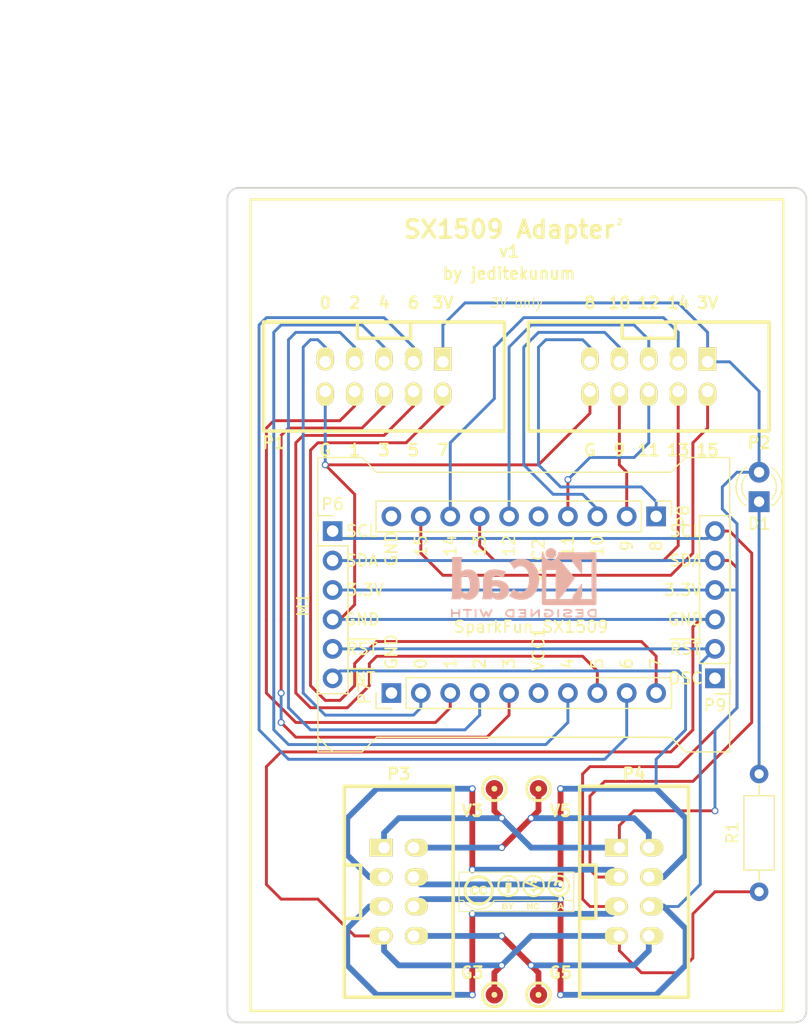
<source format=kicad_pcb>
(kicad_pcb (version 4) (host pcbnew 4.0.7)

  (general
    (links 78)
    (no_connects 0)
    (area 35.924999 64.924999 86.075001 137.075001)
    (thickness 1.6)
    (drawings 45)
    (tracks 308)
    (zones 0)
    (modules 21)
    (nets 31)
  )

  (page A4)
  (layers
    (0 F.Cu signal)
    (31 B.Cu signal)
    (32 B.Adhes user)
    (33 F.Adhes user)
    (34 B.Paste user)
    (35 F.Paste user)
    (36 B.SilkS user)
    (37 F.SilkS user)
    (38 B.Mask user)
    (39 F.Mask user)
    (40 Dwgs.User user)
    (41 Cmts.User user)
    (42 Eco1.User user)
    (43 Eco2.User user)
    (44 Edge.Cuts user)
    (45 Margin user)
    (46 B.CrtYd user)
    (47 F.CrtYd user)
    (48 B.Fab user)
    (49 F.Fab user)
  )

  (setup
    (last_trace_width 0.25)
    (user_trace_width 0.5)
    (user_trace_width 0.75)
    (user_trace_width 1)
    (trace_clearance 0.2)
    (zone_clearance 0.508)
    (zone_45_only yes)
    (trace_min 0.2)
    (segment_width 0.2)
    (edge_width 0.15)
    (via_size 0.6)
    (via_drill 0.4)
    (via_min_size 0.4)
    (via_min_drill 0.3)
    (uvia_size 0.3)
    (uvia_drill 0.1)
    (uvias_allowed no)
    (uvia_min_size 0.2)
    (uvia_min_drill 0.1)
    (pcb_text_width 0.3)
    (pcb_text_size 1.5 1.5)
    (mod_edge_width 0.15)
    (mod_text_size 1 1)
    (mod_text_width 0.15)
    (pad_size 1.524 1.524)
    (pad_drill 0.762)
    (pad_to_mask_clearance 0.2)
    (aux_axis_origin 0 0)
    (visible_elements FFFFEF7F)
    (pcbplotparams
      (layerselection 0x00030_80000001)
      (usegerberextensions false)
      (excludeedgelayer true)
      (linewidth 0.100000)
      (plotframeref false)
      (viasonmask false)
      (mode 1)
      (useauxorigin false)
      (hpglpennumber 1)
      (hpglpenspeed 20)
      (hpglpendiameter 15)
      (hpglpenoverlay 2)
      (psnegative false)
      (psa4output false)
      (plotreference true)
      (plotvalue true)
      (plotinvisibletext false)
      (padsonsilk false)
      (subtractmaskfromsilk false)
      (outputformat 1)
      (mirror false)
      (drillshape 1)
      (scaleselection 1)
      (outputdirectory ""))
  )

  (net 0 "")
  (net 1 "Net-(D1-Pad1)")
  (net 2 /SCL)
  (net 3 /~INT)
  (net 4 /SDA)
  (net 5 /~RESET)
  (net 6 /IO0)
  (net 7 /IO1)
  (net 8 /IO2)
  (net 9 /IO3)
  (net 10 /IO4)
  (net 11 /IO5)
  (net 12 /IO6)
  (net 13 /IO7)
  (net 14 /IO8)
  (net 15 /IO9)
  (net 16 /IO10)
  (net 17 /IO11)
  (net 18 /IO12)
  (net 19 /IO13)
  (net 20 /IO14)
  (net 21 /IO15)
  (net 22 /V3)
  (net 23 /G3)
  (net 24 /G5)
  (net 25 /V5)
  (net 26 "Net-(M1-Pad1)")
  (net 27 "Net-(M1-Pad6)")
  (net 28 "Net-(M1-Pad11)")
  (net 29 "Net-(M1-Pad21)")
  (net 30 "Net-(M1-Pad26)")

  (net_class Default "This is the default net class."
    (clearance 0.2)
    (trace_width 0.25)
    (via_dia 0.6)
    (via_drill 0.4)
    (uvia_dia 0.3)
    (uvia_drill 0.1)
    (add_net /G3)
    (add_net /G5)
    (add_net /IO0)
    (add_net /IO1)
    (add_net /IO10)
    (add_net /IO11)
    (add_net /IO12)
    (add_net /IO13)
    (add_net /IO14)
    (add_net /IO15)
    (add_net /IO2)
    (add_net /IO3)
    (add_net /IO4)
    (add_net /IO5)
    (add_net /IO6)
    (add_net /IO7)
    (add_net /IO8)
    (add_net /IO9)
    (add_net /SCL)
    (add_net /SDA)
    (add_net /V3)
    (add_net /V5)
    (add_net /~INT)
    (add_net /~RESET)
    (add_net "Net-(D1-Pad1)")
    (add_net "Net-(M1-Pad1)")
    (add_net "Net-(M1-Pad11)")
    (add_net "Net-(M1-Pad21)")
    (add_net "Net-(M1-Pad26)")
    (add_net "Net-(M1-Pad6)")
  )

  (module "0 My SparkFun:SparkFun_SX1509" (layer F.Cu) (tedit 5A105259) (tstamp 5A0EF6C9)
    (at 61.595 100.965 90)
    (path /5A11E2CA)
    (fp_text reference M1 (at 0 -19.05 90) (layer F.SilkS)
      (effects (font (size 1 1) (thickness 0.15)))
    )
    (fp_text value SparkFun_SX1509 (at -1.905 0.635 180) (layer F.SilkS)
      (effects (font (size 1 1) (thickness 0.15)))
    )
    (fp_text user ~INT (at -6.35 -13.97 180) (layer F.SilkS)
      (effects (font (size 1 1) (thickness 0.15)))
    )
    (fp_text user ~RST (at -3.81 -13.97 180) (layer F.SilkS)
      (effects (font (size 1 1) (thickness 0.15)))
    )
    (fp_text user SCL (at 6.35 -13.97 180) (layer F.SilkS)
      (effects (font (size 1 1) (thickness 0.15)))
    )
    (fp_text user SDA (at 3.81 -13.97 180) (layer F.SilkS)
      (effects (font (size 1 1) (thickness 0.15)))
    )
    (fp_text user 3.3V (at 1.27 -13.716 180) (layer F.SilkS)
      (effects (font (size 1 1) (thickness 0.15)))
    )
    (fp_text user GND (at -1.27 -13.97 180) (layer F.SilkS)
      (effects (font (size 1 1) (thickness 0.15)))
    )
    (fp_text user SCL (at 6.35 13.97 180) (layer F.SilkS)
      (effects (font (size 1 1) (thickness 0.15)))
    )
    (fp_text user SDA (at 3.81 13.97 180) (layer F.SilkS)
      (effects (font (size 1 1) (thickness 0.15)))
    )
    (fp_text user 3.3V (at 1.27 13.716 180) (layer F.SilkS)
      (effects (font (size 1 1) (thickness 0.15)))
    )
    (fp_text user GND (at -1.27 13.97 180) (layer F.SilkS)
      (effects (font (size 1 1) (thickness 0.15)))
    )
    (fp_text user ~RST (at -3.81 13.97 180) (layer F.SilkS)
      (effects (font (size 1 1) (thickness 0.15)))
    )
    (fp_text user OSC (at -6.35 13.97 180) (layer F.SilkS)
      (effects (font (size 1 1) (thickness 0.15)))
    )
    (fp_line (start -12.7 -16.51) (end -11.43 -17.78) (layer F.SilkS) (width 0.12))
    (fp_text user GND (at 4.826 -11.43 90) (layer F.SilkS)
      (effects (font (size 1 1) (thickness 0.15)))
    )
    (fp_text user 15 (at 5.08 -8.89 90) (layer F.SilkS)
      (effects (font (size 1 1) (thickness 0.15)))
    )
    (fp_text user 14 (at 5.08 -6.35 90) (layer F.SilkS)
      (effects (font (size 1 1) (thickness 0.15)))
    )
    (fp_text user 13 (at 5.08 -3.81 90) (layer F.SilkS)
      (effects (font (size 1 1) (thickness 0.15)))
    )
    (fp_text user 12 (at 5.08 -1.27 90) (layer F.SilkS)
      (effects (font (size 1 1) (thickness 0.15)))
    )
    (fp_text user VCC2 (at 3.81 1.27 90) (layer F.SilkS)
      (effects (font (size 1 1) (thickness 0.15)))
    )
    (fp_text user 11 (at 5.08 3.81 90) (layer F.SilkS)
      (effects (font (size 1 1) (thickness 0.15)))
    )
    (fp_text user 10 (at 5.08 6.35 90) (layer F.SilkS)
      (effects (font (size 1 1) (thickness 0.15)))
    )
    (fp_text user 9 (at 5.08 8.89 90) (layer F.SilkS)
      (effects (font (size 1 1) (thickness 0.15)))
    )
    (fp_text user 8 (at 5.08 11.43 90) (layer F.SilkS)
      (effects (font (size 1 1) (thickness 0.15)))
    )
    (fp_text user GND (at -4.064 -11.43 90) (layer F.SilkS)
      (effects (font (size 1 1) (thickness 0.15)))
    )
    (fp_text user 7 (at -5.08 11.43 90) (layer F.SilkS)
      (effects (font (size 1 1) (thickness 0.15)))
    )
    (fp_text user 6 (at -5.08 8.89 90) (layer F.SilkS)
      (effects (font (size 1 1) (thickness 0.15)))
    )
    (fp_text user 5 (at -5.08 6.35 90) (layer F.SilkS)
      (effects (font (size 1 1) (thickness 0.15)))
    )
    (fp_text user 4 (at -5.08 3.81 90) (layer F.SilkS)
      (effects (font (size 1 1) (thickness 0.15)))
    )
    (fp_text user VCC1 (at -3.81 1.27 90) (layer F.SilkS)
      (effects (font (size 1 1) (thickness 0.15)))
    )
    (fp_text user 3 (at -5.08 -1.27 90) (layer F.SilkS)
      (effects (font (size 1 1) (thickness 0.15)))
    )
    (fp_text user 2 (at -5.08 -3.81 90) (layer F.SilkS)
      (effects (font (size 1 1) (thickness 0.15)))
    )
    (fp_text user 1 (at -5.08 -6.35 90) (layer F.SilkS)
      (effects (font (size 1 1) (thickness 0.15)))
    )
    (fp_text user 0 (at -5.08 -8.89 90) (layer F.SilkS)
      (effects (font (size 1 1) (thickness 0.15)))
    )
    (fp_line (start -12.7 -17.78) (end -12.7 -13.97) (layer F.SilkS) (width 0.12))
    (fp_line (start 12.7 -17.78) (end 12.7 -13.97) (layer F.SilkS) (width 0.12))
    (fp_line (start 11.43 -12.7) (end 12.7 -13.97) (layer F.SilkS) (width 0.12))
    (fp_line (start 12.7 -17.78) (end -12.7 -17.78) (layer F.SilkS) (width 0.12))
    (fp_line (start -11.43 -12.7) (end -12.7 -13.97) (layer F.SilkS) (width 0.12))
    (fp_line (start 11.43 12.7) (end 11.43 -12.7) (layer F.SilkS) (width 0.12))
    (fp_line (start 12.7 13.97) (end 12.7 17.78) (layer F.SilkS) (width 0.12))
    (fp_line (start 11.43 12.7) (end 12.7 13.97) (layer F.SilkS) (width 0.12))
    (fp_line (start -12.7 17.78) (end 12.7 17.78) (layer F.SilkS) (width 0.12))
    (fp_line (start -12.7 13.97) (end -11.43 12.7) (layer F.SilkS) (width 0.12))
    (fp_line (start -12.7 13.97) (end -12.7 17.78) (layer F.SilkS) (width 0.12))
    (fp_line (start -11.43 12.7) (end -12.7 13.97) (layer F.SilkS) (width 0.12))
    (fp_line (start -11.43 -12.7) (end -11.43 12.7) (layer F.SilkS) (width 0.12))
    (fp_line (start -11.43 -12.7) (end -11.43 12.7) (layer F.SilkS) (width 0.12))
    (pad 1 thru_hole circle (at -7.62 -11.43 90) (size 1.524 1.524) (drill 0.762) (layers *.Cu *.Mask)
      (net 26 "Net-(M1-Pad1)"))
    (pad 2 thru_hole circle (at -7.62 -8.89 90) (size 1.524 1.524) (drill 0.762) (layers *.Cu *.Mask)
      (net 6 /IO0))
    (pad 3 thru_hole circle (at -7.62 -6.35 90) (size 1.524 1.524) (drill 0.762) (layers *.Cu *.Mask)
      (net 7 /IO1))
    (pad 4 thru_hole circle (at -7.62 -3.81 90) (size 1.524 1.524) (drill 0.762) (layers *.Cu *.Mask)
      (net 8 /IO2))
    (pad 5 thru_hole circle (at -7.62 -1.27 90) (size 1.524 1.524) (drill 0.762) (layers *.Cu *.Mask)
      (net 9 /IO3))
    (pad 6 thru_hole circle (at -7.62 1.27 90) (size 1.524 1.524) (drill 0.762) (layers *.Cu *.Mask)
      (net 27 "Net-(M1-Pad6)"))
    (pad 7 thru_hole circle (at -7.62 3.81 90) (size 1.524 1.524) (drill 0.762) (layers *.Cu *.Mask)
      (net 10 /IO4))
    (pad 8 thru_hole circle (at -7.62 6.35 90) (size 1.524 1.524) (drill 0.762) (layers *.Cu *.Mask)
      (net 11 /IO5))
    (pad 9 thru_hole circle (at -7.62 8.89 90) (size 1.524 1.524) (drill 0.762) (layers *.Cu *.Mask)
      (net 12 /IO6))
    (pad 10 thru_hole circle (at -7.62 11.43 90) (size 1.524 1.524) (drill 0.762) (layers *.Cu *.Mask)
      (net 13 /IO7))
    (pad 11 thru_hole circle (at -6.35 16.51 90) (size 1.524 1.524) (drill 0.762) (layers *.Cu *.Mask)
      (net 28 "Net-(M1-Pad11)"))
    (pad 12 thru_hole circle (at -3.81 16.51 90) (size 1.524 1.524) (drill 0.762) (layers *.Cu *.Mask)
      (net 5 /~RESET))
    (pad 13 thru_hole circle (at -1.27 16.51 90) (size 1.524 1.524) (drill 0.762) (layers *.Cu *.Mask)
      (net 23 /G3))
    (pad 14 thru_hole circle (at 1.27 16.51 90) (size 1.524 1.524) (drill 0.762) (layers *.Cu *.Mask)
      (net 22 /V3))
    (pad 15 thru_hole circle (at 3.81 16.51 90) (size 1.524 1.524) (drill 0.762) (layers *.Cu *.Mask)
      (net 4 /SDA))
    (pad 16 thru_hole circle (at 6.35 16.51 90) (size 1.524 1.524) (drill 0.762) (layers *.Cu *.Mask)
      (net 2 /SCL))
    (pad 17 thru_hole circle (at 7.62 11.43 90) (size 1.524 1.524) (drill 0.762) (layers *.Cu *.Mask)
      (net 14 /IO8))
    (pad 18 thru_hole circle (at 7.62 8.89 90) (size 1.524 1.524) (drill 0.762) (layers *.Cu *.Mask)
      (net 15 /IO9))
    (pad 19 thru_hole circle (at 7.62 6.35 90) (size 1.524 1.524) (drill 0.762) (layers *.Cu *.Mask)
      (net 16 /IO10))
    (pad 20 thru_hole circle (at 7.62 3.81 90) (size 1.524 1.524) (drill 0.762) (layers *.Cu *.Mask)
      (net 17 /IO11))
    (pad 21 thru_hole circle (at 7.62 1.27 90) (size 1.524 1.524) (drill 0.762) (layers *.Cu *.Mask)
      (net 29 "Net-(M1-Pad21)"))
    (pad 22 thru_hole circle (at 7.62 -1.27 90) (size 1.524 1.524) (drill 0.762) (layers *.Cu *.Mask)
      (net 18 /IO12))
    (pad 23 thru_hole circle (at 7.62 -3.81 90) (size 1.524 1.524) (drill 0.762) (layers *.Cu *.Mask)
      (net 19 /IO13))
    (pad 24 thru_hole circle (at 7.62 -6.35 90) (size 1.524 1.524) (drill 0.762) (layers *.Cu *.Mask)
      (net 20 /IO14))
    (pad 25 thru_hole circle (at 7.62 -8.89 90) (size 1.524 1.524) (drill 0.762) (layers *.Cu *.Mask)
      (net 21 /IO15))
    (pad 26 thru_hole circle (at 7.62 -11.43 90) (size 1.524 1.524) (drill 0.762) (layers *.Cu *.Mask)
      (net 30 "Net-(M1-Pad26)"))
    (pad 27 thru_hole circle (at 6.35 -16.51 90) (size 1.524 1.524) (drill 0.762) (layers *.Cu *.Mask)
      (net 2 /SCL))
    (pad 28 thru_hole circle (at 3.81 -16.51 90) (size 1.524 1.524) (drill 0.762) (layers *.Cu *.Mask)
      (net 4 /SDA))
    (pad 29 thru_hole circle (at 1.27 -16.51 90) (size 1.524 1.524) (drill 0.762) (layers *.Cu *.Mask)
      (net 22 /V3))
    (pad 30 thru_hole circle (at -1.27 -16.51 90) (size 1.524 1.524) (drill 0.762) (layers *.Cu *.Mask)
      (net 23 /G3))
    (pad 31 thru_hole circle (at -3.81 -16.51 90) (size 1.524 1.524) (drill 0.762) (layers *.Cu *.Mask)
      (net 5 /~RESET))
    (pad 32 thru_hole circle (at -6.35 -16.51 90) (size 1.524 1.524) (drill 0.762) (layers *.Cu *.Mask)
      (net 3 /~INT))
  )

  (module w_conn_strip:vasch_strip_5x2 (layer F.Cu) (tedit 5A0F0D0B) (tstamp 5A0EDE65)
    (at 49.53 81.28 180)
    (descr "Box header 5x2pin 2.54mm")
    (tags "CONN DEV")
    (path /5A13410E)
    (fp_text reference P1 (at 9.525 -5.715 180) (layer F.SilkS)
      (effects (font (size 1 1) (thickness 0.2032)))
    )
    (fp_text value MY_CONN_ELEXOL (at 0 5.7 180) (layer F.SilkS) hide
      (effects (font (size 1 1) (thickness 0.2032)))
    )
    (fp_line (start -10.4 4.7) (end 10.4 4.7) (layer F.SilkS) (width 0.3048))
    (fp_line (start 10.4 -4.7) (end -10.4 -4.7) (layer F.SilkS) (width 0.3048))
    (fp_line (start -10.4 -4.7) (end -10.4 4.7) (layer F.SilkS) (width 0.3048))
    (fp_line (start 10.4 -4.7) (end 10.4 4.7) (layer F.SilkS) (width 0.3048))
    (fp_line (start 2.3 4.7) (end 2.3 3.3) (layer F.SilkS) (width 0.29972))
    (fp_line (start 2.3 3.3) (end -2.3 3.3) (layer F.SilkS) (width 0.29972))
    (fp_line (start -2.3 3.3) (end -2.3 4.7) (layer F.SilkS) (width 0.29972))
    (pad 9 thru_hole oval (at 5.08 1.27 180) (size 1.5 2) (drill 1 (offset 0 0.25)) (layers *.Cu *.Mask F.SilkS)
      (net 6 /IO0))
    (pad 10 thru_hole oval (at 5.08 -1.27 180) (size 1.5 2) (drill 1 (offset 0 -0.25)) (layers *.Cu *.Mask F.SilkS)
      (net 23 /G3))
    (pad 8 thru_hole oval (at 2.54 -1.27 180) (size 1.5 2) (drill 1 (offset 0 -0.25)) (layers *.Cu *.Mask F.SilkS)
      (net 7 /IO1))
    (pad 7 thru_hole oval (at 2.54 1.27 180) (size 1.5 2) (drill 1 (offset 0 0.25)) (layers *.Cu *.Mask F.SilkS)
      (net 8 /IO2))
    (pad 1 thru_hole rect (at -5.08 1.27 180) (size 1.5 2) (drill 1 (offset 0 0.25)) (layers *.Cu *.Mask F.SilkS)
      (net 22 /V3))
    (pad 2 thru_hole oval (at -5.08 -1.27 180) (size 1.5 2) (drill 1 (offset 0 -0.25)) (layers *.Cu *.Mask F.SilkS)
      (net 13 /IO7))
    (pad 3 thru_hole oval (at -2.54 1.27 180) (size 1.5 2) (drill 1 (offset 0 0.25)) (layers *.Cu *.Mask F.SilkS)
      (net 12 /IO6))
    (pad 4 thru_hole oval (at -2.54 -1.27 180) (size 1.5 2) (drill 1 (offset 0 -0.25)) (layers *.Cu *.Mask F.SilkS)
      (net 11 /IO5))
    (pad 5 thru_hole oval (at 0 1.27 180) (size 1.5 2) (drill 1 (offset 0 0.25)) (layers *.Cu *.Mask F.SilkS)
      (net 10 /IO4))
    (pad 6 thru_hole oval (at 0 -1.27 180) (size 1.5 2) (drill 1 (offset 0 -0.25)) (layers *.Cu *.Mask F.SilkS)
      (net 9 /IO3))
    (model walter/conn_strip/vasch_strip_5x2.wrl
      (at (xyz 0 0 0))
      (scale (xyz 1 1 1))
      (rotate (xyz 0 0 0))
    )
  )

  (module w_conn_strip:vasch_strip_5x2 (layer F.Cu) (tedit 5A0F0D10) (tstamp 5A0EDE73)
    (at 72.39 81.28 180)
    (descr "Box header 5x2pin 2.54mm")
    (tags "CONN DEV")
    (path /5A134167)
    (fp_text reference P2 (at -9.525 -5.715 180) (layer F.SilkS)
      (effects (font (size 1 1) (thickness 0.2032)))
    )
    (fp_text value MY_CONN_ELEXOL (at 0 5.7 180) (layer F.SilkS) hide
      (effects (font (size 1 1) (thickness 0.2032)))
    )
    (fp_line (start -10.4 4.7) (end 10.4 4.7) (layer F.SilkS) (width 0.3048))
    (fp_line (start 10.4 -4.7) (end -10.4 -4.7) (layer F.SilkS) (width 0.3048))
    (fp_line (start -10.4 -4.7) (end -10.4 4.7) (layer F.SilkS) (width 0.3048))
    (fp_line (start 10.4 -4.7) (end 10.4 4.7) (layer F.SilkS) (width 0.3048))
    (fp_line (start 2.3 4.7) (end 2.3 3.3) (layer F.SilkS) (width 0.29972))
    (fp_line (start 2.3 3.3) (end -2.3 3.3) (layer F.SilkS) (width 0.29972))
    (fp_line (start -2.3 3.3) (end -2.3 4.7) (layer F.SilkS) (width 0.29972))
    (pad 9 thru_hole oval (at 5.08 1.27 180) (size 1.5 2) (drill 1 (offset 0 0.25)) (layers *.Cu *.Mask F.SilkS)
      (net 14 /IO8))
    (pad 10 thru_hole oval (at 5.08 -1.27 180) (size 1.5 2) (drill 1 (offset 0 -0.25)) (layers *.Cu *.Mask F.SilkS)
      (net 23 /G3))
    (pad 8 thru_hole oval (at 2.54 -1.27 180) (size 1.5 2) (drill 1 (offset 0 -0.25)) (layers *.Cu *.Mask F.SilkS)
      (net 15 /IO9))
    (pad 7 thru_hole oval (at 2.54 1.27 180) (size 1.5 2) (drill 1 (offset 0 0.25)) (layers *.Cu *.Mask F.SilkS)
      (net 16 /IO10))
    (pad 1 thru_hole rect (at -5.08 1.27 180) (size 1.5 2) (drill 1 (offset 0 0.25)) (layers *.Cu *.Mask F.SilkS)
      (net 22 /V3))
    (pad 2 thru_hole oval (at -5.08 -1.27 180) (size 1.5 2) (drill 1 (offset 0 -0.25)) (layers *.Cu *.Mask F.SilkS)
      (net 21 /IO15))
    (pad 3 thru_hole oval (at -2.54 1.27 180) (size 1.5 2) (drill 1 (offset 0 0.25)) (layers *.Cu *.Mask F.SilkS)
      (net 20 /IO14))
    (pad 4 thru_hole oval (at -2.54 -1.27 180) (size 1.5 2) (drill 1 (offset 0 -0.25)) (layers *.Cu *.Mask F.SilkS)
      (net 19 /IO13))
    (pad 5 thru_hole oval (at 0 1.27 180) (size 1.5 2) (drill 1 (offset 0 0.25)) (layers *.Cu *.Mask F.SilkS)
      (net 18 /IO12))
    (pad 6 thru_hole oval (at 0 -1.27 180) (size 1.5 2) (drill 1 (offset 0 -0.25)) (layers *.Cu *.Mask F.SilkS)
      (net 17 /IO11))
    (model walter/conn_strip/vasch_strip_5x2.wrl
      (at (xyz 0 0 0))
      (scale (xyz 1 1 1))
      (rotate (xyz 0 0 0))
    )
  )

  (module w_conn_strip:vasch_strip_4x2 (layer F.Cu) (tedit 5A0F0C9F) (tstamp 5A0EDE7F)
    (at 50.8 125.73 270)
    (descr "Box header 4x2pin 2.54mm")
    (tags "CONN DEV")
    (path /5A11C363)
    (fp_text reference P3 (at -10.16 0 360) (layer F.SilkS)
      (effects (font (size 1 1) (thickness 0.2032)))
    )
    (fp_text value MY_CONN_I2C (at 0 5.7 270) (layer F.SilkS) hide
      (effects (font (size 1 1) (thickness 0.2032)))
    )
    (fp_line (start -9.1 4.7) (end 9.1 4.7) (layer F.SilkS) (width 0.3048))
    (fp_line (start 9.1 -4.7) (end -9.1 -4.7) (layer F.SilkS) (width 0.3048))
    (fp_line (start -9.1 -4.7) (end -9.1 4.7) (layer F.SilkS) (width 0.3048))
    (fp_line (start 9.1 -4.7) (end 9.1 4.7) (layer F.SilkS) (width 0.3048))
    (fp_line (start 2.3 4.7) (end 2.3 3.3) (layer F.SilkS) (width 0.29972))
    (fp_line (start 2.3 3.3) (end -2.3 3.3) (layer F.SilkS) (width 0.29972))
    (fp_line (start -2.3 3.3) (end -2.3 4.7) (layer F.SilkS) (width 0.29972))
    (pad 8 thru_hole oval (at 3.81 -1.27 270) (size 1.5 2) (drill 1 (offset 0 -0.25)) (layers *.Cu *.Mask F.SilkS)
      (net 24 /G5))
    (pad 7 thru_hole oval (at 3.81 1.27 270) (size 1.5 2) (drill 1 (offset 0 0.25)) (layers *.Cu *.Mask F.SilkS)
      (net 23 /G3))
    (pad 1 thru_hole rect (at -3.81 1.27 270) (size 1.5 2) (drill 1 (offset 0 0.25)) (layers *.Cu *.Mask F.SilkS)
      (net 22 /V3))
    (pad 2 thru_hole oval (at -3.81 -1.27 270) (size 1.5 2) (drill 1 (offset 0 -0.25)) (layers *.Cu *.Mask F.SilkS)
      (net 25 /V5))
    (pad 3 thru_hole oval (at -1.27 1.27 270) (size 1.5 2) (drill 1 (offset 0 0.25)) (layers *.Cu *.Mask F.SilkS)
      (net 2 /SCL))
    (pad 4 thru_hole oval (at -1.27 -1.27 270) (size 1.5 2) (drill 1 (offset 0 -0.25)) (layers *.Cu *.Mask F.SilkS)
      (net 3 /~INT))
    (pad 5 thru_hole oval (at 1.27 1.27 270) (size 1.5 2) (drill 1 (offset 0 0.25)) (layers *.Cu *.Mask F.SilkS)
      (net 4 /SDA))
    (pad 6 thru_hole oval (at 1.27 -1.27 270) (size 1.5 2) (drill 1 (offset 0 -0.25)) (layers *.Cu *.Mask F.SilkS)
      (net 5 /~RESET))
    (model walter/conn_strip/vasch_strip_4x2.wrl
      (at (xyz 0 0 0))
      (scale (xyz 1 1 1))
      (rotate (xyz 0 0 0))
    )
  )

  (module w_conn_strip:vasch_strip_4x2 (layer F.Cu) (tedit 5A0F0CA3) (tstamp 5A0EDE8B)
    (at 71.12 125.73 270)
    (descr "Box header 4x2pin 2.54mm")
    (tags "CONN DEV")
    (path /5A11C3C0)
    (fp_text reference P4 (at -10.16 0 360) (layer F.SilkS)
      (effects (font (size 1 1) (thickness 0.2032)))
    )
    (fp_text value MY_CONN_I2C (at 0 5.7 270) (layer F.SilkS) hide
      (effects (font (size 1 1) (thickness 0.2032)))
    )
    (fp_line (start -9.1 4.7) (end 9.1 4.7) (layer F.SilkS) (width 0.3048))
    (fp_line (start 9.1 -4.7) (end -9.1 -4.7) (layer F.SilkS) (width 0.3048))
    (fp_line (start -9.1 -4.7) (end -9.1 4.7) (layer F.SilkS) (width 0.3048))
    (fp_line (start 9.1 -4.7) (end 9.1 4.7) (layer F.SilkS) (width 0.3048))
    (fp_line (start 2.3 4.7) (end 2.3 3.3) (layer F.SilkS) (width 0.29972))
    (fp_line (start 2.3 3.3) (end -2.3 3.3) (layer F.SilkS) (width 0.29972))
    (fp_line (start -2.3 3.3) (end -2.3 4.7) (layer F.SilkS) (width 0.29972))
    (pad 8 thru_hole oval (at 3.81 -1.27 270) (size 1.5 2) (drill 1 (offset 0 -0.25)) (layers *.Cu *.Mask F.SilkS)
      (net 24 /G5))
    (pad 7 thru_hole oval (at 3.81 1.27 270) (size 1.5 2) (drill 1 (offset 0 0.25)) (layers *.Cu *.Mask F.SilkS)
      (net 23 /G3))
    (pad 1 thru_hole rect (at -3.81 1.27 270) (size 1.5 2) (drill 1 (offset 0 0.25)) (layers *.Cu *.Mask F.SilkS)
      (net 22 /V3))
    (pad 2 thru_hole oval (at -3.81 -1.27 270) (size 1.5 2) (drill 1 (offset 0 -0.25)) (layers *.Cu *.Mask F.SilkS)
      (net 25 /V5))
    (pad 3 thru_hole oval (at -1.27 1.27 270) (size 1.5 2) (drill 1 (offset 0 0.25)) (layers *.Cu *.Mask F.SilkS)
      (net 2 /SCL))
    (pad 4 thru_hole oval (at -1.27 -1.27 270) (size 1.5 2) (drill 1 (offset 0 -0.25)) (layers *.Cu *.Mask F.SilkS)
      (net 3 /~INT))
    (pad 5 thru_hole oval (at 1.27 1.27 270) (size 1.5 2) (drill 1 (offset 0 0.25)) (layers *.Cu *.Mask F.SilkS)
      (net 4 /SDA))
    (pad 6 thru_hole oval (at 1.27 -1.27 270) (size 1.5 2) (drill 1 (offset 0 -0.25)) (layers *.Cu *.Mask F.SilkS)
      (net 5 /~RESET))
    (model walter/conn_strip/vasch_strip_4x2.wrl
      (at (xyz 0 0 0))
      (scale (xyz 1 1 1))
      (rotate (xyz 0 0 0))
    )
  )

  (module Resistors_ThroughHole:R_Axial_DIN0207_L6.3mm_D2.5mm_P10.16mm_Horizontal (layer F.Cu) (tedit 5874F706) (tstamp 5A0EDE91)
    (at 81.915 125.73 90)
    (descr "Resistor, Axial_DIN0207 series, Axial, Horizontal, pin pitch=10.16mm, 0.25W = 1/4W, length*diameter=6.3*2.5mm^2, http://cdn-reichelt.de/documents/datenblatt/B400/1_4W%23YAG.pdf")
    (tags "Resistor Axial_DIN0207 series Axial Horizontal pin pitch 10.16mm 0.25W = 1/4W length 6.3mm diameter 2.5mm")
    (path /5A0A3902)
    (fp_text reference R1 (at 5.08 -2.31 90) (layer F.SilkS)
      (effects (font (size 1 1) (thickness 0.15)))
    )
    (fp_text value R (at 5.08 2.31 90) (layer F.Fab)
      (effects (font (size 1 1) (thickness 0.15)))
    )
    (fp_line (start 1.93 -1.25) (end 1.93 1.25) (layer F.Fab) (width 0.1))
    (fp_line (start 1.93 1.25) (end 8.23 1.25) (layer F.Fab) (width 0.1))
    (fp_line (start 8.23 1.25) (end 8.23 -1.25) (layer F.Fab) (width 0.1))
    (fp_line (start 8.23 -1.25) (end 1.93 -1.25) (layer F.Fab) (width 0.1))
    (fp_line (start 0 0) (end 1.93 0) (layer F.Fab) (width 0.1))
    (fp_line (start 10.16 0) (end 8.23 0) (layer F.Fab) (width 0.1))
    (fp_line (start 1.87 -1.31) (end 1.87 1.31) (layer F.SilkS) (width 0.12))
    (fp_line (start 1.87 1.31) (end 8.29 1.31) (layer F.SilkS) (width 0.12))
    (fp_line (start 8.29 1.31) (end 8.29 -1.31) (layer F.SilkS) (width 0.12))
    (fp_line (start 8.29 -1.31) (end 1.87 -1.31) (layer F.SilkS) (width 0.12))
    (fp_line (start 0.98 0) (end 1.87 0) (layer F.SilkS) (width 0.12))
    (fp_line (start 9.18 0) (end 8.29 0) (layer F.SilkS) (width 0.12))
    (fp_line (start -1.05 -1.6) (end -1.05 1.6) (layer F.CrtYd) (width 0.05))
    (fp_line (start -1.05 1.6) (end 11.25 1.6) (layer F.CrtYd) (width 0.05))
    (fp_line (start 11.25 1.6) (end 11.25 -1.6) (layer F.CrtYd) (width 0.05))
    (fp_line (start 11.25 -1.6) (end -1.05 -1.6) (layer F.CrtYd) (width 0.05))
    (pad 1 thru_hole circle (at 0 0 90) (size 1.6 1.6) (drill 0.8) (layers *.Cu *.Mask)
      (net 23 /G3))
    (pad 2 thru_hole oval (at 10.16 0 90) (size 1.6 1.6) (drill 0.8) (layers *.Cu *.Mask)
      (net 1 "Net-(D1-Pad1)"))
    (model ${KISYS3DMOD}/Resistors_THT.3dshapes/R_Axial_DIN0207_L6.3mm_D2.5mm_P10.16mm_Horizontal.wrl
      (at (xyz 0 0 0))
      (scale (xyz 0.393701 0.393701 0.393701))
      (rotate (xyz 0 0 0))
    )
  )

  (module Mounting_Holes:MountingHole_3.2mm_M3 locked (layer F.Cu) (tedit 5A0EE17A) (tstamp 5A0EDF68)
    (at 41 71)
    (descr "Mounting Hole 3.2mm, no annular, M3")
    (tags "mounting hole 3.2mm no annular m3")
    (path /5A0EDFE5)
    (attr virtual)
    (fp_text reference MP1 (at 0 -4.2) (layer F.SilkS) hide
      (effects (font (size 1 1) (thickness 0.15)))
    )
    (fp_text value MECH_NPTH_M3 (at 0 4.2) (layer F.Fab) hide
      (effects (font (size 1 1) (thickness 0.15)))
    )
    (fp_text user %R (at 0.3 0) (layer F.Fab)
      (effects (font (size 1 1) (thickness 0.15)))
    )
    (fp_circle (center 0 0) (end 3.2 0) (layer Cmts.User) (width 0.15))
    (fp_circle (center 0 0) (end 3.45 0) (layer F.CrtYd) (width 0.05))
    (pad 1 np_thru_hole circle (at 0 0) (size 3.2 3.2) (drill 3.2) (layers *.Cu *.Mask))
  )

  (module Mounting_Holes:MountingHole_3.2mm_M3 locked (layer F.Cu) (tedit 5A0EE398) (tstamp 5A0EDF6C)
    (at 81 71)
    (descr "Mounting Hole 3.2mm, no annular, M3")
    (tags "mounting hole 3.2mm no annular m3")
    (path /5A0EE030)
    (attr virtual)
    (fp_text reference MP2 (at 0 -4.2) (layer F.SilkS) hide
      (effects (font (size 1 1) (thickness 0.15)))
    )
    (fp_text value MECH_NPTH_M3 (at 0 4.2) (layer F.Fab) hide
      (effects (font (size 1 1) (thickness 0.15)))
    )
    (fp_text user %R (at 0.3 0) (layer F.Fab)
      (effects (font (size 1 1) (thickness 0.15)))
    )
    (fp_circle (center 0 0) (end 3.2 0) (layer Cmts.User) (width 0.15))
    (fp_circle (center 0 0) (end 3.45 0) (layer F.CrtYd) (width 0.05))
    (pad 1 np_thru_hole circle (at 0 0) (size 3.2 3.2) (drill 3.2) (layers *.Cu *.Mask))
  )

  (module Mounting_Holes:MountingHole_3.2mm_M3 locked (layer F.Cu) (tedit 5A0EE459) (tstamp 5A0EDF70)
    (at 81 131)
    (descr "Mounting Hole 3.2mm, no annular, M3")
    (tags "mounting hole 3.2mm no annular m3")
    (path /5A0EE065)
    (attr virtual)
    (fp_text reference MP3 (at 0 -4.2) (layer F.SilkS) hide
      (effects (font (size 1 1) (thickness 0.15)))
    )
    (fp_text value MECH_NPTH_M3 (at 0 4.2) (layer F.Fab) hide
      (effects (font (size 1 1) (thickness 0.15)))
    )
    (fp_text user %R (at 0.3 0) (layer F.Fab)
      (effects (font (size 1 1) (thickness 0.15)))
    )
    (fp_circle (center 0 0) (end 3.2 0) (layer Cmts.User) (width 0.15))
    (fp_circle (center 0 0) (end 3.45 0) (layer F.CrtYd) (width 0.05))
    (pad 1 np_thru_hole circle (at 0 0) (size 3.2 3.2) (drill 3.2) (layers *.Cu *.Mask))
  )

  (module Mounting_Holes:MountingHole_3.2mm_M3 locked (layer F.Cu) (tedit 5A0EE076) (tstamp 5A0EDF74)
    (at 41 131)
    (descr "Mounting Hole 3.2mm, no annular, M3")
    (tags "mounting hole 3.2mm no annular m3")
    (path /5A0EE09E)
    (attr virtual)
    (fp_text reference MP4 (at 0 -4.2) (layer F.SilkS) hide
      (effects (font (size 1 1) (thickness 0.15)))
    )
    (fp_text value MECH_NPTH_M3 (at 0 4.2) (layer F.Fab) hide
      (effects (font (size 1 1) (thickness 0.15)))
    )
    (fp_text user %R (at 0.3 0) (layer F.Fab)
      (effects (font (size 1 1) (thickness 0.15)))
    )
    (fp_circle (center 0 0) (end 3.2 0) (layer Cmts.User) (width 0.15))
    (fp_circle (center 0 0) (end 3.45 0) (layer F.CrtYd) (width 0.05))
    (pad 1 np_thru_hole circle (at 0 0) (size 3.2 3.2) (drill 3.2) (layers *.Cu *.Mask))
  )

  (module LEDs:LED_D3.0mm (layer F.Cu) (tedit 5A0F112A) (tstamp 5A0EF3BF)
    (at 81.915 92.075 90)
    (descr "LED, diameter 3.0mm, 2 pins")
    (tags "LED diameter 3.0mm 2 pins")
    (path /5A0A36ED)
    (fp_text reference D1 (at -1.905 0 180) (layer F.SilkS)
      (effects (font (size 1 1) (thickness 0.15)))
    )
    (fp_text value LED (at 1.27 2.96 90) (layer F.Fab)
      (effects (font (size 1 1) (thickness 0.15)))
    )
    (fp_arc (start 1.27 0) (end -0.23 -1.16619) (angle 284.3) (layer F.Fab) (width 0.1))
    (fp_arc (start 1.27 0) (end -0.29 -1.235516) (angle 108.8) (layer F.SilkS) (width 0.12))
    (fp_arc (start 1.27 0) (end -0.29 1.235516) (angle -108.8) (layer F.SilkS) (width 0.12))
    (fp_arc (start 1.27 0) (end 0.229039 -1.08) (angle 87.9) (layer F.SilkS) (width 0.12))
    (fp_arc (start 1.27 0) (end 0.229039 1.08) (angle -87.9) (layer F.SilkS) (width 0.12))
    (fp_circle (center 1.27 0) (end 2.77 0) (layer F.Fab) (width 0.1))
    (fp_line (start -0.23 -1.16619) (end -0.23 1.16619) (layer F.Fab) (width 0.1))
    (fp_line (start -0.29 -1.236) (end -0.29 -1.08) (layer F.SilkS) (width 0.12))
    (fp_line (start -0.29 1.08) (end -0.29 1.236) (layer F.SilkS) (width 0.12))
    (fp_line (start -1.15 -2.25) (end -1.15 2.25) (layer F.CrtYd) (width 0.05))
    (fp_line (start -1.15 2.25) (end 3.7 2.25) (layer F.CrtYd) (width 0.05))
    (fp_line (start 3.7 2.25) (end 3.7 -2.25) (layer F.CrtYd) (width 0.05))
    (fp_line (start 3.7 -2.25) (end -1.15 -2.25) (layer F.CrtYd) (width 0.05))
    (pad 1 thru_hole rect (at 0 0 90) (size 1.8 1.8) (drill 0.9) (layers *.Cu *.Mask)
      (net 1 "Net-(D1-Pad1)"))
    (pad 2 thru_hole circle (at 2.54 0 90) (size 1.8 1.8) (drill 0.9) (layers *.Cu *.Mask)
      (net 22 /V3))
    (model ${KISYS3DMOD}/LEDs.3dshapes/LED_D3.0mm.wrl
      (at (xyz 0 0 0))
      (scale (xyz 0.393701 0.393701 0.393701))
      (rotate (xyz 0 0 0))
    )
  )

  (module w_details:testpoint_1mm5 (layer F.Cu) (tedit 5A0F0756) (tstamp 5A0EF542)
    (at 59.055 116.84)
    (descr "TestPoint 1.5mm")
    (path /5A0A2FB2)
    (fp_text reference TP1 (at 0 -2.54) (layer F.SilkS) hide
      (effects (font (thickness 0.3048)))
    )
    (fp_text value V3 (at -1.905 1.905) (layer F.SilkS)
      (effects (font (size 1 1) (thickness 0.2)))
    )
    (fp_circle (center 0 0) (end 0.127 0) (layer F.SilkS) (width 0.254))
    (fp_circle (center 0 0) (end 0.889 0.508) (layer F.SilkS) (width 0.254))
    (pad 1 smd circle (at 0 0) (size 1.50114 1.50114) (layers F.Cu F.Paste F.Mask)
      (net 22 /V3))
    (model walter/details/testpoint.wrl
      (at (xyz 0 0 0))
      (scale (xyz 1 1 1))
      (rotate (xyz 0 0 0))
    )
  )

  (module w_details:testpoint_1mm5 (layer F.Cu) (tedit 5A0F0759) (tstamp 5A0EF546)
    (at 62.865 116.84)
    (descr "TestPoint 1.5mm")
    (path /5A0F00DC)
    (fp_text reference TP2 (at 0 -2.54) (layer F.SilkS) hide
      (effects (font (thickness 0.3048)))
    )
    (fp_text value V5 (at 1.905 1.905) (layer F.SilkS)
      (effects (font (size 1 1) (thickness 0.2)))
    )
    (fp_circle (center 0 0) (end 0.127 0) (layer F.SilkS) (width 0.254))
    (fp_circle (center 0 0) (end 0.889 0.508) (layer F.SilkS) (width 0.254))
    (pad 1 smd circle (at 0 0) (size 1.50114 1.50114) (layers F.Cu F.Paste F.Mask)
      (net 25 /V5))
    (model walter/details/testpoint.wrl
      (at (xyz 0 0 0))
      (scale (xyz 1 1 1))
      (rotate (xyz 0 0 0))
    )
  )

  (module w_details:testpoint_1mm5 (layer F.Cu) (tedit 5A0F06C2) (tstamp 5A0EF54A)
    (at 59.055 134.62)
    (descr "TestPoint 1.5mm")
    (path /5A0A2E7D)
    (fp_text reference TP3 (at 0 -2.54) (layer F.SilkS) hide
      (effects (font (thickness 0.3048)))
    )
    (fp_text value G3 (at -1.905 -1.905) (layer F.SilkS)
      (effects (font (size 1 1) (thickness 0.2)))
    )
    (fp_circle (center 0 0) (end 0.127 0) (layer F.SilkS) (width 0.254))
    (fp_circle (center 0 0) (end 0.889 0.508) (layer F.SilkS) (width 0.254))
    (pad 1 smd circle (at 0 0) (size 1.50114 1.50114) (layers F.Cu F.Paste F.Mask)
      (net 23 /G3))
    (model walter/details/testpoint.wrl
      (at (xyz 0 0 0))
      (scale (xyz 1 1 1))
      (rotate (xyz 0 0 0))
    )
  )

  (module w_details:testpoint_1mm5 (layer F.Cu) (tedit 5A0F06CA) (tstamp 5A0EF54E)
    (at 62.865 134.62)
    (descr "TestPoint 1.5mm")
    (path /5A0F017F)
    (fp_text reference TP4 (at 0 -2.54) (layer F.SilkS) hide
      (effects (font (thickness 0.3048)))
    )
    (fp_text value G5 (at 1.905 -1.905) (layer F.SilkS)
      (effects (font (size 1 1) (thickness 0.2)))
    )
    (fp_circle (center 0 0) (end 0.127 0) (layer F.SilkS) (width 0.254))
    (fp_circle (center 0 0) (end 0.889 0.508) (layer F.SilkS) (width 0.254))
    (pad 1 smd circle (at 0 0) (size 1.50114 1.50114) (layers F.Cu F.Paste F.Mask)
      (net 24 /G5))
    (model walter/details/testpoint.wrl
      (at (xyz 0 0 0))
      (scale (xyz 1 1 1))
      (rotate (xyz 0 0 0))
    )
  )

  (module Symbols:KiCad-Logo2_6mm_SilkScreen locked (layer B.Cu) (tedit 0) (tstamp 5A0F0BEF)
    (at 61.595 99.06 180)
    (descr "KiCad Logo")
    (tags "Logo KiCad")
    (attr virtual)
    (fp_text reference REF*** (at 0 0 180) (layer B.SilkS) hide
      (effects (font (size 1 1) (thickness 0.15)) (justify mirror))
    )
    (fp_text value KiCad-Logo2_6mm_SilkScreen (at 0.75 0 180) (layer B.Fab) hide
      (effects (font (size 1 1) (thickness 0.15)) (justify mirror))
    )
    (fp_poly (pts (xy -6.121371 -2.269066) (xy -6.081889 -2.269467) (xy -5.9662 -2.272259) (xy -5.869311 -2.28055)
      (xy -5.787919 -2.295232) (xy -5.718723 -2.317193) (xy -5.65842 -2.347322) (xy -5.603708 -2.38651)
      (xy -5.584167 -2.403532) (xy -5.55175 -2.443363) (xy -5.52252 -2.497413) (xy -5.499991 -2.557323)
      (xy -5.487679 -2.614739) (xy -5.4864 -2.635956) (xy -5.494417 -2.694769) (xy -5.515899 -2.759013)
      (xy -5.546999 -2.819821) (xy -5.583866 -2.86833) (xy -5.589854 -2.874182) (xy -5.640579 -2.915321)
      (xy -5.696125 -2.947435) (xy -5.759696 -2.971365) (xy -5.834494 -2.987953) (xy -5.923722 -2.998041)
      (xy -6.030582 -3.002469) (xy -6.079528 -3.002845) (xy -6.141762 -3.002545) (xy -6.185528 -3.001292)
      (xy -6.214931 -2.998554) (xy -6.234079 -2.993801) (xy -6.247077 -2.986501) (xy -6.254045 -2.980267)
      (xy -6.260626 -2.972694) (xy -6.265788 -2.962924) (xy -6.269703 -2.94834) (xy -6.272543 -2.926326)
      (xy -6.27448 -2.894264) (xy -6.275684 -2.849536) (xy -6.276328 -2.789526) (xy -6.276583 -2.711617)
      (xy -6.276622 -2.635956) (xy -6.27687 -2.535041) (xy -6.276817 -2.454427) (xy -6.275857 -2.415822)
      (xy -6.129867 -2.415822) (xy -6.129867 -2.856089) (xy -6.036734 -2.856004) (xy -5.980693 -2.854396)
      (xy -5.921999 -2.850256) (xy -5.873028 -2.844464) (xy -5.871538 -2.844226) (xy -5.792392 -2.82509)
      (xy -5.731002 -2.795287) (xy -5.684305 -2.752878) (xy -5.654635 -2.706961) (xy -5.636353 -2.656026)
      (xy -5.637771 -2.6082) (xy -5.658988 -2.556933) (xy -5.700489 -2.503899) (xy -5.757998 -2.4646)
      (xy -5.83275 -2.438331) (xy -5.882708 -2.429035) (xy -5.939416 -2.422507) (xy -5.999519 -2.417782)
      (xy -6.050639 -2.415817) (xy -6.053667 -2.415808) (xy -6.129867 -2.415822) (xy -6.275857 -2.415822)
      (xy -6.27526 -2.391851) (xy -6.270998 -2.345055) (xy -6.26283 -2.311778) (xy -6.249556 -2.289759)
      (xy -6.229974 -2.276739) (xy -6.202883 -2.270457) (xy -6.167082 -2.268653) (xy -6.121371 -2.269066)) (layer B.SilkS) (width 0.01))
    (fp_poly (pts (xy -4.712794 -2.269146) (xy -4.643386 -2.269518) (xy -4.590997 -2.270385) (xy -4.552847 -2.271946)
      (xy -4.526159 -2.274403) (xy -4.508153 -2.277957) (xy -4.496049 -2.28281) (xy -4.487069 -2.289161)
      (xy -4.483818 -2.292084) (xy -4.464043 -2.323142) (xy -4.460482 -2.358828) (xy -4.473491 -2.39051)
      (xy -4.479506 -2.396913) (xy -4.489235 -2.403121) (xy -4.504901 -2.40791) (xy -4.529408 -2.411514)
      (xy -4.565661 -2.414164) (xy -4.616565 -2.416095) (xy -4.685026 -2.417539) (xy -4.747617 -2.418418)
      (xy -4.995334 -2.421467) (xy -4.998719 -2.486378) (xy -5.002105 -2.551289) (xy -4.833958 -2.551289)
      (xy -4.760959 -2.551919) (xy -4.707517 -2.554553) (xy -4.670628 -2.560309) (xy -4.647288 -2.570304)
      (xy -4.634494 -2.585656) (xy -4.629242 -2.607482) (xy -4.628445 -2.627738) (xy -4.630923 -2.652592)
      (xy -4.640277 -2.670906) (xy -4.659383 -2.683637) (xy -4.691118 -2.691741) (xy -4.738359 -2.696176)
      (xy -4.803983 -2.697899) (xy -4.839801 -2.698045) (xy -5.000978 -2.698045) (xy -5.000978 -2.856089)
      (xy -4.752622 -2.856089) (xy -4.671213 -2.856202) (xy -4.609342 -2.856712) (xy -4.563968 -2.85787)
      (xy -4.532054 -2.85993) (xy -4.510559 -2.863146) (xy -4.496443 -2.867772) (xy -4.486668 -2.874059)
      (xy -4.481689 -2.878667) (xy -4.46461 -2.90556) (xy -4.459111 -2.929467) (xy -4.466963 -2.958667)
      (xy -4.481689 -2.980267) (xy -4.489546 -2.987066) (xy -4.499688 -2.992346) (xy -4.514844 -2.996298)
      (xy -4.537741 -2.999113) (xy -4.571109 -3.000982) (xy -4.617675 -3.002098) (xy -4.680167 -3.002651)
      (xy -4.761314 -3.002833) (xy -4.803422 -3.002845) (xy -4.893598 -3.002765) (xy -4.963924 -3.002398)
      (xy -5.017129 -3.001552) (xy -5.05594 -3.000036) (xy -5.083087 -2.997659) (xy -5.101298 -2.994229)
      (xy -5.1133 -2.989554) (xy -5.121822 -2.983444) (xy -5.125156 -2.980267) (xy -5.131755 -2.97267)
      (xy -5.136927 -2.96287) (xy -5.140846 -2.948239) (xy -5.143684 -2.926152) (xy -5.145615 -2.893982)
      (xy -5.146812 -2.849103) (xy -5.147448 -2.788889) (xy -5.147697 -2.710713) (xy -5.147734 -2.637923)
      (xy -5.1477 -2.544707) (xy -5.147465 -2.471431) (xy -5.14683 -2.415458) (xy -5.145594 -2.374151)
      (xy -5.143556 -2.344872) (xy -5.140517 -2.324984) (xy -5.136277 -2.31185) (xy -5.130635 -2.302832)
      (xy -5.123391 -2.295293) (xy -5.121606 -2.293612) (xy -5.112945 -2.286172) (xy -5.102882 -2.280409)
      (xy -5.088625 -2.276112) (xy -5.067383 -2.273064) (xy -5.036364 -2.271051) (xy -4.992777 -2.26986)
      (xy -4.933831 -2.269275) (xy -4.856734 -2.269083) (xy -4.802001 -2.269067) (xy -4.712794 -2.269146)) (layer B.SilkS) (width 0.01))
    (fp_poly (pts (xy -3.691703 -2.270351) (xy -3.616888 -2.275581) (xy -3.547306 -2.28375) (xy -3.487002 -2.29455)
      (xy -3.44002 -2.307673) (xy -3.410406 -2.322813) (xy -3.40586 -2.327269) (xy -3.390054 -2.36185)
      (xy -3.394847 -2.397351) (xy -3.419364 -2.427725) (xy -3.420534 -2.428596) (xy -3.434954 -2.437954)
      (xy -3.450008 -2.442876) (xy -3.471005 -2.443473) (xy -3.503257 -2.439861) (xy -3.552073 -2.432154)
      (xy -3.556 -2.431505) (xy -3.628739 -2.422569) (xy -3.707217 -2.418161) (xy -3.785927 -2.418119)
      (xy -3.859361 -2.422279) (xy -3.922011 -2.430479) (xy -3.96837 -2.442557) (xy -3.971416 -2.443771)
      (xy -4.005048 -2.462615) (xy -4.016864 -2.481685) (xy -4.007614 -2.500439) (xy -3.978047 -2.518337)
      (xy -3.928911 -2.534837) (xy -3.860957 -2.549396) (xy -3.815645 -2.556406) (xy -3.721456 -2.569889)
      (xy -3.646544 -2.582214) (xy -3.587717 -2.594449) (xy -3.541785 -2.607661) (xy -3.505555 -2.622917)
      (xy -3.475838 -2.641285) (xy -3.449442 -2.663831) (xy -3.42823 -2.685971) (xy -3.403065 -2.716819)
      (xy -3.390681 -2.743345) (xy -3.386808 -2.776026) (xy -3.386667 -2.787995) (xy -3.389576 -2.827712)
      (xy -3.401202 -2.857259) (xy -3.421323 -2.883486) (xy -3.462216 -2.923576) (xy -3.507817 -2.954149)
      (xy -3.561513 -2.976203) (xy -3.626692 -2.990735) (xy -3.706744 -2.998741) (xy -3.805057 -3.001218)
      (xy -3.821289 -3.001177) (xy -3.886849 -2.999818) (xy -3.951866 -2.99673) (xy -4.009252 -2.992356)
      (xy -4.051922 -2.98714) (xy -4.055372 -2.986541) (xy -4.097796 -2.976491) (xy -4.13378 -2.963796)
      (xy -4.15415 -2.95219) (xy -4.173107 -2.921572) (xy -4.174427 -2.885918) (xy -4.158085 -2.854144)
      (xy -4.154429 -2.850551) (xy -4.139315 -2.839876) (xy -4.120415 -2.835276) (xy -4.091162 -2.836059)
      (xy -4.055651 -2.840127) (xy -4.01597 -2.843762) (xy -3.960345 -2.846828) (xy -3.895406 -2.849053)
      (xy -3.827785 -2.850164) (xy -3.81 -2.850237) (xy -3.742128 -2.849964) (xy -3.692454 -2.848646)
      (xy -3.65661 -2.845827) (xy -3.630224 -2.84105) (xy -3.608926 -2.833857) (xy -3.596126 -2.827867)
      (xy -3.568 -2.811233) (xy -3.550068 -2.796168) (xy -3.547447 -2.791897) (xy -3.552976 -2.774263)
      (xy -3.57926 -2.757192) (xy -3.624478 -2.741458) (xy -3.686808 -2.727838) (xy -3.705171 -2.724804)
      (xy -3.80109 -2.709738) (xy -3.877641 -2.697146) (xy -3.93778 -2.686111) (xy -3.98446 -2.67572)
      (xy -4.020637 -2.665056) (xy -4.049265 -2.653205) (xy -4.073298 -2.639251) (xy -4.095692 -2.622281)
      (xy -4.119402 -2.601378) (xy -4.12738 -2.594049) (xy -4.155353 -2.566699) (xy -4.17016 -2.545029)
      (xy -4.175952 -2.520232) (xy -4.176889 -2.488983) (xy -4.166575 -2.427705) (xy -4.135752 -2.37564)
      (xy -4.084595 -2.332958) (xy -4.013283 -2.299825) (xy -3.9624 -2.284964) (xy -3.9071 -2.275366)
      (xy -3.840853 -2.269936) (xy -3.767706 -2.268367) (xy -3.691703 -2.270351)) (layer B.SilkS) (width 0.01))
    (fp_poly (pts (xy -2.923822 -2.291645) (xy -2.917242 -2.299218) (xy -2.912079 -2.308987) (xy -2.908164 -2.323571)
      (xy -2.905324 -2.345585) (xy -2.903387 -2.377648) (xy -2.902183 -2.422375) (xy -2.901539 -2.482385)
      (xy -2.901284 -2.560294) (xy -2.901245 -2.635956) (xy -2.901314 -2.729802) (xy -2.901638 -2.803689)
      (xy -2.902386 -2.860232) (xy -2.903732 -2.902049) (xy -2.905846 -2.931757) (xy -2.9089 -2.951973)
      (xy -2.913066 -2.965314) (xy -2.918516 -2.974398) (xy -2.923822 -2.980267) (xy -2.956826 -2.999947)
      (xy -2.991991 -2.998181) (xy -3.023455 -2.976717) (xy -3.030684 -2.968337) (xy -3.036334 -2.958614)
      (xy -3.040599 -2.944861) (xy -3.043673 -2.924389) (xy -3.045752 -2.894512) (xy -3.04703 -2.852541)
      (xy -3.047701 -2.795789) (xy -3.047959 -2.721567) (xy -3.048 -2.637537) (xy -3.048 -2.324485)
      (xy -3.020291 -2.296776) (xy -2.986137 -2.273463) (xy -2.953006 -2.272623) (xy -2.923822 -2.291645)) (layer B.SilkS) (width 0.01))
    (fp_poly (pts (xy -1.950081 -2.274599) (xy -1.881565 -2.286095) (xy -1.828943 -2.303967) (xy -1.794708 -2.327499)
      (xy -1.785379 -2.340924) (xy -1.775893 -2.372148) (xy -1.782277 -2.400395) (xy -1.80243 -2.427182)
      (xy -1.833745 -2.439713) (xy -1.879183 -2.438696) (xy -1.914326 -2.431906) (xy -1.992419 -2.418971)
      (xy -2.072226 -2.417742) (xy -2.161555 -2.428241) (xy -2.186229 -2.43269) (xy -2.269291 -2.456108)
      (xy -2.334273 -2.490945) (xy -2.380461 -2.536604) (xy -2.407145 -2.592494) (xy -2.412663 -2.621388)
      (xy -2.409051 -2.680012) (xy -2.385729 -2.731879) (xy -2.344824 -2.775978) (xy -2.288459 -2.811299)
      (xy -2.21876 -2.836829) (xy -2.137852 -2.851559) (xy -2.04786 -2.854478) (xy -1.95091 -2.844575)
      (xy -1.945436 -2.843641) (xy -1.906875 -2.836459) (xy -1.885494 -2.829521) (xy -1.876227 -2.819227)
      (xy -1.874006 -2.801976) (xy -1.873956 -2.792841) (xy -1.873956 -2.754489) (xy -1.942431 -2.754489)
      (xy -2.0029 -2.750347) (xy -2.044165 -2.737147) (xy -2.068175 -2.71373) (xy -2.076877 -2.678936)
      (xy -2.076983 -2.674394) (xy -2.071892 -2.644654) (xy -2.054433 -2.623419) (xy -2.021939 -2.609366)
      (xy -1.971743 -2.601173) (xy -1.923123 -2.598161) (xy -1.852456 -2.596433) (xy -1.801198 -2.59907)
      (xy -1.766239 -2.6088) (xy -1.74447 -2.628353) (xy -1.73278 -2.660456) (xy -1.72806 -2.707838)
      (xy -1.7272 -2.770071) (xy -1.728609 -2.839535) (xy -1.732848 -2.886786) (xy -1.739936 -2.912012)
      (xy -1.741311 -2.913988) (xy -1.780228 -2.945508) (xy -1.837286 -2.97047) (xy -1.908869 -2.98834)
      (xy -1.991358 -2.998586) (xy -2.081139 -3.000673) (xy -2.174592 -2.994068) (xy -2.229556 -2.985956)
      (xy -2.315766 -2.961554) (xy -2.395892 -2.921662) (xy -2.462977 -2.869887) (xy -2.473173 -2.859539)
      (xy -2.506302 -2.816035) (xy -2.536194 -2.762118) (xy -2.559357 -2.705592) (xy -2.572298 -2.654259)
      (xy -2.573858 -2.634544) (xy -2.567218 -2.593419) (xy -2.549568 -2.542252) (xy -2.524297 -2.488394)
      (xy -2.494789 -2.439195) (xy -2.468719 -2.406334) (xy -2.407765 -2.357452) (xy -2.328969 -2.318545)
      (xy -2.235157 -2.290494) (xy -2.12915 -2.274179) (xy -2.032 -2.270192) (xy -1.950081 -2.274599)) (layer B.SilkS) (width 0.01))
    (fp_poly (pts (xy -1.300114 -2.273448) (xy -1.276548 -2.287273) (xy -1.245735 -2.309881) (xy -1.206078 -2.342338)
      (xy -1.15598 -2.385708) (xy -1.093843 -2.441058) (xy -1.018072 -2.509451) (xy -0.931334 -2.588084)
      (xy -0.750711 -2.751878) (xy -0.745067 -2.532029) (xy -0.743029 -2.456351) (xy -0.741063 -2.399994)
      (xy -0.738734 -2.359706) (xy -0.735606 -2.332235) (xy -0.731245 -2.314329) (xy -0.725216 -2.302737)
      (xy -0.717084 -2.294208) (xy -0.712772 -2.290623) (xy -0.678241 -2.27167) (xy -0.645383 -2.274441)
      (xy -0.619318 -2.290633) (xy -0.592667 -2.312199) (xy -0.589352 -2.627151) (xy -0.588435 -2.719779)
      (xy -0.587968 -2.792544) (xy -0.588113 -2.848161) (xy -0.589032 -2.889342) (xy -0.590887 -2.918803)
      (xy -0.593839 -2.939255) (xy -0.59805 -2.953413) (xy -0.603682 -2.963991) (xy -0.609927 -2.972474)
      (xy -0.623439 -2.988207) (xy -0.636883 -2.998636) (xy -0.652124 -3.002639) (xy -0.671026 -2.999094)
      (xy -0.695455 -2.986879) (xy -0.727273 -2.964871) (xy -0.768348 -2.931949) (xy -0.820542 -2.886991)
      (xy -0.885722 -2.828875) (xy -0.959556 -2.762099) (xy -1.224845 -2.521458) (xy -1.230489 -2.740589)
      (xy -1.232531 -2.816128) (xy -1.234502 -2.872354) (xy -1.236839 -2.912524) (xy -1.239981 -2.939896)
      (xy -1.244364 -2.957728) (xy -1.250424 -2.969279) (xy -1.2586 -2.977807) (xy -1.262784 -2.981282)
      (xy -1.299765 -3.000372) (xy -1.334708 -2.997493) (xy -1.365136 -2.9731) (xy -1.372097 -2.963286)
      (xy -1.377523 -2.951826) (xy -1.381603 -2.935968) (xy -1.384529 -2.912963) (xy -1.386492 -2.880062)
      (xy -1.387683 -2.834516) (xy -1.388292 -2.773573) (xy -1.388511 -2.694486) (xy -1.388534 -2.635956)
      (xy -1.38846 -2.544407) (xy -1.388113 -2.472687) (xy -1.387301 -2.418045) (xy -1.385833 -2.377732)
      (xy -1.383519 -2.348998) (xy -1.380167 -2.329093) (xy -1.375588 -2.315268) (xy -1.369589 -2.304772)
      (xy -1.365136 -2.298811) (xy -1.35385 -2.284691) (xy -1.343301 -2.274029) (xy -1.331893 -2.267892)
      (xy -1.31803 -2.267343) (xy -1.300114 -2.273448)) (layer B.SilkS) (width 0.01))
    (fp_poly (pts (xy 0.230343 -2.26926) (xy 0.306701 -2.270174) (xy 0.365217 -2.272311) (xy 0.408255 -2.276175)
      (xy 0.438183 -2.282267) (xy 0.457368 -2.29109) (xy 0.468176 -2.303146) (xy 0.472973 -2.318939)
      (xy 0.474127 -2.33897) (xy 0.474133 -2.341335) (xy 0.473131 -2.363992) (xy 0.468396 -2.381503)
      (xy 0.457333 -2.394574) (xy 0.437348 -2.403913) (xy 0.405846 -2.410227) (xy 0.360232 -2.414222)
      (xy 0.297913 -2.416606) (xy 0.216293 -2.418086) (xy 0.191277 -2.418414) (xy -0.0508 -2.421467)
      (xy -0.054186 -2.486378) (xy -0.057571 -2.551289) (xy 0.110576 -2.551289) (xy 0.176266 -2.551531)
      (xy 0.223172 -2.552556) (xy 0.255083 -2.554811) (xy 0.275791 -2.558742) (xy 0.289084 -2.564798)
      (xy 0.298755 -2.573424) (xy 0.298817 -2.573493) (xy 0.316356 -2.607112) (xy 0.315722 -2.643448)
      (xy 0.297314 -2.674423) (xy 0.293671 -2.677607) (xy 0.280741 -2.685812) (xy 0.263024 -2.691521)
      (xy 0.23657 -2.695162) (xy 0.197432 -2.697167) (xy 0.141662 -2.697964) (xy 0.105994 -2.698045)
      (xy -0.056445 -2.698045) (xy -0.056445 -2.856089) (xy 0.190161 -2.856089) (xy 0.27158 -2.856231)
      (xy 0.33341 -2.856814) (xy 0.378637 -2.858068) (xy 0.410248 -2.860227) (xy 0.431231 -2.863523)
      (xy 0.444573 -2.868189) (xy 0.453261 -2.874457) (xy 0.45545 -2.876733) (xy 0.471614 -2.90828)
      (xy 0.472797 -2.944168) (xy 0.459536 -2.975285) (xy 0.449043 -2.985271) (xy 0.438129 -2.990769)
      (xy 0.421217 -2.995022) (xy 0.395633 -2.99818) (xy 0.358701 -3.000392) (xy 0.307746 -3.001806)
      (xy 0.240094 -3.002572) (xy 0.153069 -3.002838) (xy 0.133394 -3.002845) (xy 0.044911 -3.002787)
      (xy -0.023773 -3.002467) (xy -0.075436 -3.001667) (xy -0.112855 -3.000167) (xy -0.13881 -2.997749)
      (xy -0.156078 -2.994194) (xy -0.167438 -2.989282) (xy -0.175668 -2.982795) (xy -0.180183 -2.978138)
      (xy -0.186979 -2.969889) (xy -0.192288 -2.959669) (xy -0.196294 -2.9448) (xy -0.199179 -2.922602)
      (xy -0.201126 -2.890393) (xy -0.202319 -2.845496) (xy -0.202939 -2.785228) (xy -0.203171 -2.706911)
      (xy -0.2032 -2.640994) (xy -0.203129 -2.548628) (xy -0.202792 -2.476117) (xy -0.202002 -2.420737)
      (xy -0.200574 -2.379765) (xy -0.198321 -2.350478) (xy -0.195057 -2.330153) (xy -0.190596 -2.316066)
      (xy -0.184752 -2.305495) (xy -0.179803 -2.298811) (xy -0.156406 -2.269067) (xy 0.133774 -2.269067)
      (xy 0.230343 -2.26926)) (layer B.SilkS) (width 0.01))
    (fp_poly (pts (xy 1.018309 -2.269275) (xy 1.147288 -2.273636) (xy 1.256991 -2.286861) (xy 1.349226 -2.309741)
      (xy 1.425802 -2.34307) (xy 1.488527 -2.387638) (xy 1.539212 -2.444236) (xy 1.579663 -2.513658)
      (xy 1.580459 -2.515351) (xy 1.604601 -2.577483) (xy 1.613203 -2.632509) (xy 1.606231 -2.687887)
      (xy 1.583654 -2.751073) (xy 1.579372 -2.760689) (xy 1.550172 -2.816966) (xy 1.517356 -2.860451)
      (xy 1.475002 -2.897417) (xy 1.41719 -2.934135) (xy 1.413831 -2.936052) (xy 1.363504 -2.960227)
      (xy 1.306621 -2.978282) (xy 1.239527 -2.990839) (xy 1.158565 -2.998522) (xy 1.060082 -3.001953)
      (xy 1.025286 -3.002251) (xy 0.859594 -3.002845) (xy 0.836197 -2.9731) (xy 0.829257 -2.963319)
      (xy 0.823842 -2.951897) (xy 0.819765 -2.936095) (xy 0.816837 -2.913175) (xy 0.814867 -2.880396)
      (xy 0.814225 -2.856089) (xy 0.970844 -2.856089) (xy 1.064726 -2.856089) (xy 1.119664 -2.854483)
      (xy 1.17606 -2.850255) (xy 1.222345 -2.844292) (xy 1.225139 -2.84379) (xy 1.307348 -2.821736)
      (xy 1.371114 -2.7886) (xy 1.418452 -2.742847) (xy 1.451382 -2.682939) (xy 1.457108 -2.667061)
      (xy 1.462721 -2.642333) (xy 1.460291 -2.617902) (xy 1.448467 -2.5854) (xy 1.44134 -2.569434)
      (xy 1.418 -2.527006) (xy 1.38988 -2.49724) (xy 1.35894 -2.476511) (xy 1.296966 -2.449537)
      (xy 1.217651 -2.429998) (xy 1.125253 -2.418746) (xy 1.058333 -2.41627) (xy 0.970844 -2.415822)
      (xy 0.970844 -2.856089) (xy 0.814225 -2.856089) (xy 0.813668 -2.835021) (xy 0.81305 -2.774311)
      (xy 0.812825 -2.695526) (xy 0.8128 -2.63392) (xy 0.8128 -2.324485) (xy 0.840509 -2.296776)
      (xy 0.852806 -2.285544) (xy 0.866103 -2.277853) (xy 0.884672 -2.27304) (xy 0.912786 -2.270446)
      (xy 0.954717 -2.26941) (xy 1.014737 -2.26927) (xy 1.018309 -2.269275)) (layer B.SilkS) (width 0.01))
    (fp_poly (pts (xy 3.744665 -2.271034) (xy 3.764255 -2.278035) (xy 3.76501 -2.278377) (xy 3.791613 -2.298678)
      (xy 3.80627 -2.319561) (xy 3.809138 -2.329352) (xy 3.808996 -2.342361) (xy 3.804961 -2.360895)
      (xy 3.796146 -2.387257) (xy 3.781669 -2.423752) (xy 3.760645 -2.472687) (xy 3.732188 -2.536365)
      (xy 3.695415 -2.617093) (xy 3.675175 -2.661216) (xy 3.638625 -2.739985) (xy 3.604315 -2.812423)
      (xy 3.573552 -2.87588) (xy 3.547648 -2.927708) (xy 3.52791 -2.965259) (xy 3.51565 -2.985884)
      (xy 3.513224 -2.988733) (xy 3.482183 -3.001302) (xy 3.447121 -2.999619) (xy 3.419 -2.984332)
      (xy 3.417854 -2.983089) (xy 3.406668 -2.966154) (xy 3.387904 -2.93317) (xy 3.363875 -2.88838)
      (xy 3.336897 -2.836032) (xy 3.327201 -2.816742) (xy 3.254014 -2.67015) (xy 3.17424 -2.829393)
      (xy 3.145767 -2.884415) (xy 3.11935 -2.932132) (xy 3.097148 -2.968893) (xy 3.081319 -2.991044)
      (xy 3.075954 -2.995741) (xy 3.034257 -3.002102) (xy 2.999849 -2.988733) (xy 2.989728 -2.974446)
      (xy 2.972214 -2.942692) (xy 2.948735 -2.896597) (xy 2.92072 -2.839285) (xy 2.889599 -2.77388)
      (xy 2.856799 -2.703507) (xy 2.82375 -2.631291) (xy 2.791881 -2.560355) (xy 2.762619 -2.493825)
      (xy 2.737395 -2.434826) (xy 2.717636 -2.386481) (xy 2.704772 -2.351915) (xy 2.700231 -2.334253)
      (xy 2.700277 -2.333613) (xy 2.711326 -2.311388) (xy 2.73341 -2.288753) (xy 2.73471 -2.287768)
      (xy 2.761853 -2.272425) (xy 2.786958 -2.272574) (xy 2.796368 -2.275466) (xy 2.807834 -2.281718)
      (xy 2.82001 -2.294014) (xy 2.834357 -2.314908) (xy 2.852336 -2.346949) (xy 2.875407 -2.392688)
      (xy 2.90503 -2.454677) (xy 2.931745 -2.511898) (xy 2.96248 -2.578226) (xy 2.990021 -2.637874)
      (xy 3.012938 -2.687725) (xy 3.029798 -2.724664) (xy 3.039173 -2.745573) (xy 3.04054 -2.748845)
      (xy 3.046689 -2.743497) (xy 3.060822 -2.721109) (xy 3.081057 -2.684946) (xy 3.105515 -2.638277)
      (xy 3.115248 -2.619022) (xy 3.148217 -2.554004) (xy 3.173643 -2.506654) (xy 3.193612 -2.474219)
      (xy 3.21021 -2.453946) (xy 3.225524 -2.443082) (xy 3.24164 -2.438875) (xy 3.252143 -2.4384)
      (xy 3.27067 -2.440042) (xy 3.286904 -2.446831) (xy 3.303035 -2.461566) (xy 3.321251 -2.487044)
      (xy 3.343739 -2.526061) (xy 3.372689 -2.581414) (xy 3.388662 -2.612903) (xy 3.41457 -2.663087)
      (xy 3.437167 -2.704704) (xy 3.454458 -2.734242) (xy 3.46445 -2.748189) (xy 3.465809 -2.74877)
      (xy 3.472261 -2.737793) (xy 3.486708 -2.70929) (xy 3.507703 -2.666244) (xy 3.533797 -2.611638)
      (xy 3.563546 -2.548454) (xy 3.57818 -2.517071) (xy 3.61625 -2.436078) (xy 3.646905 -2.373756)
      (xy 3.671737 -2.328071) (xy 3.692337 -2.296989) (xy 3.710298 -2.278478) (xy 3.72721 -2.270504)
      (xy 3.744665 -2.271034)) (layer B.SilkS) (width 0.01))
    (fp_poly (pts (xy 4.188614 -2.275877) (xy 4.212327 -2.290647) (xy 4.238978 -2.312227) (xy 4.238978 -2.633773)
      (xy 4.238893 -2.72783) (xy 4.238529 -2.801932) (xy 4.237724 -2.858704) (xy 4.236313 -2.900768)
      (xy 4.234133 -2.930748) (xy 4.231021 -2.951267) (xy 4.226814 -2.964949) (xy 4.221348 -2.974416)
      (xy 4.217472 -2.979082) (xy 4.186034 -2.999575) (xy 4.150233 -2.998739) (xy 4.118873 -2.981264)
      (xy 4.092222 -2.959684) (xy 4.092222 -2.312227) (xy 4.118873 -2.290647) (xy 4.144594 -2.274949)
      (xy 4.1656 -2.269067) (xy 4.188614 -2.275877)) (layer B.SilkS) (width 0.01))
    (fp_poly (pts (xy 4.963065 -2.269163) (xy 5.041772 -2.269542) (xy 5.102863 -2.270333) (xy 5.148817 -2.27167)
      (xy 5.182114 -2.273683) (xy 5.205236 -2.276506) (xy 5.220662 -2.280269) (xy 5.230871 -2.285105)
      (xy 5.235813 -2.288822) (xy 5.261457 -2.321358) (xy 5.264559 -2.355138) (xy 5.248711 -2.385826)
      (xy 5.238348 -2.398089) (xy 5.227196 -2.40645) (xy 5.211035 -2.411657) (xy 5.185642 -2.414457)
      (xy 5.146798 -2.415596) (xy 5.09028 -2.415821) (xy 5.07918 -2.415822) (xy 4.933244 -2.415822)
      (xy 4.933244 -2.686756) (xy 4.933148 -2.772154) (xy 4.932711 -2.837864) (xy 4.931712 -2.886774)
      (xy 4.929928 -2.921773) (xy 4.927137 -2.945749) (xy 4.923117 -2.961593) (xy 4.917645 -2.972191)
      (xy 4.910666 -2.980267) (xy 4.877734 -3.000112) (xy 4.843354 -2.998548) (xy 4.812176 -2.975906)
      (xy 4.809886 -2.9731) (xy 4.802429 -2.962492) (xy 4.796747 -2.950081) (xy 4.792601 -2.93285)
      (xy 4.78975 -2.907784) (xy 4.787954 -2.871867) (xy 4.786972 -2.822083) (xy 4.786564 -2.755417)
      (xy 4.786489 -2.679589) (xy 4.786489 -2.415822) (xy 4.647127 -2.415822) (xy 4.587322 -2.415418)
      (xy 4.545918 -2.41384) (xy 4.518748 -2.410547) (xy 4.501646 -2.404992) (xy 4.490443 -2.396631)
      (xy 4.489083 -2.395178) (xy 4.472725 -2.361939) (xy 4.474172 -2.324362) (xy 4.492978 -2.291645)
      (xy 4.50025 -2.285298) (xy 4.509627 -2.280266) (xy 4.523609 -2.276396) (xy 4.544696 -2.273537)
      (xy 4.575389 -2.271535) (xy 4.618189 -2.270239) (xy 4.675595 -2.269498) (xy 4.75011 -2.269158)
      (xy 4.844233 -2.269068) (xy 4.86426 -2.269067) (xy 4.963065 -2.269163)) (layer B.SilkS) (width 0.01))
    (fp_poly (pts (xy 6.228823 -2.274533) (xy 6.260202 -2.296776) (xy 6.287911 -2.324485) (xy 6.287911 -2.63392)
      (xy 6.287838 -2.725799) (xy 6.287495 -2.79784) (xy 6.286692 -2.85278) (xy 6.285241 -2.89336)
      (xy 6.282952 -2.922317) (xy 6.279636 -2.942391) (xy 6.275105 -2.956321) (xy 6.269169 -2.966845)
      (xy 6.264514 -2.9731) (xy 6.233783 -2.997673) (xy 6.198496 -3.000341) (xy 6.166245 -2.985271)
      (xy 6.155588 -2.976374) (xy 6.148464 -2.964557) (xy 6.144167 -2.945526) (xy 6.141991 -2.914992)
      (xy 6.141228 -2.868662) (xy 6.141155 -2.832871) (xy 6.141155 -2.698045) (xy 5.644444 -2.698045)
      (xy 5.644444 -2.8207) (xy 5.643931 -2.876787) (xy 5.641876 -2.915333) (xy 5.637508 -2.941361)
      (xy 5.630056 -2.959897) (xy 5.621047 -2.9731) (xy 5.590144 -2.997604) (xy 5.555196 -3.000506)
      (xy 5.521738 -2.983089) (xy 5.512604 -2.973959) (xy 5.506152 -2.961855) (xy 5.501897 -2.943001)
      (xy 5.499352 -2.91362) (xy 5.498029 -2.869937) (xy 5.497443 -2.808175) (xy 5.497375 -2.794)
      (xy 5.496891 -2.677631) (xy 5.496641 -2.581727) (xy 5.496723 -2.504177) (xy 5.497231 -2.442869)
      (xy 5.498262 -2.39569) (xy 5.499913 -2.36053) (xy 5.502279 -2.335276) (xy 5.505457 -2.317817)
      (xy 5.509544 -2.306041) (xy 5.514634 -2.297835) (xy 5.520266 -2.291645) (xy 5.552128 -2.271844)
      (xy 5.585357 -2.274533) (xy 5.616735 -2.296776) (xy 5.629433 -2.311126) (xy 5.637526 -2.326978)
      (xy 5.642042 -2.349554) (xy 5.644006 -2.384078) (xy 5.644444 -2.435776) (xy 5.644444 -2.551289)
      (xy 6.141155 -2.551289) (xy 6.141155 -2.432756) (xy 6.141662 -2.378148) (xy 6.143698 -2.341275)
      (xy 6.148035 -2.317307) (xy 6.155447 -2.301415) (xy 6.163733 -2.291645) (xy 6.195594 -2.271844)
      (xy 6.228823 -2.274533)) (layer B.SilkS) (width 0.01))
    (fp_poly (pts (xy -2.9464 2.510946) (xy -2.935535 2.397007) (xy -2.903918 2.289384) (xy -2.853015 2.190385)
      (xy -2.784293 2.102316) (xy -2.699219 2.027484) (xy -2.602232 1.969616) (xy -2.495964 1.929995)
      (xy -2.38895 1.911427) (xy -2.2833 1.912566) (xy -2.181125 1.93207) (xy -2.084534 1.968594)
      (xy -1.995638 2.020795) (xy -1.916546 2.087327) (xy -1.849369 2.166848) (xy -1.796217 2.258013)
      (xy -1.759199 2.359477) (xy -1.740427 2.469898) (xy -1.738489 2.519794) (xy -1.738489 2.607733)
      (xy -1.68656 2.607733) (xy -1.650253 2.604889) (xy -1.623355 2.593089) (xy -1.596249 2.569351)
      (xy -1.557867 2.530969) (xy -1.557867 0.339398) (xy -1.557876 0.077261) (xy -1.557908 -0.163241)
      (xy -1.557972 -0.383048) (xy -1.558076 -0.583101) (xy -1.558227 -0.764344) (xy -1.558434 -0.927716)
      (xy -1.558706 -1.07416) (xy -1.55905 -1.204617) (xy -1.559474 -1.320029) (xy -1.559987 -1.421338)
      (xy -1.560597 -1.509484) (xy -1.561312 -1.58541) (xy -1.56214 -1.650057) (xy -1.563089 -1.704367)
      (xy -1.564167 -1.74928) (xy -1.565383 -1.78574) (xy -1.566745 -1.814687) (xy -1.568261 -1.837063)
      (xy -1.569938 -1.853809) (xy -1.571786 -1.865868) (xy -1.573813 -1.87418) (xy -1.576025 -1.879687)
      (xy -1.577108 -1.881537) (xy -1.581271 -1.888549) (xy -1.584805 -1.894996) (xy -1.588635 -1.9009)
      (xy -1.593682 -1.906286) (xy -1.600871 -1.911178) (xy -1.611123 -1.915598) (xy -1.625364 -1.919572)
      (xy -1.644514 -1.923121) (xy -1.669499 -1.92627) (xy -1.70124 -1.929042) (xy -1.740662 -1.931461)
      (xy -1.788686 -1.933551) (xy -1.846237 -1.935335) (xy -1.914237 -1.936837) (xy -1.99361 -1.93808)
      (xy -2.085279 -1.939089) (xy -2.190166 -1.939885) (xy -2.309196 -1.940494) (xy -2.44329 -1.940939)
      (xy -2.593373 -1.941243) (xy -2.760367 -1.94143) (xy -2.945196 -1.941524) (xy -3.148783 -1.941548)
      (xy -3.37205 -1.941525) (xy -3.615922 -1.94148) (xy -3.881321 -1.941437) (xy -3.919704 -1.941432)
      (xy -4.186682 -1.941389) (xy -4.432002 -1.941318) (xy -4.656583 -1.941213) (xy -4.861345 -1.941066)
      (xy -5.047206 -1.940869) (xy -5.215088 -1.940616) (xy -5.365908 -1.9403) (xy -5.500587 -1.939913)
      (xy -5.620044 -1.939447) (xy -5.725199 -1.938897) (xy -5.816971 -1.938253) (xy -5.896279 -1.937511)
      (xy -5.964043 -1.936661) (xy -6.021182 -1.935697) (xy -6.068617 -1.934611) (xy -6.107266 -1.933397)
      (xy -6.138049 -1.932047) (xy -6.161885 -1.930555) (xy -6.179694 -1.928911) (xy -6.192395 -1.927111)
      (xy -6.200908 -1.925145) (xy -6.205266 -1.923477) (xy -6.213728 -1.919906) (xy -6.221497 -1.91727)
      (xy -6.228602 -1.914634) (xy -6.235073 -1.911062) (xy -6.240939 -1.905621) (xy -6.246229 -1.897375)
      (xy -6.250974 -1.88539) (xy -6.255202 -1.868731) (xy -6.258943 -1.846463) (xy -6.262227 -1.817652)
      (xy -6.265083 -1.781363) (xy -6.26754 -1.736661) (xy -6.269629 -1.682611) (xy -6.271378 -1.618279)
      (xy -6.272817 -1.54273) (xy -6.273976 -1.45503) (xy -6.274883 -1.354243) (xy -6.275569 -1.239434)
      (xy -6.276063 -1.10967) (xy -6.276395 -0.964015) (xy -6.276593 -0.801535) (xy -6.276687 -0.621295)
      (xy -6.276708 -0.42236) (xy -6.276685 -0.203796) (xy -6.276646 0.035332) (xy -6.276622 0.29596)
      (xy -6.276622 0.338111) (xy -6.276636 0.601008) (xy -6.276661 0.842268) (xy -6.276671 1.062835)
      (xy -6.276642 1.263648) (xy -6.276548 1.445651) (xy -6.276362 1.609784) (xy -6.276059 1.756989)
      (xy -6.275614 1.888208) (xy -6.275034 1.998133) (xy -5.972197 1.998133) (xy -5.932407 1.940289)
      (xy -5.921236 1.924521) (xy -5.911166 1.910559) (xy -5.902138 1.897216) (xy -5.894097 1.883307)
      (xy -5.886986 1.867644) (xy -5.880747 1.849042) (xy -5.875325 1.826314) (xy -5.870662 1.798273)
      (xy -5.866701 1.763733) (xy -5.863385 1.721508) (xy -5.860659 1.670411) (xy -5.858464 1.609256)
      (xy -5.856745 1.536856) (xy -5.855444 1.452025) (xy -5.854505 1.353578) (xy -5.85387 1.240326)
      (xy -5.853484 1.111084) (xy -5.853288 0.964666) (xy -5.853227 0.799884) (xy -5.853243 0.615553)
      (xy -5.85328 0.410487) (xy -5.853289 0.287867) (xy -5.853265 0.070918) (xy -5.853231 -0.124642)
      (xy -5.853243 -0.299999) (xy -5.853358 -0.456341) (xy -5.85363 -0.594857) (xy -5.854118 -0.716734)
      (xy -5.854876 -0.82316) (xy -5.855962 -0.915322) (xy -5.857431 -0.994409) (xy -5.85934 -1.061608)
      (xy -5.861744 -1.118107) (xy -5.864701 -1.165093) (xy -5.868266 -1.203755) (xy -5.872495 -1.23528)
      (xy -5.877446 -1.260855) (xy -5.883173 -1.28167) (xy -5.889733 -1.298911) (xy -5.897183 -1.313765)
      (xy -5.905579 -1.327422) (xy -5.914976 -1.341069) (xy -5.925432 -1.355893) (xy -5.931523 -1.364783)
      (xy -5.970296 -1.4224) (xy -5.438732 -1.4224) (xy -5.315483 -1.422365) (xy -5.212987 -1.422215)
      (xy -5.12942 -1.421878) (xy -5.062956 -1.421286) (xy -5.011771 -1.420367) (xy -4.974041 -1.419051)
      (xy -4.94794 -1.417269) (xy -4.931644 -1.414951) (xy -4.923328 -1.412026) (xy -4.921168 -1.408424)
      (xy -4.923339 -1.404075) (xy -4.924535 -1.402645) (xy -4.949685 -1.365573) (xy -4.975583 -1.312772)
      (xy -4.999192 -1.25077) (xy -5.007461 -1.224357) (xy -5.012078 -1.206416) (xy -5.015979 -1.185355)
      (xy -5.019248 -1.159089) (xy -5.021966 -1.125532) (xy -5.024215 -1.082599) (xy -5.026077 -1.028204)
      (xy -5.027636 -0.960262) (xy -5.028972 -0.876688) (xy -5.030169 -0.775395) (xy -5.031308 -0.6543)
      (xy -5.031685 -0.6096) (xy -5.032702 -0.484449) (xy -5.03346 -0.380082) (xy -5.033903 -0.294707)
      (xy -5.03397 -0.226533) (xy -5.033605 -0.173765) (xy -5.032748 -0.134614) (xy -5.031341 -0.107285)
      (xy -5.029325 -0.089986) (xy -5.026643 -0.080926) (xy -5.023236 -0.078312) (xy -5.019044 -0.080351)
      (xy -5.014571 -0.084667) (xy -5.004216 -0.097602) (xy -4.982158 -0.126676) (xy -4.949957 -0.169759)
      (xy -4.909174 -0.224718) (xy -4.86137 -0.289423) (xy -4.808105 -0.361742) (xy -4.75094 -0.439544)
      (xy -4.691437 -0.520698) (xy -4.631155 -0.603072) (xy -4.571655 -0.684536) (xy -4.514498 -0.762957)
      (xy -4.461245 -0.836204) (xy -4.413457 -0.902147) (xy -4.372693 -0.958654) (xy -4.340516 -1.003593)
      (xy -4.318485 -1.034834) (xy -4.313917 -1.041466) (xy -4.290996 -1.078369) (xy -4.264188 -1.126359)
      (xy -4.238789 -1.175897) (xy -4.235568 -1.182577) (xy -4.21389 -1.230772) (xy -4.201304 -1.268334)
      (xy -4.195574 -1.30416) (xy -4.194456 -1.3462) (xy -4.19509 -1.4224) (xy -3.040651 -1.4224)
      (xy -3.131815 -1.328669) (xy -3.178612 -1.278775) (xy -3.228899 -1.222295) (xy -3.274944 -1.168026)
      (xy -3.295369 -1.142673) (xy -3.325807 -1.103128) (xy -3.365862 -1.049916) (xy -3.414361 -0.984667)
      (xy -3.470135 -0.909011) (xy -3.532011 -0.824577) (xy -3.598819 -0.732994) (xy -3.669387 -0.635892)
      (xy -3.742545 -0.534901) (xy -3.817121 -0.43165) (xy -3.891944 -0.327768) (xy -3.965843 -0.224885)
      (xy -4.037646 -0.124631) (xy -4.106184 -0.028636) (xy -4.170284 0.061473) (xy -4.228775 0.144064)
      (xy -4.280486 0.217508) (xy -4.324247 0.280176) (xy -4.358885 0.330439) (xy -4.38323 0.366666)
      (xy -4.396111 0.387229) (xy -4.397869 0.391332) (xy -4.38991 0.402658) (xy -4.369115 0.429838)
      (xy -4.336847 0.471171) (xy -4.29447 0.524956) (xy -4.243347 0.589494) (xy -4.184841 0.663082)
      (xy -4.120314 0.744022) (xy -4.051131 0.830612) (xy -3.978653 0.921152) (xy -3.904246 1.01394)
      (xy -3.844517 1.088298) (xy -2.833511 1.088298) (xy -2.827602 1.075341) (xy -2.813272 1.053092)
      (xy -2.812225 1.051609) (xy -2.793438 1.021456) (xy -2.773791 0.984625) (xy -2.769892 0.976489)
      (xy -2.766356 0.96806) (xy -2.76323 0.957941) (xy -2.760486 0.94474) (xy -2.758092 0.927062)
      (xy -2.756019 0.903516) (xy -2.754235 0.872707) (xy -2.752712 0.833243) (xy -2.751419 0.783731)
      (xy -2.750326 0.722777) (xy -2.749403 0.648989) (xy -2.748619 0.560972) (xy -2.747945 0.457335)
      (xy -2.74735 0.336684) (xy -2.746805 0.197626) (xy -2.746279 0.038768) (xy -2.745745 -0.140089)
      (xy -2.745206 -0.325207) (xy -2.744772 -0.489145) (xy -2.744509 -0.633303) (xy -2.744484 -0.759079)
      (xy -2.744765 -0.867871) (xy -2.745419 -0.961077) (xy -2.746514 -1.040097) (xy -2.748118 -1.106328)
      (xy -2.750297 -1.16117) (xy -2.753119 -1.206021) (xy -2.756651 -1.242278) (xy -2.760961 -1.271341)
      (xy -2.766117 -1.294609) (xy -2.772185 -1.313479) (xy -2.779233 -1.329351) (xy -2.787329 -1.343622)
      (xy -2.79654 -1.357691) (xy -2.80504 -1.370158) (xy -2.822176 -1.396452) (xy -2.832322 -1.414037)
      (xy -2.833511 -1.417257) (xy -2.822604 -1.418334) (xy -2.791411 -1.419335) (xy -2.742223 -1.420235)
      (xy -2.677333 -1.42101) (xy -2.59903 -1.421637) (xy -2.509607 -1.422091) (xy -2.411356 -1.422349)
      (xy -2.342445 -1.4224) (xy -2.237452 -1.42218) (xy -2.14061 -1.421548) (xy -2.054107 -1.420549)
      (xy -1.980132 -1.419227) (xy -1.920874 -1.417626) (xy -1.87852 -1.415791) (xy -1.85526 -1.413765)
      (xy -1.851378 -1.412493) (xy -1.859076 -1.397591) (xy -1.867074 -1.38956) (xy -1.880246 -1.372434)
      (xy -1.897485 -1.342183) (xy -1.909407 -1.317622) (xy -1.936045 -1.258711) (xy -1.93912 -0.081845)
      (xy -1.942195 1.095022) (xy -2.387853 1.095022) (xy -2.48567 1.094858) (xy -2.576064 1.094389)
      (xy -2.65663 1.093653) (xy -2.724962 1.092684) (xy -2.778656 1.09152) (xy -2.815305 1.090197)
      (xy -2.832504 1.088751) (xy -2.833511 1.088298) (xy -3.844517 1.088298) (xy -3.82927 1.107278)
      (xy -3.75509 1.199463) (xy -3.683069 1.288796) (xy -3.614569 1.373576) (xy -3.550955 1.452102)
      (xy -3.493588 1.522674) (xy -3.443833 1.583591) (xy -3.403052 1.633153) (xy -3.385888 1.653822)
      (xy -3.299596 1.754484) (xy -3.222997 1.837741) (xy -3.154183 1.905562) (xy -3.091248 1.959911)
      (xy -3.081867 1.967278) (xy -3.042356 1.997883) (xy -4.174116 1.998133) (xy -4.168827 1.950156)
      (xy -4.17213 1.892812) (xy -4.193661 1.824537) (xy -4.233635 1.744788) (xy -4.278943 1.672505)
      (xy -4.295161 1.64986) (xy -4.323214 1.612304) (xy -4.36143 1.561979) (xy -4.408137 1.501027)
      (xy -4.461661 1.431589) (xy -4.520331 1.355806) (xy -4.582475 1.27582) (xy -4.646421 1.193772)
      (xy -4.710495 1.111804) (xy -4.773027 1.032057) (xy -4.832343 0.956673) (xy -4.886771 0.887793)
      (xy -4.934639 0.827558) (xy -4.974275 0.778111) (xy -5.004006 0.741592) (xy -5.022161 0.720142)
      (xy -5.02522 0.716844) (xy -5.028079 0.724851) (xy -5.030293 0.755145) (xy -5.031857 0.807444)
      (xy -5.032767 0.881469) (xy -5.03302 0.976937) (xy -5.032613 1.093566) (xy -5.031704 1.213555)
      (xy -5.030382 1.345667) (xy -5.028857 1.457406) (xy -5.026881 1.550975) (xy -5.024206 1.628581)
      (xy -5.020582 1.692426) (xy -5.015761 1.744717) (xy -5.009494 1.787656) (xy -5.001532 1.823449)
      (xy -4.991627 1.8543) (xy -4.979531 1.882414) (xy -4.964993 1.909995) (xy -4.950311 1.935034)
      (xy -4.912314 1.998133) (xy -5.972197 1.998133) (xy -6.275034 1.998133) (xy -6.275001 2.004383)
      (xy -6.274195 2.106456) (xy -6.27317 2.195367) (xy -6.2719 2.272059) (xy -6.27036 2.337473)
      (xy -6.268524 2.392551) (xy -6.266367 2.438235) (xy -6.263863 2.475466) (xy -6.260987 2.505187)
      (xy -6.257713 2.528338) (xy -6.254015 2.545861) (xy -6.249869 2.558699) (xy -6.245247 2.567792)
      (xy -6.240126 2.574082) (xy -6.234478 2.578512) (xy -6.228279 2.582022) (xy -6.221504 2.585555)
      (xy -6.215508 2.589124) (xy -6.210275 2.5917) (xy -6.202099 2.594028) (xy -6.189886 2.596122)
      (xy -6.172541 2.597993) (xy -6.148969 2.599653) (xy -6.118077 2.601116) (xy -6.078768 2.602392)
      (xy -6.02995 2.603496) (xy -5.970527 2.604439) (xy -5.899404 2.605233) (xy -5.815488 2.605891)
      (xy -5.717683 2.606425) (xy -5.604894 2.606847) (xy -5.476029 2.607171) (xy -5.329991 2.607408)
      (xy -5.165686 2.60757) (xy -4.98202 2.60767) (xy -4.777897 2.60772) (xy -4.566753 2.607733)
      (xy -2.9464 2.607733) (xy -2.9464 2.510946)) (layer B.SilkS) (width 0.01))
    (fp_poly (pts (xy 0.328429 2.050929) (xy 0.48857 2.029755) (xy 0.65251 1.989615) (xy 0.822313 1.930111)
      (xy 1.000043 1.850846) (xy 1.01131 1.845301) (xy 1.069005 1.817275) (xy 1.120552 1.793198)
      (xy 1.162191 1.774751) (xy 1.190162 1.763614) (xy 1.199733 1.761067) (xy 1.21895 1.756059)
      (xy 1.223561 1.751853) (xy 1.218458 1.74142) (xy 1.202418 1.715132) (xy 1.177288 1.675743)
      (xy 1.144914 1.626009) (xy 1.107143 1.568685) (xy 1.065822 1.506524) (xy 1.022798 1.442282)
      (xy 0.979917 1.378715) (xy 0.939026 1.318575) (xy 0.901971 1.26462) (xy 0.8706 1.219603)
      (xy 0.846759 1.186279) (xy 0.832294 1.167403) (xy 0.830309 1.165213) (xy 0.820191 1.169862)
      (xy 0.79785 1.187038) (xy 0.76728 1.21356) (xy 0.751536 1.228036) (xy 0.655047 1.303318)
      (xy 0.548336 1.358759) (xy 0.432832 1.393859) (xy 0.309962 1.40812) (xy 0.240561 1.406949)
      (xy 0.119423 1.389788) (xy 0.010205 1.353906) (xy -0.087418 1.299041) (xy -0.173772 1.22493)
      (xy -0.249185 1.131312) (xy -0.313982 1.017924) (xy -0.351399 0.931333) (xy -0.395252 0.795634)
      (xy -0.427572 0.64815) (xy -0.448443 0.492686) (xy -0.457949 0.333044) (xy -0.456173 0.173027)
      (xy -0.443197 0.016439) (xy -0.419106 -0.132918) (xy -0.383982 -0.27124) (xy -0.337908 -0.394724)
      (xy -0.321627 -0.428978) (xy -0.25338 -0.543064) (xy -0.172921 -0.639557) (xy -0.08143 -0.71767)
      (xy 0.019911 -0.776617) (xy 0.12992 -0.815612) (xy 0.247415 -0.833868) (xy 0.288883 -0.835211)
      (xy 0.410441 -0.82429) (xy 0.530878 -0.791474) (xy 0.648666 -0.737439) (xy 0.762277 -0.662865)
      (xy 0.853685 -0.584539) (xy 0.900215 -0.540008) (xy 1.081483 -0.837271) (xy 1.12658 -0.911433)
      (xy 1.167819 -0.979646) (xy 1.203735 -1.039459) (xy 1.232866 -1.08842) (xy 1.25375 -1.124079)
      (xy 1.264924 -1.143984) (xy 1.266375 -1.147079) (xy 1.258146 -1.156718) (xy 1.232567 -1.173999)
      (xy 1.192873 -1.197283) (xy 1.142297 -1.224934) (xy 1.084074 -1.255315) (xy 1.021437 -1.28679)
      (xy 0.957621 -1.317722) (xy 0.89586 -1.346473) (xy 0.839388 -1.371408) (xy 0.791438 -1.390889)
      (xy 0.767986 -1.399318) (xy 0.634221 -1.437133) (xy 0.496327 -1.462136) (xy 0.348622 -1.47514)
      (xy 0.221833 -1.477468) (xy 0.153878 -1.476373) (xy 0.088277 -1.474275) (xy 0.030847 -1.471434)
      (xy -0.012597 -1.468106) (xy -0.026702 -1.466422) (xy -0.165716 -1.437587) (xy -0.307243 -1.392468)
      (xy -0.444725 -1.33375) (xy -0.571606 -1.26412) (xy -0.649111 -1.211441) (xy -0.776519 -1.103239)
      (xy -0.894822 -0.976671) (xy -1.001828 -0.834866) (xy -1.095348 -0.680951) (xy -1.17319 -0.518053)
      (xy -1.217044 -0.400756) (xy -1.267292 -0.217128) (xy -1.300791 -0.022581) (xy -1.317551 0.178675)
      (xy -1.317584 0.382432) (xy -1.300899 0.584479) (xy -1.267507 0.780608) (xy -1.21742 0.966609)
      (xy -1.213603 0.978197) (xy -1.150719 1.14025) (xy -1.073972 1.288168) (xy -0.980758 1.426135)
      (xy -0.868473 1.558339) (xy -0.824608 1.603601) (xy -0.688466 1.727543) (xy -0.548509 1.830085)
      (xy -0.402589 1.912344) (xy -0.248558 1.975436) (xy -0.084268 2.020477) (xy 0.011289 2.037967)
      (xy 0.170023 2.053534) (xy 0.328429 2.050929)) (layer B.SilkS) (width 0.01))
    (fp_poly (pts (xy 2.673574 1.133448) (xy 2.825492 1.113433) (xy 2.960756 1.079798) (xy 3.080239 1.032275)
      (xy 3.184815 0.970595) (xy 3.262424 0.907035) (xy 3.331265 0.832901) (xy 3.385006 0.753129)
      (xy 3.42791 0.660909) (xy 3.443384 0.617839) (xy 3.456244 0.578858) (xy 3.467446 0.542711)
      (xy 3.47712 0.507566) (xy 3.485396 0.47159) (xy 3.492403 0.43295) (xy 3.498272 0.389815)
      (xy 3.503131 0.340351) (xy 3.50711 0.282727) (xy 3.51034 0.215109) (xy 3.512949 0.135666)
      (xy 3.515067 0.042564) (xy 3.516824 -0.066027) (xy 3.518349 -0.191942) (xy 3.519772 -0.337012)
      (xy 3.521025 -0.479778) (xy 3.522351 -0.635968) (xy 3.523556 -0.771239) (xy 3.524766 -0.887246)
      (xy 3.526106 -0.985645) (xy 3.5277 -1.068093) (xy 3.529675 -1.136246) (xy 3.532156 -1.19176)
      (xy 3.535269 -1.236292) (xy 3.539138 -1.271498) (xy 3.543889 -1.299034) (xy 3.549648 -1.320556)
      (xy 3.556539 -1.337722) (xy 3.564689 -1.352186) (xy 3.574223 -1.365606) (xy 3.585266 -1.379638)
      (xy 3.589566 -1.385071) (xy 3.605386 -1.40791) (xy 3.612422 -1.423463) (xy 3.612444 -1.423922)
      (xy 3.601567 -1.426121) (xy 3.570582 -1.428147) (xy 3.521957 -1.429942) (xy 3.458163 -1.431451)
      (xy 3.381669 -1.432616) (xy 3.294944 -1.43338) (xy 3.200457 -1.433686) (xy 3.18955 -1.433689)
      (xy 2.766657 -1.433689) (xy 2.763395 -1.337622) (xy 2.760133 -1.241556) (xy 2.698044 -1.292543)
      (xy 2.600714 -1.360057) (xy 2.490813 -1.414749) (xy 2.404349 -1.444978) (xy 2.335278 -1.459666)
      (xy 2.251925 -1.469659) (xy 2.162159 -1.474646) (xy 2.073845 -1.474313) (xy 1.994851 -1.468351)
      (xy 1.958622 -1.462638) (xy 1.818603 -1.424776) (xy 1.692178 -1.369932) (xy 1.58026 -1.298924)
      (xy 1.483762 -1.212568) (xy 1.4036 -1.111679) (xy 1.340687 -0.997076) (xy 1.296312 -0.870984)
      (xy 1.283978 -0.814401) (xy 1.276368 -0.752202) (xy 1.272739 -0.677363) (xy 1.272245 -0.643467)
      (xy 1.27231 -0.640282) (xy 2.032248 -0.640282) (xy 2.041541 -0.715333) (xy 2.069728 -0.77916)
      (xy 2.118197 -0.834798) (xy 2.123254 -0.839211) (xy 2.171548 -0.874037) (xy 2.223257 -0.89662)
      (xy 2.283989 -0.90854) (xy 2.359352 -0.911383) (xy 2.377459 -0.910978) (xy 2.431278 -0.908325)
      (xy 2.471308 -0.902909) (xy 2.506324 -0.892745) (xy 2.545103 -0.87585) (xy 2.555745 -0.870672)
      (xy 2.616396 -0.834844) (xy 2.663215 -0.792212) (xy 2.675952 -0.776973) (xy 2.720622 -0.720462)
      (xy 2.720622 -0.524586) (xy 2.720086 -0.445939) (xy 2.718396 -0.387988) (xy 2.715428 -0.348875)
      (xy 2.711057 -0.326741) (xy 2.706972 -0.320274) (xy 2.691047 -0.317111) (xy 2.657264 -0.314488)
      (xy 2.61034 -0.312655) (xy 2.554993 -0.311857) (xy 2.546106 -0.311842) (xy 2.42533 -0.317096)
      (xy 2.32266 -0.333263) (xy 2.236106 -0.360961) (xy 2.163681 -0.400808) (xy 2.108751 -0.447758)
      (xy 2.064204 -0.505645) (xy 2.03948 -0.568693) (xy 2.032248 -0.640282) (xy 1.27231 -0.640282)
      (xy 1.274178 -0.549712) (xy 1.282522 -0.470812) (xy 1.298768 -0.39959) (xy 1.324405 -0.328864)
      (xy 1.348401 -0.276493) (xy 1.40702 -0.181196) (xy 1.485117 -0.09317) (xy 1.580315 -0.014017)
      (xy 1.690238 0.05466) (xy 1.81251 0.111259) (xy 1.944755 0.154179) (xy 2.009422 0.169118)
      (xy 2.145604 0.191223) (xy 2.294049 0.205806) (xy 2.445505 0.212187) (xy 2.572064 0.210555)
      (xy 2.73395 0.203776) (xy 2.72653 0.262755) (xy 2.707238 0.361908) (xy 2.676104 0.442628)
      (xy 2.632269 0.505534) (xy 2.574871 0.551244) (xy 2.503048 0.580378) (xy 2.415941 0.593553)
      (xy 2.312686 0.591389) (xy 2.274711 0.587388) (xy 2.13352 0.56222) (xy 1.996707 0.521186)
      (xy 1.902178 0.483185) (xy 1.857018 0.46381) (xy 1.818585 0.44824) (xy 1.792234 0.438595)
      (xy 1.784546 0.436548) (xy 1.774802 0.445626) (xy 1.758083 0.474595) (xy 1.734232 0.523783)
      (xy 1.703093 0.593516) (xy 1.664507 0.684121) (xy 1.65791 0.699911) (xy 1.627853 0.772228)
      (xy 1.600874 0.837575) (xy 1.578136 0.893094) (xy 1.560806 0.935928) (xy 1.550048 0.963219)
      (xy 1.546941 0.972058) (xy 1.55694 0.976813) (xy 1.583217 0.98209) (xy 1.611489 0.985769)
      (xy 1.641646 0.990526) (xy 1.689433 0.999972) (xy 1.750612 1.01318) (xy 1.820946 1.029224)
      (xy 1.896194 1.04718) (xy 1.924755 1.054203) (xy 2.029816 1.079791) (xy 2.11748 1.099853)
      (xy 2.192068 1.115031) (xy 2.257903 1.125965) (xy 2.319307 1.133296) (xy 2.380602 1.137665)
      (xy 2.44611 1.139713) (xy 2.504128 1.140111) (xy 2.673574 1.133448)) (layer B.SilkS) (width 0.01))
    (fp_poly (pts (xy 6.186507 0.527755) (xy 6.186526 0.293338) (xy 6.186552 0.080397) (xy 6.186625 -0.112168)
      (xy 6.186782 -0.285459) (xy 6.187064 -0.440576) (xy 6.187509 -0.57862) (xy 6.188156 -0.700692)
      (xy 6.189045 -0.807894) (xy 6.190213 -0.901326) (xy 6.191701 -0.98209) (xy 6.193546 -1.051286)
      (xy 6.195789 -1.110015) (xy 6.198469 -1.159379) (xy 6.201623 -1.200478) (xy 6.205292 -1.234413)
      (xy 6.209513 -1.262286) (xy 6.214327 -1.285198) (xy 6.219773 -1.304249) (xy 6.225888 -1.32054)
      (xy 6.232712 -1.335173) (xy 6.240285 -1.349249) (xy 6.248645 -1.363868) (xy 6.253839 -1.372974)
      (xy 6.288104 -1.433689) (xy 5.429955 -1.433689) (xy 5.429955 -1.337733) (xy 5.429224 -1.29437)
      (xy 5.427272 -1.261205) (xy 5.424463 -1.243424) (xy 5.423221 -1.241778) (xy 5.411799 -1.248662)
      (xy 5.389084 -1.266505) (xy 5.366385 -1.285879) (xy 5.3118 -1.326614) (xy 5.242321 -1.367617)
      (xy 5.16527 -1.405123) (xy 5.087965 -1.435364) (xy 5.057113 -1.445012) (xy 4.988616 -1.459578)
      (xy 4.905764 -1.469539) (xy 4.816371 -1.474583) (xy 4.728248 -1.474396) (xy 4.649207 -1.468666)
      (xy 4.611511 -1.462858) (xy 4.473414 -1.424797) (xy 4.346113 -1.367073) (xy 4.230292 -1.290211)
      (xy 4.126637 -1.194739) (xy 4.035833 -1.081179) (xy 3.969031 -0.970381) (xy 3.914164 -0.853625)
      (xy 3.872163 -0.734276) (xy 3.842167 -0.608283) (xy 3.823311 -0.471594) (xy 3.814732 -0.320158)
      (xy 3.814006 -0.242711) (xy 3.8161 -0.185934) (xy 4.645217 -0.185934) (xy 4.645424 -0.279002)
      (xy 4.648337 -0.366692) (xy 4.654 -0.443772) (xy 4.662455 -0.505009) (xy 4.665038 -0.51735)
      (xy 4.69684 -0.624633) (xy 4.738498 -0.711658) (xy 4.790363 -0.778642) (xy 4.852781 -0.825805)
      (xy 4.9261 -0.853365) (xy 5.010669 -0.861541) (xy 5.106835 -0.850551) (xy 5.170311 -0.834829)
      (xy 5.219454 -0.816639) (xy 5.273583 -0.790791) (xy 5.314244 -0.767089) (xy 5.3848 -0.720721)
      (xy 5.3848 0.42947) (xy 5.317392 0.473038) (xy 5.238867 0.51396) (xy 5.154681 0.540611)
      (xy 5.069557 0.552535) (xy 4.988216 0.549278) (xy 4.91538 0.530385) (xy 4.883426 0.514816)
      (xy 4.825501 0.471819) (xy 4.776544 0.415047) (xy 4.73539 0.342425) (xy 4.700874 0.251879)
      (xy 4.671833 0.141334) (xy 4.670552 0.135467) (xy 4.660381 0.073212) (xy 4.652739 -0.004594)
      (xy 4.64767 -0.09272) (xy 4.645217 -0.185934) (xy 3.8161 -0.185934) (xy 3.821857 -0.029895)
      (xy 3.843802 0.165941) (xy 3.879786 0.344668) (xy 3.929759 0.506155) (xy 3.993668 0.650274)
      (xy 4.071462 0.776894) (xy 4.163089 0.885885) (xy 4.268497 0.977117) (xy 4.313662 1.008068)
      (xy 4.414611 1.064215) (xy 4.517901 1.103826) (xy 4.627989 1.127986) (xy 4.74933 1.137781)
      (xy 4.841836 1.136735) (xy 4.97149 1.125769) (xy 5.084084 1.103954) (xy 5.182875 1.070286)
      (xy 5.271121 1.023764) (xy 5.319986 0.989552) (xy 5.349353 0.967638) (xy 5.371043 0.952667)
      (xy 5.379253 0.948267) (xy 5.380868 0.959096) (xy 5.382159 0.989749) (xy 5.383138 1.037474)
      (xy 5.383817 1.099521) (xy 5.38421 1.173138) (xy 5.38433 1.255573) (xy 5.384188 1.344075)
      (xy 5.383797 1.435893) (xy 5.383171 1.528276) (xy 5.38232 1.618472) (xy 5.38126 1.703729)
      (xy 5.380001 1.781297) (xy 5.378556 1.848424) (xy 5.376938 1.902359) (xy 5.375161 1.94035)
      (xy 5.374669 1.947333) (xy 5.367092 2.017749) (xy 5.355531 2.072898) (xy 5.337792 2.120019)
      (xy 5.311682 2.166353) (xy 5.305415 2.175933) (xy 5.280983 2.212622) (xy 6.186311 2.212622)
      (xy 6.186507 0.527755)) (layer B.SilkS) (width 0.01))
    (fp_poly (pts (xy -2.273043 2.973429) (xy -2.176768 2.949191) (xy -2.090184 2.906359) (xy -2.015373 2.846581)
      (xy -1.954418 2.771506) (xy -1.909399 2.68278) (xy -1.883136 2.58647) (xy -1.877286 2.489205)
      (xy -1.89214 2.395346) (xy -1.92584 2.307489) (xy -1.976528 2.22823) (xy -2.042345 2.160164)
      (xy -2.121434 2.105888) (xy -2.211934 2.067998) (xy -2.2632 2.055574) (xy -2.307698 2.048053)
      (xy -2.341999 2.045081) (xy -2.37496 2.046906) (xy -2.415434 2.053775) (xy -2.448531 2.06075)
      (xy -2.541947 2.092259) (xy -2.625619 2.143383) (xy -2.697665 2.212571) (xy -2.7562 2.298272)
      (xy -2.770148 2.325511) (xy -2.786586 2.361878) (xy -2.796894 2.392418) (xy -2.80246 2.42455)
      (xy -2.804669 2.465693) (xy -2.804948 2.511778) (xy -2.800861 2.596135) (xy -2.787446 2.665414)
      (xy -2.762256 2.726039) (xy -2.722846 2.784433) (xy -2.684298 2.828698) (xy -2.612406 2.894516)
      (xy -2.537313 2.939947) (xy -2.454562 2.96715) (xy -2.376928 2.977424) (xy -2.273043 2.973429)) (layer B.SilkS) (width 0.01))
  )

  (module Socket_Strips:Socket_Strip_Straight_1x06_Pitch2.54mm (layer F.Cu) (tedit 5A104D18) (tstamp 5A104D66)
    (at 45.085 94.615)
    (descr "Through hole straight socket strip, 1x06, 2.54mm pitch, single row")
    (tags "Through hole socket strip THT 1x06 2.54mm single row")
    (path /5A105651)
    (fp_text reference P6 (at 0 -2.33) (layer F.SilkS)
      (effects (font (size 1 1) (thickness 0.15)))
    )
    (fp_text value CONN_6 (at 0 15.03) (layer F.Fab) hide
      (effects (font (size 1 1) (thickness 0.15)))
    )
    (fp_line (start -1.27 -1.27) (end -1.27 13.97) (layer F.Fab) (width 0.1))
    (fp_line (start -1.27 13.97) (end 1.27 13.97) (layer F.Fab) (width 0.1))
    (fp_line (start 1.27 13.97) (end 1.27 -1.27) (layer F.Fab) (width 0.1))
    (fp_line (start 1.27 -1.27) (end -1.27 -1.27) (layer F.Fab) (width 0.1))
    (fp_line (start -1.33 1.27) (end -1.33 14.03) (layer F.SilkS) (width 0.12))
    (fp_line (start -1.33 14.03) (end 1.33 14.03) (layer F.SilkS) (width 0.12))
    (fp_line (start 1.33 14.03) (end 1.33 1.27) (layer F.SilkS) (width 0.12))
    (fp_line (start 1.33 1.27) (end -1.33 1.27) (layer F.SilkS) (width 0.12))
    (fp_line (start -1.33 0) (end -1.33 -1.33) (layer F.SilkS) (width 0.12))
    (fp_line (start -1.33 -1.33) (end 0 -1.33) (layer F.SilkS) (width 0.12))
    (fp_line (start -1.8 -1.8) (end -1.8 14.5) (layer F.CrtYd) (width 0.05))
    (fp_line (start -1.8 14.5) (end 1.8 14.5) (layer F.CrtYd) (width 0.05))
    (fp_line (start 1.8 14.5) (end 1.8 -1.8) (layer F.CrtYd) (width 0.05))
    (fp_line (start 1.8 -1.8) (end -1.8 -1.8) (layer F.CrtYd) (width 0.05))
    (fp_text user %R (at 0 -2.33) (layer F.Fab)
      (effects (font (size 1 1) (thickness 0.15)))
    )
    (pad 1 thru_hole rect (at 0 0) (size 1.7 1.7) (drill 1) (layers *.Cu *.Mask)
      (net 2 /SCL))
    (pad 2 thru_hole oval (at 0 2.54) (size 1.7 1.7) (drill 1) (layers *.Cu *.Mask)
      (net 4 /SDA))
    (pad 3 thru_hole oval (at 0 5.08) (size 1.7 1.7) (drill 1) (layers *.Cu *.Mask)
      (net 22 /V3))
    (pad 4 thru_hole oval (at 0 7.62) (size 1.7 1.7) (drill 1) (layers *.Cu *.Mask)
      (net 23 /G3))
    (pad 5 thru_hole oval (at 0 10.16) (size 1.7 1.7) (drill 1) (layers *.Cu *.Mask)
      (net 5 /~RESET))
    (pad 6 thru_hole oval (at 0 12.7) (size 1.7 1.7) (drill 1) (layers *.Cu *.Mask)
      (net 3 /~INT))
    (model ${KISYS3DMOD}/Socket_Strips.3dshapes/Socket_Strip_Straight_1x06_Pitch2.54mm.wrl
      (at (xyz 0 -0.25 0))
      (scale (xyz 1 1 1))
      (rotate (xyz 0 0 270))
    )
  )

  (module Socket_Strips:Socket_Strip_Straight_1x10_Pitch2.54mm (layer F.Cu) (tedit 5A104D1E) (tstamp 5A104D74)
    (at 50.165 108.585 90)
    (descr "Through hole straight socket strip, 1x10, 2.54mm pitch, single row")
    (tags "Through hole socket strip THT 1x10 2.54mm single row")
    (path /5A1056E9)
    (fp_text reference P7 (at 0 -2.33 90) (layer F.SilkS)
      (effects (font (size 1 1) (thickness 0.15)))
    )
    (fp_text value CONN_10 (at 0 25.19 90) (layer F.Fab) hide
      (effects (font (size 1 1) (thickness 0.15)))
    )
    (fp_line (start -1.27 -1.27) (end -1.27 24.13) (layer F.Fab) (width 0.1))
    (fp_line (start -1.27 24.13) (end 1.27 24.13) (layer F.Fab) (width 0.1))
    (fp_line (start 1.27 24.13) (end 1.27 -1.27) (layer F.Fab) (width 0.1))
    (fp_line (start 1.27 -1.27) (end -1.27 -1.27) (layer F.Fab) (width 0.1))
    (fp_line (start -1.33 1.27) (end -1.33 24.19) (layer F.SilkS) (width 0.12))
    (fp_line (start -1.33 24.19) (end 1.33 24.19) (layer F.SilkS) (width 0.12))
    (fp_line (start 1.33 24.19) (end 1.33 1.27) (layer F.SilkS) (width 0.12))
    (fp_line (start 1.33 1.27) (end -1.33 1.27) (layer F.SilkS) (width 0.12))
    (fp_line (start -1.33 0) (end -1.33 -1.33) (layer F.SilkS) (width 0.12))
    (fp_line (start -1.33 -1.33) (end 0 -1.33) (layer F.SilkS) (width 0.12))
    (fp_line (start -1.8 -1.8) (end -1.8 24.65) (layer F.CrtYd) (width 0.05))
    (fp_line (start -1.8 24.65) (end 1.8 24.65) (layer F.CrtYd) (width 0.05))
    (fp_line (start 1.8 24.65) (end 1.8 -1.8) (layer F.CrtYd) (width 0.05))
    (fp_line (start 1.8 -1.8) (end -1.8 -1.8) (layer F.CrtYd) (width 0.05))
    (fp_text user %R (at 0 -2.33 90) (layer F.Fab)
      (effects (font (size 1 1) (thickness 0.15)))
    )
    (pad 1 thru_hole rect (at 0 0 90) (size 1.7 1.7) (drill 1) (layers *.Cu *.Mask)
      (net 26 "Net-(M1-Pad1)"))
    (pad 2 thru_hole oval (at 0 2.54 90) (size 1.7 1.7) (drill 1) (layers *.Cu *.Mask)
      (net 6 /IO0))
    (pad 3 thru_hole oval (at 0 5.08 90) (size 1.7 1.7) (drill 1) (layers *.Cu *.Mask)
      (net 7 /IO1))
    (pad 4 thru_hole oval (at 0 7.62 90) (size 1.7 1.7) (drill 1) (layers *.Cu *.Mask)
      (net 8 /IO2))
    (pad 5 thru_hole oval (at 0 10.16 90) (size 1.7 1.7) (drill 1) (layers *.Cu *.Mask)
      (net 9 /IO3))
    (pad 6 thru_hole oval (at 0 12.7 90) (size 1.7 1.7) (drill 1) (layers *.Cu *.Mask)
      (net 27 "Net-(M1-Pad6)"))
    (pad 7 thru_hole oval (at 0 15.24 90) (size 1.7 1.7) (drill 1) (layers *.Cu *.Mask)
      (net 10 /IO4))
    (pad 8 thru_hole oval (at 0 17.78 90) (size 1.7 1.7) (drill 1) (layers *.Cu *.Mask)
      (net 11 /IO5))
    (pad 9 thru_hole oval (at 0 20.32 90) (size 1.7 1.7) (drill 1) (layers *.Cu *.Mask)
      (net 12 /IO6))
    (pad 10 thru_hole oval (at 0 22.86 90) (size 1.7 1.7) (drill 1) (layers *.Cu *.Mask)
      (net 13 /IO7))
    (model ${KISYS3DMOD}/Socket_Strips.3dshapes/Socket_Strip_Straight_1x10_Pitch2.54mm.wrl
      (at (xyz 0 -0.45 0))
      (scale (xyz 1 1 1))
      (rotate (xyz 0 0 270))
    )
  )

  (module Socket_Strips:Socket_Strip_Straight_1x10_Pitch2.54mm (layer F.Cu) (tedit 5A104D22) (tstamp 5A104D82)
    (at 73.025 93.345 270)
    (descr "Through hole straight socket strip, 1x10, 2.54mm pitch, single row")
    (tags "Through hole socket strip THT 1x10 2.54mm single row")
    (path /5A1057FC)
    (fp_text reference P8 (at 0 -2.33 270) (layer F.SilkS)
      (effects (font (size 1 1) (thickness 0.15)))
    )
    (fp_text value CONN_10 (at 0 25.19 270) (layer F.Fab) hide
      (effects (font (size 1 1) (thickness 0.15)))
    )
    (fp_line (start -1.27 -1.27) (end -1.27 24.13) (layer F.Fab) (width 0.1))
    (fp_line (start -1.27 24.13) (end 1.27 24.13) (layer F.Fab) (width 0.1))
    (fp_line (start 1.27 24.13) (end 1.27 -1.27) (layer F.Fab) (width 0.1))
    (fp_line (start 1.27 -1.27) (end -1.27 -1.27) (layer F.Fab) (width 0.1))
    (fp_line (start -1.33 1.27) (end -1.33 24.19) (layer F.SilkS) (width 0.12))
    (fp_line (start -1.33 24.19) (end 1.33 24.19) (layer F.SilkS) (width 0.12))
    (fp_line (start 1.33 24.19) (end 1.33 1.27) (layer F.SilkS) (width 0.12))
    (fp_line (start 1.33 1.27) (end -1.33 1.27) (layer F.SilkS) (width 0.12))
    (fp_line (start -1.33 0) (end -1.33 -1.33) (layer F.SilkS) (width 0.12))
    (fp_line (start -1.33 -1.33) (end 0 -1.33) (layer F.SilkS) (width 0.12))
    (fp_line (start -1.8 -1.8) (end -1.8 24.65) (layer F.CrtYd) (width 0.05))
    (fp_line (start -1.8 24.65) (end 1.8 24.65) (layer F.CrtYd) (width 0.05))
    (fp_line (start 1.8 24.65) (end 1.8 -1.8) (layer F.CrtYd) (width 0.05))
    (fp_line (start 1.8 -1.8) (end -1.8 -1.8) (layer F.CrtYd) (width 0.05))
    (fp_text user %R (at 0 -2.33 270) (layer F.Fab)
      (effects (font (size 1 1) (thickness 0.15)))
    )
    (pad 1 thru_hole rect (at 0 0 270) (size 1.7 1.7) (drill 1) (layers *.Cu *.Mask)
      (net 14 /IO8))
    (pad 2 thru_hole oval (at 0 2.54 270) (size 1.7 1.7) (drill 1) (layers *.Cu *.Mask)
      (net 15 /IO9))
    (pad 3 thru_hole oval (at 0 5.08 270) (size 1.7 1.7) (drill 1) (layers *.Cu *.Mask)
      (net 16 /IO10))
    (pad 4 thru_hole oval (at 0 7.62 270) (size 1.7 1.7) (drill 1) (layers *.Cu *.Mask)
      (net 17 /IO11))
    (pad 5 thru_hole oval (at 0 10.16 270) (size 1.7 1.7) (drill 1) (layers *.Cu *.Mask)
      (net 29 "Net-(M1-Pad21)"))
    (pad 6 thru_hole oval (at 0 12.7 270) (size 1.7 1.7) (drill 1) (layers *.Cu *.Mask)
      (net 18 /IO12))
    (pad 7 thru_hole oval (at 0 15.24 270) (size 1.7 1.7) (drill 1) (layers *.Cu *.Mask)
      (net 19 /IO13))
    (pad 8 thru_hole oval (at 0 17.78 270) (size 1.7 1.7) (drill 1) (layers *.Cu *.Mask)
      (net 20 /IO14))
    (pad 9 thru_hole oval (at 0 20.32 270) (size 1.7 1.7) (drill 1) (layers *.Cu *.Mask)
      (net 21 /IO15))
    (pad 10 thru_hole oval (at 0 22.86 270) (size 1.7 1.7) (drill 1) (layers *.Cu *.Mask)
      (net 30 "Net-(M1-Pad26)"))
    (model ${KISYS3DMOD}/Socket_Strips.3dshapes/Socket_Strip_Straight_1x10_Pitch2.54mm.wrl
      (at (xyz 0 -0.45 0))
      (scale (xyz 1 1 1))
      (rotate (xyz 0 0 270))
    )
  )

  (module Socket_Strips:Socket_Strip_Straight_1x06_Pitch2.54mm (layer F.Cu) (tedit 5A104D26) (tstamp 5A104D8C)
    (at 78.105 107.315 180)
    (descr "Through hole straight socket strip, 1x06, 2.54mm pitch, single row")
    (tags "Through hole socket strip THT 1x06 2.54mm single row")
    (path /5A1055DC)
    (fp_text reference P9 (at 0 -2.33 180) (layer F.SilkS)
      (effects (font (size 1 1) (thickness 0.15)))
    )
    (fp_text value CONN_6 (at 0 15.03 180) (layer F.Fab) hide
      (effects (font (size 1 1) (thickness 0.15)))
    )
    (fp_line (start -1.27 -1.27) (end -1.27 13.97) (layer F.Fab) (width 0.1))
    (fp_line (start -1.27 13.97) (end 1.27 13.97) (layer F.Fab) (width 0.1))
    (fp_line (start 1.27 13.97) (end 1.27 -1.27) (layer F.Fab) (width 0.1))
    (fp_line (start 1.27 -1.27) (end -1.27 -1.27) (layer F.Fab) (width 0.1))
    (fp_line (start -1.33 1.27) (end -1.33 14.03) (layer F.SilkS) (width 0.12))
    (fp_line (start -1.33 14.03) (end 1.33 14.03) (layer F.SilkS) (width 0.12))
    (fp_line (start 1.33 14.03) (end 1.33 1.27) (layer F.SilkS) (width 0.12))
    (fp_line (start 1.33 1.27) (end -1.33 1.27) (layer F.SilkS) (width 0.12))
    (fp_line (start -1.33 0) (end -1.33 -1.33) (layer F.SilkS) (width 0.12))
    (fp_line (start -1.33 -1.33) (end 0 -1.33) (layer F.SilkS) (width 0.12))
    (fp_line (start -1.8 -1.8) (end -1.8 14.5) (layer F.CrtYd) (width 0.05))
    (fp_line (start -1.8 14.5) (end 1.8 14.5) (layer F.CrtYd) (width 0.05))
    (fp_line (start 1.8 14.5) (end 1.8 -1.8) (layer F.CrtYd) (width 0.05))
    (fp_line (start 1.8 -1.8) (end -1.8 -1.8) (layer F.CrtYd) (width 0.05))
    (fp_text user %R (at 0 -2.33 180) (layer F.Fab)
      (effects (font (size 1 1) (thickness 0.15)))
    )
    (pad 1 thru_hole rect (at 0 0 180) (size 1.7 1.7) (drill 1) (layers *.Cu *.Mask)
      (net 28 "Net-(M1-Pad11)"))
    (pad 2 thru_hole oval (at 0 2.54 180) (size 1.7 1.7) (drill 1) (layers *.Cu *.Mask)
      (net 5 /~RESET))
    (pad 3 thru_hole oval (at 0 5.08 180) (size 1.7 1.7) (drill 1) (layers *.Cu *.Mask)
      (net 23 /G3))
    (pad 4 thru_hole oval (at 0 7.62 180) (size 1.7 1.7) (drill 1) (layers *.Cu *.Mask)
      (net 22 /V3))
    (pad 5 thru_hole oval (at 0 10.16 180) (size 1.7 1.7) (drill 1) (layers *.Cu *.Mask)
      (net 4 /SDA))
    (pad 6 thru_hole oval (at 0 12.7 180) (size 1.7 1.7) (drill 1) (layers *.Cu *.Mask)
      (net 2 /SCL))
    (model ${KISYS3DMOD}/Socket_Strips.3dshapes/Socket_Strip_Straight_1x06_Pitch2.54mm.wrl
      (at (xyz 0 -0.25 0))
      (scale (xyz 1 1 1))
      (rotate (xyz 0 0 270))
    )
  )

  (module w_logo:Logo_silk_CC-BY-NC-SA_10x3.6mm (layer F.Cu) (tedit 0) (tstamp 5A11CEEA)
    (at 60.96 125.73)
    (descr "CC BY-NC-SA logo, 10x3.6mm")
    (path /5A11C779)
    (fp_text reference LIC1 (at 0.3 -1.4) (layer F.SilkS) hide
      (effects (font (size 0.1778 0.1778) (thickness 0.03556)))
    )
    (fp_text value CC-BY-NC-SA-icon (at 0.3 0.5) (layer F.SilkS) hide
      (effects (font (size 0.1778 0.1778) (thickness 0.03556)))
    )
    (fp_poly (pts (xy 4.99872 1.75006) (xy 4.90982 1.75006) (xy 4.90982 0.6985) (xy 4.90982 -0.44958)
      (xy 4.90982 -1.6002) (xy 4.87934 -1.63068) (xy 4.8514 -1.65862) (xy 0 -1.65862)
      (xy -4.8514 -1.65862) (xy -4.87934 -1.63068) (xy -4.90982 -1.6002) (xy -4.90982 -0.44958)
      (xy -4.90982 0.6985) (xy -4.73202 0.6985) (xy -4.55422 0.6985) (xy -4.48818 0.8001)
      (xy -4.39166 0.93218) (xy -4.2799 1.05156) (xy -4.15544 1.15824) (xy -4.01828 1.25222)
      (xy -3.8735 1.33096) (xy -3.71856 1.39192) (xy -3.556 1.43764) (xy -3.42646 1.45796)
      (xy -3.36042 1.46304) (xy -3.27914 1.46558) (xy -3.19278 1.46304) (xy -3.10642 1.45542)
      (xy -3.02768 1.4478) (xy -2.98196 1.44018) (xy -2.81178 1.39446) (xy -2.6543 1.33604)
      (xy -2.50444 1.2573) (xy -2.36728 1.16332) (xy -2.23774 1.04902) (xy -2.1844 0.99568)
      (xy -2.14122 0.94742) (xy -2.0955 0.89154) (xy -2.05486 0.8382) (xy -2.02946 0.8001)
      (xy -1.96342 0.70104) (xy 1.47066 0.6985) (xy 4.90982 0.6985) (xy 4.90982 1.75006)
      (xy 4.89966 1.75006) (xy 4.89966 1.66878) (xy 4.89966 1.22936) (xy 4.89966 0.78994)
      (xy 1.4986 0.78994) (xy -1.89738 0.78994) (xy -1.96088 0.88138) (xy -2.03708 0.98806)
      (xy -2.11074 1.08204) (xy -2.18948 1.16078) (xy -2.27076 1.22682) (xy -2.3622 1.29032)
      (xy -2.43078 1.33096) (xy -2.54 1.38684) (xy -2.63652 1.43256) (xy -2.72796 1.46812)
      (xy -2.82194 1.4986) (xy -2.91846 1.524) (xy -2.92354 1.524) (xy -3.06832 1.5494)
      (xy -3.2004 1.5621) (xy -3.32994 1.5621) (xy -3.46202 1.5494) (xy -3.59664 1.524)
      (xy -3.74904 1.47828) (xy -3.90144 1.41224) (xy -4.05892 1.32842) (xy -4.2164 1.22428)
      (xy -4.26974 1.18618) (xy -4.31038 1.15316) (xy -4.3561 1.10744) (xy -4.4069 1.05664)
      (xy -4.46024 1.00076) (xy -4.5085 0.94488) (xy -4.55168 0.89408) (xy -4.5847 0.84836)
      (xy -4.59994 0.82042) (xy -4.61772 0.78994) (xy -4.76758 0.78994) (xy -4.91998 0.78994)
      (xy -4.91998 1.22936) (xy -4.91998 1.66878) (xy -0.00762 1.66878) (xy 4.89966 1.66878)
      (xy 4.89966 1.75006) (xy 0.00508 1.75006) (xy -4.98602 1.75006) (xy -4.99364 1.60528)
      (xy -4.99364 1.57734) (xy -4.99618 1.53162) (xy -4.99618 1.46812) (xy -4.99618 1.38938)
      (xy -4.99618 1.29794) (xy -4.99872 1.19634) (xy -4.99872 1.0795) (xy -4.99872 0.95504)
      (xy -4.99872 0.82296) (xy -4.99872 0.68072) (xy -4.99872 0.5334) (xy -4.99872 0.381)
      (xy -4.99872 0.22606) (xy -4.99872 0.06858) (xy -4.99618 -0.08636) (xy -4.99618 -0.24638)
      (xy -4.99618 -0.40386) (xy -4.99618 -0.55626) (xy -4.99618 -0.70866) (xy -4.99364 -0.85344)
      (xy -4.99364 -0.9906) (xy -4.99364 -1.12014) (xy -4.99364 -1.24206) (xy -4.9911 -1.35382)
      (xy -4.9911 -1.45288) (xy -4.9911 -1.53924) (xy -4.98856 -1.6129) (xy -4.98856 -1.66878)
      (xy -4.98856 -1.70942) (xy -4.98602 -1.73228) (xy -4.98602 -1.73482) (xy -4.97586 -1.73736)
      (xy -4.94538 -1.73736) (xy -4.89712 -1.73736) (xy -4.83108 -1.73736) (xy -4.7498 -1.73736)
      (xy -4.6482 -1.73736) (xy -4.5339 -1.7399) (xy -4.40436 -1.7399) (xy -4.25958 -1.7399)
      (xy -4.1021 -1.7399) (xy -3.93192 -1.7399) (xy -3.75158 -1.7399) (xy -3.55854 -1.74244)
      (xy -3.35534 -1.74244) (xy -3.14198 -1.74244) (xy -2.91846 -1.74244) (xy -2.68732 -1.74244)
      (xy -2.4511 -1.74244) (xy -2.20472 -1.74244) (xy -1.95326 -1.74244) (xy -1.69672 -1.74498)
      (xy -1.43764 -1.74498) (xy -1.17094 -1.74498) (xy -0.90424 -1.74498) (xy -0.63246 -1.74498)
      (xy -0.36068 -1.74498) (xy -0.0889 -1.74498) (xy 0.18288 -1.74498) (xy 0.45466 -1.74498)
      (xy 0.72644 -1.74498) (xy 0.99568 -1.74498) (xy 1.26238 -1.74498) (xy 1.524 -1.74498)
      (xy 1.78308 -1.74498) (xy 2.03708 -1.74498) (xy 2.286 -1.74498) (xy 2.5273 -1.74498)
      (xy 2.76352 -1.74498) (xy 2.98958 -1.74498) (xy 3.20802 -1.74498) (xy 3.4163 -1.74498)
      (xy 3.61442 -1.74498) (xy 3.80492 -1.74498) (xy 3.98018 -1.74498) (xy 4.14528 -1.74498)
      (xy 4.29514 -1.74498) (xy 4.4323 -1.74498) (xy 4.55676 -1.74498) (xy 4.66344 -1.74498)
      (xy 4.75488 -1.74244) (xy 4.83108 -1.74244) (xy 4.8895 -1.74244) (xy 4.9276 -1.74244)
      (xy 4.95046 -1.74244) (xy 4.953 -1.74244) (xy 4.99872 -1.73736) (xy 4.99872 0.00508)
      (xy 4.99872 1.75006) (xy 4.99872 1.75006)) (layer F.SilkS) (width 0.00254))
    (fp_poly (pts (xy 1.98882 1.31826) (xy 1.98374 1.3462) (xy 1.95834 1.41732) (xy 1.92024 1.47066)
      (xy 1.86944 1.5113) (xy 1.80848 1.53416) (xy 1.73736 1.54178) (xy 1.69418 1.5367)
      (xy 1.64084 1.52654) (xy 1.6002 1.50622) (xy 1.55956 1.4732) (xy 1.54178 1.45542)
      (xy 1.50368 1.39954) (xy 1.47828 1.3335) (xy 1.47066 1.26492) (xy 1.47574 1.1938)
      (xy 1.49352 1.12522) (xy 1.52908 1.06426) (xy 1.5494 1.03886) (xy 1.60274 0.99822)
      (xy 1.6637 0.97282) (xy 1.7272 0.96266) (xy 1.7907 0.96774) (xy 1.84912 0.98552)
      (xy 1.90246 1.01854) (xy 1.94564 1.06426) (xy 1.95834 1.08966) (xy 1.97104 1.1176)
      (xy 1.97866 1.143) (xy 1.97866 1.14808) (xy 1.97612 1.16078) (xy 1.96596 1.16586)
      (xy 1.9431 1.1684) (xy 1.92532 1.1684) (xy 1.8923 1.1684) (xy 1.87452 1.16332)
      (xy 1.86182 1.15316) (xy 1.8542 1.13792) (xy 1.82372 1.09982) (xy 1.78562 1.0795)
      (xy 1.74244 1.06934) (xy 1.69926 1.07696) (xy 1.65862 1.09728) (xy 1.6256 1.13284)
      (xy 1.61544 1.15316) (xy 1.60274 1.1938) (xy 1.59766 1.24714) (xy 1.6002 1.30048)
      (xy 1.61036 1.3462) (xy 1.61544 1.35636) (xy 1.64592 1.39954) (xy 1.68656 1.42494)
      (xy 1.73228 1.43764) (xy 1.778 1.43256) (xy 1.79832 1.4224) (xy 1.82626 1.40208)
      (xy 1.84658 1.3716) (xy 1.85928 1.34112) (xy 1.85928 1.3335) (xy 1.86182 1.32588)
      (xy 1.87706 1.3208) (xy 1.905 1.31826) (xy 1.92278 1.31826) (xy 1.98882 1.31826)
      (xy 1.98882 1.31826)) (layer F.SilkS) (width 0.00254))
    (fp_poly (pts (xy 3.53822 1.38938) (xy 3.52806 1.42748) (xy 3.5052 1.46304) (xy 3.49758 1.4732)
      (xy 3.45948 1.50622) (xy 3.40614 1.52908) (xy 3.34518 1.54178) (xy 3.28168 1.54178)
      (xy 3.27406 1.54178) (xy 3.20294 1.52654) (xy 3.14706 1.49606) (xy 3.10642 1.45542)
      (xy 3.08102 1.40208) (xy 3.07848 1.397) (xy 3.0734 1.36652) (xy 3.07848 1.34874)
      (xy 3.09626 1.34112) (xy 3.12928 1.34112) (xy 3.13944 1.34112) (xy 3.16992 1.34366)
      (xy 3.1877 1.34874) (xy 3.19786 1.36144) (xy 3.20294 1.37922) (xy 3.22326 1.41224)
      (xy 3.25628 1.43764) (xy 3.29946 1.4478) (xy 3.34772 1.44272) (xy 3.37566 1.4351)
      (xy 3.40614 1.41732) (xy 3.41884 1.39446) (xy 3.4163 1.36652) (xy 3.40868 1.35128)
      (xy 3.39344 1.33858) (xy 3.36804 1.32588) (xy 3.32994 1.31064) (xy 3.2766 1.29286)
      (xy 3.24866 1.28524) (xy 3.2004 1.27) (xy 3.16738 1.25476) (xy 3.14452 1.23952)
      (xy 3.13182 1.22428) (xy 3.10134 1.17856) (xy 3.09118 1.13538) (xy 3.09626 1.08966)
      (xy 3.11658 1.04902) (xy 3.1496 1.01346) (xy 3.19278 0.98552) (xy 3.24358 0.96774)
      (xy 3.302 0.96266) (xy 3.35788 0.96774) (xy 3.42138 0.98806) (xy 3.46964 1.016)
      (xy 3.50012 1.05664) (xy 3.51536 1.10744) (xy 3.51536 1.10744) (xy 3.52044 1.14808)
      (xy 3.46456 1.14808) (xy 3.43154 1.14808) (xy 3.41376 1.143) (xy 3.4036 1.13538)
      (xy 3.39598 1.1176) (xy 3.3782 1.08712) (xy 3.34518 1.06934) (xy 3.30708 1.05918)
      (xy 3.26898 1.06426) (xy 3.23596 1.0795) (xy 3.23342 1.08458) (xy 3.21564 1.1049)
      (xy 3.21056 1.12268) (xy 3.22072 1.14046) (xy 3.2258 1.14808) (xy 3.24866 1.16078)
      (xy 3.2893 1.17856) (xy 3.34772 1.19634) (xy 3.3528 1.19634) (xy 3.41884 1.2192)
      (xy 3.46964 1.23952) (xy 3.50266 1.26492) (xy 3.52552 1.2954) (xy 3.53568 1.3335)
      (xy 3.53568 1.34112) (xy 3.53822 1.38938) (xy 3.53822 1.38938)) (layer F.SilkS) (width 0.00254))
    (fp_poly (pts (xy -0.762 1.38938) (xy -0.77724 1.44018) (xy -0.81026 1.48336) (xy -0.85344 1.50876)
      (xy -0.87122 1.51638) (xy -0.889 1.52146) (xy -0.889 1.3589) (xy -0.89154 1.32842)
      (xy -0.90424 1.3081) (xy -0.90932 1.30556) (xy -0.90932 1.1303) (xy -0.91948 1.10236)
      (xy -0.92456 1.09474) (xy -0.9398 1.08458) (xy -0.96774 1.0795) (xy -1.00838 1.0795)
      (xy -1.01854 1.0795) (xy -1.09728 1.0795) (xy -1.09982 1.10998) (xy -1.10236 1.143)
      (xy -1.09982 1.17094) (xy -1.09728 1.18618) (xy -1.0922 1.1938) (xy -1.07696 1.19888)
      (xy -1.04902 1.19888) (xy -1.02616 1.19888) (xy -0.97536 1.19634) (xy -0.9398 1.18872)
      (xy -0.93218 1.18364) (xy -0.9144 1.16078) (xy -0.90932 1.1303) (xy -0.90932 1.30556)
      (xy -0.92964 1.2954) (xy -0.96774 1.29032) (xy -1.016 1.28778) (xy -1.09982 1.28778)
      (xy -1.09982 1.3589) (xy -1.09982 1.43002) (xy -1.01092 1.43002) (xy -0.9652 1.42748)
      (xy -0.93472 1.42494) (xy -0.9144 1.41732) (xy -0.90678 1.41224) (xy -0.89154 1.38684)
      (xy -0.889 1.3589) (xy -0.889 1.52146) (xy -0.89408 1.52146) (xy -0.92202 1.52654)
      (xy -0.96012 1.52654) (xy -1.01346 1.52908) (xy -1.06172 1.52908) (xy -1.22936 1.52908)
      (xy -1.22936 1.25476) (xy -1.22936 0.9779) (xy -1.06426 0.9779) (xy -0.9906 0.98044)
      (xy -0.93726 0.98044) (xy -0.89408 0.98552) (xy -0.8636 0.99314) (xy -0.84074 1.0033)
      (xy -0.82296 1.01854) (xy -0.81534 1.02616) (xy -0.8001 1.0541) (xy -0.79248 1.0922)
      (xy -0.78994 1.13284) (xy -0.79248 1.15316) (xy -0.80518 1.17856) (xy -0.8255 1.20396)
      (xy -0.82804 1.2065) (xy -0.84328 1.22428) (xy -0.84582 1.23444) (xy -0.8382 1.23698)
      (xy -0.8128 1.25476) (xy -0.78486 1.2827) (xy -0.76708 1.31826) (xy -0.76454 1.3335)
      (xy -0.762 1.38938) (xy -0.762 1.38938)) (layer F.SilkS) (width 0.00254))
    (fp_poly (pts (xy -0.21082 0.9779) (xy -0.31496 1.15316) (xy -0.4191 1.32842) (xy -0.4191 1.42748)
      (xy -0.4191 1.52908) (xy -0.47752 1.52908) (xy -0.53848 1.52908) (xy -0.53848 1.4224)
      (xy -0.53848 1.31572) (xy -0.635 1.1557) (xy -0.66548 1.1049) (xy -0.69342 1.05918)
      (xy -0.71374 1.02108) (xy -0.72898 0.99822) (xy -0.7366 0.98552) (xy -0.72898 0.98298)
      (xy -0.70612 0.98044) (xy -0.6731 0.9779) (xy -0.67056 0.9779) (xy -0.59944 0.9779)
      (xy -0.53848 1.08458) (xy -0.51054 1.13284) (xy -0.49022 1.16332) (xy -0.47498 1.17856)
      (xy -0.46736 1.17856) (xy -0.45974 1.16332) (xy -0.4445 1.13792) (xy -0.42164 1.09982)
      (xy -0.4064 1.07442) (xy -0.35306 0.98298) (xy -0.28194 0.98044) (xy -0.21082 0.9779)
      (xy -0.21082 0.9779)) (layer F.SilkS) (width 0.00254))
    (fp_poly (pts (xy 1.38938 1.52908) (xy 1.32588 1.52908) (xy 1.26492 1.52908) (xy 1.15316 1.35128)
      (xy 1.04394 1.17602) (xy 1.0414 1.35382) (xy 1.03886 1.52908) (xy 0.9779 1.52908)
      (xy 0.91948 1.52908) (xy 0.91948 1.25476) (xy 0.91948 0.9779) (xy 0.98298 0.9779)
      (xy 1.04648 0.9779) (xy 1.15316 1.15316) (xy 1.18618 1.2065) (xy 1.21666 1.25222)
      (xy 1.23952 1.28778) (xy 1.2573 1.31318) (xy 1.26492 1.32334) (xy 1.26746 1.32334)
      (xy 1.26746 1.31318) (xy 1.27 1.28524) (xy 1.27 1.2446) (xy 1.27 1.1938)
      (xy 1.27 1.15062) (xy 1.26746 0.9779) (xy 1.32842 0.9779) (xy 1.38938 0.9779)
      (xy 1.38938 1.25476) (xy 1.38938 1.52908) (xy 1.38938 1.52908)) (layer F.SilkS) (width 0.00254))
    (fp_poly (pts (xy 4.0894 1.52146) (xy 4.07924 1.52654) (xy 4.05638 1.52908) (xy 4.0259 1.52908)
      (xy 3.9624 1.52908) (xy 3.94462 1.46812) (xy 3.92684 1.4097) (xy 3.88874 1.4097)
      (xy 3.88874 1.3081) (xy 3.85826 1.2192) (xy 3.84302 1.1811) (xy 3.83286 1.15062)
      (xy 3.8227 1.13792) (xy 3.82016 1.13538) (xy 3.81254 1.14808) (xy 3.80238 1.17348)
      (xy 3.78968 1.2065) (xy 3.77698 1.24206) (xy 3.76682 1.27254) (xy 3.76174 1.2954)
      (xy 3.7592 1.30302) (xy 3.76936 1.30556) (xy 3.79222 1.3081) (xy 3.8227 1.3081)
      (xy 3.88874 1.3081) (xy 3.88874 1.4097) (xy 3.8227 1.4097) (xy 3.7211 1.4097)
      (xy 3.69824 1.46812) (xy 3.67538 1.52908) (xy 3.61442 1.52908) (xy 3.55092 1.52908)
      (xy 3.65506 1.2573) (xy 3.75666 0.98298) (xy 3.82524 0.98298) (xy 3.89128 0.98298)
      (xy 3.99034 1.24968) (xy 4.01574 1.31826) (xy 4.0386 1.37922) (xy 4.05892 1.4351)
      (xy 4.07416 1.47828) (xy 4.08432 1.50622) (xy 4.0894 1.52146) (xy 4.0894 1.52146)
      (xy 4.0894 1.52146)) (layer F.SilkS) (width 0.00254))
    (fp_poly (pts (xy -1.96088 -0.13716) (xy -1.96088 -0.06604) (xy -1.96596 0.02794) (xy -1.97358 0.11176)
      (xy -1.98628 0.18796) (xy -2.00406 0.25908) (xy -2.02946 0.33274) (xy -2.04724 0.38354)
      (xy -2.11074 0.51308) (xy -2.18948 0.635) (xy -2.19202 0.63754) (xy -2.19202 -0.13716)
      (xy -2.20218 -0.27686) (xy -2.23012 -0.41148) (xy -2.27584 -0.54102) (xy -2.33934 -0.66548)
      (xy -2.41808 -0.77978) (xy -2.51206 -0.88392) (xy -2.62128 -0.9779) (xy -2.7432 -1.05918)
      (xy -2.75082 -1.06172) (xy -2.8702 -1.1176) (xy -2.9972 -1.15824) (xy -3.13182 -1.1811)
      (xy -3.26898 -1.18618) (xy -3.40614 -1.17602) (xy -3.53822 -1.15062) (xy -3.66522 -1.10744)
      (xy -3.7465 -1.06934) (xy -3.8608 -0.99822) (xy -3.96748 -0.90932) (xy -4.06146 -0.81026)
      (xy -4.14528 -0.70104) (xy -4.21386 -0.5842) (xy -4.2672 -0.46228) (xy -4.28752 -0.3937)
      (xy -4.318 -0.24892) (xy -4.32562 -0.10668) (xy -4.31546 0.03048) (xy -4.28498 0.16764)
      (xy -4.23672 0.29718) (xy -4.16814 0.42164) (xy -4.08432 0.54102) (xy -3.98526 0.6477)
      (xy -3.86842 0.74422) (xy -3.74904 0.82042) (xy -3.62204 0.87884) (xy -3.48996 0.91948)
      (xy -3.3528 0.9398) (xy -3.20548 0.9398) (xy -3.0734 0.9271) (xy -2.95148 0.89916)
      (xy -2.8321 0.85344) (xy -2.71526 0.79248) (xy -2.60604 0.71628) (xy -2.50444 0.62992)
      (xy -2.41554 0.5334) (xy -2.34188 0.42926) (xy -2.28346 0.32004) (xy -2.26822 0.28702)
      (xy -2.2225 0.14478) (xy -2.1971 0.00254) (xy -2.19202 -0.13716) (xy -2.19202 0.63754)
      (xy -2.28346 0.7493) (xy -2.3876 0.85344) (xy -2.50444 0.94488) (xy -2.63144 1.02362)
      (xy -2.76352 1.08712) (xy -2.89814 1.13538) (xy -3.03784 1.16586) (xy -3.10388 1.17348)
      (xy -3.16738 1.17856) (xy -3.21818 1.1811) (xy -3.26136 1.18364) (xy -3.29946 1.18364)
      (xy -3.3401 1.1811) (xy -3.37566 1.17856) (xy -3.52806 1.15824) (xy -3.67284 1.12014)
      (xy -3.81 1.06172) (xy -3.94208 0.98806) (xy -4.06908 0.89408) (xy -4.191 0.77978)
      (xy -4.19354 0.77724) (xy -4.30022 0.65532) (xy -4.38912 0.53086) (xy -4.4577 0.39878)
      (xy -4.5085 0.26162) (xy -4.54152 0.1143) (xy -4.55676 -0.0381) (xy -4.5593 -0.11938)
      (xy -4.55422 -0.26162) (xy -4.5339 -0.39624) (xy -4.50088 -0.5207) (xy -4.45516 -0.64516)
      (xy -4.41706 -0.72136) (xy -4.33578 -0.85598) (xy -4.23926 -0.98044) (xy -4.13004 -1.0922)
      (xy -4.01066 -1.18872) (xy -3.87858 -1.27254) (xy -3.74142 -1.33858) (xy -3.59664 -1.38684)
      (xy -3.5052 -1.40716) (xy -3.43916 -1.41478) (xy -3.35788 -1.41986) (xy -3.27152 -1.4224)
      (xy -3.18516 -1.41986) (xy -3.10134 -1.41732) (xy -3.03022 -1.4097) (xy -3.01498 -1.40462)
      (xy -2.86258 -1.36906) (xy -2.7178 -1.31318) (xy -2.58318 -1.24206) (xy -2.45618 -1.1557)
      (xy -2.33934 -1.0541) (xy -2.23774 -0.9398) (xy -2.1463 -0.81534) (xy -2.07264 -0.67818)
      (xy -2.01676 -0.53594) (xy -2.0066 -0.49784) (xy -1.98628 -0.42926) (xy -1.97358 -0.36322)
      (xy -1.96596 -0.29464) (xy -1.96088 -0.22098) (xy -1.96088 -0.13716) (xy -1.96088 -0.13716)) (layer F.SilkS) (width 0.00254))
    (fp_poly (pts (xy 0.27686 -0.52324) (xy 0.27432 -0.4318) (xy 0.2667 -0.34544) (xy 0.254 -0.2667)
      (xy 0.24892 -0.24384) (xy 0.22606 -0.16764) (xy 0.1905 -0.08636) (xy 0.14986 -0.00762)
      (xy 0.10668 0.05842) (xy 0.09906 0.06858) (xy 0.09906 -0.49784) (xy 0.09398 -0.60706)
      (xy 0.0762 -0.70104) (xy 0.04826 -0.79502) (xy 0.0254 -0.84328) (xy -0.03048 -0.94234)
      (xy -0.10414 -1.03378) (xy -0.19304 -1.11506) (xy -0.28956 -1.18364) (xy -0.39624 -1.23698)
      (xy -0.45974 -1.25984) (xy -0.49276 -1.27) (xy -0.52324 -1.27762) (xy -0.5588 -1.28016)
      (xy -0.60198 -1.2827) (xy -0.65532 -1.2827) (xy -0.68326 -1.2827) (xy -0.74676 -1.2827)
      (xy -0.79248 -1.2827) (xy -0.83058 -1.27762) (xy -0.86106 -1.27254) (xy -0.89408 -1.26492)
      (xy -0.90932 -1.25984) (xy -1.02362 -1.21412) (xy -1.1303 -1.15062) (xy -1.22682 -1.07188)
      (xy -1.3081 -0.98044) (xy -1.37668 -0.87884) (xy -1.43002 -0.76454) (xy -1.45034 -0.70104)
      (xy -1.46304 -0.63754) (xy -1.47066 -0.56134) (xy -1.4732 -0.4826) (xy -1.47066 -0.40386)
      (xy -1.4605 -0.33528) (xy -1.45542 -0.30988) (xy -1.41224 -0.19304) (xy -1.35128 -0.08382)
      (xy -1.27762 0.01524) (xy -1.18618 0.1016) (xy -1.13284 0.14478) (xy -1.02616 0.20828)
      (xy -0.9144 0.254) (xy -0.79502 0.2794) (xy -0.6731 0.28702) (xy -0.5715 0.2794)
      (xy -0.48006 0.25908) (xy -0.38608 0.22606) (xy -0.29972 0.18542) (xy -0.27686 0.17272)
      (xy -0.24384 0.14986) (xy -0.2032 0.11938) (xy -0.16002 0.07874) (xy -0.11938 0.04064)
      (xy -0.11938 0.0381) (xy -0.07366 -0.00508) (xy -0.04064 -0.04318) (xy -0.01524 -0.07874)
      (xy 0.00508 -0.11684) (xy 0.01778 -0.1397) (xy 0.05588 -0.2286) (xy 0.08128 -0.31242)
      (xy 0.09398 -0.40386) (xy 0.09906 -0.49784) (xy 0.09906 0.06858) (xy 0.09652 0.0762)
      (xy 0.01016 0.17018) (xy -0.08382 0.25654) (xy -0.19304 0.3302) (xy -0.30734 0.39116)
      (xy -0.42418 0.4318) (xy -0.44958 0.43942) (xy -0.508 0.44958) (xy -0.57912 0.4572)
      (xy -0.65278 0.46228) (xy -0.72644 0.46482) (xy -0.79248 0.46228) (xy -0.83312 0.4572)
      (xy -0.9652 0.42672) (xy -1.08966 0.37846) (xy -1.20904 0.30988) (xy -1.3208 0.22606)
      (xy -1.36906 0.18034) (xy -1.4605 0.07366) (xy -1.5367 -0.0381) (xy -1.59512 -0.16002)
      (xy -1.6256 -0.25908) (xy -1.6383 -0.30226) (xy -1.64338 -0.3429) (xy -1.64846 -0.38608)
      (xy -1.651 -0.43434) (xy -1.651 -0.49276) (xy -1.64846 -0.58674) (xy -1.64338 -0.6604)
      (xy -1.63576 -0.70612) (xy -1.59766 -0.83566) (xy -1.54178 -0.95504) (xy -1.47066 -1.06934)
      (xy -1.3843 -1.17094) (xy -1.28778 -1.25984) (xy -1.17856 -1.33604) (xy -1.06172 -1.397)
      (xy -0.93726 -1.44018) (xy -0.91186 -1.44526) (xy -0.8509 -1.45542) (xy -0.77724 -1.46304)
      (xy -0.69596 -1.46558) (xy -0.61214 -1.46304) (xy -0.5334 -1.45796) (xy -0.46736 -1.4478)
      (xy -0.43434 -1.44018) (xy -0.3048 -1.39446) (xy -0.18288 -1.3335) (xy -0.07366 -1.25476)
      (xy 0.02032 -1.16332) (xy 0.10414 -1.05918) (xy 0.17526 -0.94488) (xy 0.2286 -0.82042)
      (xy 0.26416 -0.68834) (xy 0.26416 -0.68326) (xy 0.27432 -0.60706) (xy 0.27686 -0.52324)
      (xy 0.27686 -0.52324)) (layer F.SilkS) (width 0.00254))
    (fp_poly (pts (xy 2.45364 -0.47498) (xy 2.44856 -0.39624) (xy 2.4384 -0.31242) (xy 2.42316 -0.23876)
      (xy 2.40284 -0.17018) (xy 2.37236 -0.09906) (xy 2.36728 -0.09144) (xy 2.3241 -0.00762)
      (xy 2.27838 0.06096) (xy 2.27838 -0.51054) (xy 2.26568 -0.63246) (xy 2.23774 -0.7493)
      (xy 2.18948 -0.85852) (xy 2.12852 -0.96266) (xy 2.04978 -1.0541) (xy 1.95834 -1.13538)
      (xy 1.85166 -1.20396) (xy 1.83134 -1.21412) (xy 1.74498 -1.24968) (xy 1.65608 -1.27508)
      (xy 1.5621 -1.28524) (xy 1.45288 -1.28524) (xy 1.39446 -1.28524) (xy 1.34874 -1.28016)
      (xy 1.31318 -1.27508) (xy 1.27508 -1.26492) (xy 1.23698 -1.25222) (xy 1.18872 -1.23444)
      (xy 1.14046 -1.21158) (xy 1.09982 -1.19126) (xy 1.0922 -1.18618) (xy 1.06172 -1.1684)
      (xy 1.02616 -1.13792) (xy 0.98552 -1.10236) (xy 0.94234 -1.06426) (xy 0.90424 -1.02616)
      (xy 0.87122 -0.9906) (xy 0.84836 -0.96266) (xy 0.84074 -0.94996) (xy 0.83312 -0.93472)
      (xy 0.84074 -0.92456) (xy 0.86106 -0.9144) (xy 0.88138 -0.90424) (xy 0.91694 -0.89154)
      (xy 0.96012 -0.87122) (xy 1.01346 -0.84836) (xy 1.0414 -0.83566) (xy 1.18872 -0.76962)
      (xy 1.21412 -0.8128) (xy 1.24968 -0.85852) (xy 1.30048 -0.89662) (xy 1.3589 -0.92202)
      (xy 1.3843 -0.92964) (xy 1.43764 -0.94234) (xy 1.43764 -1.016) (xy 1.43764 -1.08966)
      (xy 1.49352 -1.08966) (xy 1.5494 -1.08966) (xy 1.5494 -1.016) (xy 1.5494 -0.94234)
      (xy 1.61036 -0.93218) (xy 1.64846 -0.92202) (xy 1.6891 -0.90678) (xy 1.7272 -0.89154)
      (xy 1.76022 -0.87376) (xy 1.78054 -0.86106) (xy 1.78562 -0.85344) (xy 1.78054 -0.84328)
      (xy 1.7653 -0.82042) (xy 1.74244 -0.79248) (xy 1.73228 -0.77978) (xy 1.67386 -0.71628)
      (xy 1.61544 -0.74422) (xy 1.56464 -0.762) (xy 1.51384 -0.77216) (xy 1.46812 -0.76962)
      (xy 1.43002 -0.75692) (xy 1.40462 -0.7366) (xy 1.39446 -0.70866) (xy 1.39446 -0.70612)
      (xy 1.39446 -0.6985) (xy 1.397 -0.69088) (xy 1.40462 -0.68326) (xy 1.41732 -0.67564)
      (xy 1.43764 -0.66294) (xy 1.46558 -0.65024) (xy 1.50368 -0.62992) (xy 1.55448 -0.60706)
      (xy 1.61544 -0.57912) (xy 1.69418 -0.54356) (xy 1.78816 -0.50038) (xy 1.81356 -0.49022)
      (xy 1.89992 -0.45212) (xy 1.9812 -0.41402) (xy 2.05486 -0.38354) (xy 2.11836 -0.35306)
      (xy 2.1717 -0.3302) (xy 2.21234 -0.31496) (xy 2.23774 -0.30226) (xy 2.24536 -0.29972)
      (xy 2.25298 -0.30988) (xy 2.2606 -0.33528) (xy 2.26822 -0.37592) (xy 2.26822 -0.38608)
      (xy 2.27838 -0.51054) (xy 2.27838 0.06096) (xy 2.2733 0.06604) (xy 2.21234 0.1397)
      (xy 2.16408 0.18796) (xy 2.16408 -0.10668) (xy 2.15392 -0.12192) (xy 2.12852 -0.13716)
      (xy 2.08788 -0.15748) (xy 2.032 -0.18288) (xy 2.00152 -0.19558) (xy 1.82372 -0.27432)
      (xy 1.79324 -0.21336) (xy 1.75514 -0.15494) (xy 1.7018 -0.11176) (xy 1.63576 -0.08128)
      (xy 1.6256 -0.07874) (xy 1.59004 -0.06858) (xy 1.56718 -0.05588) (xy 1.55702 -0.0381)
      (xy 1.55194 -0.01016) (xy 1.55194 0.0127) (xy 1.54686 0.07874) (xy 1.49352 0.07874)
      (xy 1.43764 0.07874) (xy 1.43764 0.01016) (xy 1.43764 -0.02286) (xy 1.43764 -0.04572)
      (xy 1.42748 -0.05842) (xy 1.4097 -0.0635) (xy 1.37668 -0.07112) (xy 1.35382 -0.07366)
      (xy 1.31826 -0.08382) (xy 1.27254 -0.1016) (xy 1.22428 -0.12446) (xy 1.18618 -0.14732)
      (xy 1.1684 -0.16002) (xy 1.14554 -0.18034) (xy 1.21158 -0.24638) (xy 1.24714 -0.2794)
      (xy 1.27 -0.29972) (xy 1.28524 -0.3048) (xy 1.29286 -0.3048) (xy 1.34366 -0.26924)
      (xy 1.38938 -0.24638) (xy 1.43002 -0.23368) (xy 1.47828 -0.2286) (xy 1.4859 -0.2286)
      (xy 1.54178 -0.23622) (xy 1.58242 -0.254) (xy 1.60782 -0.28448) (xy 1.60782 -0.28702)
      (xy 1.61544 -0.3175) (xy 1.61036 -0.34544) (xy 1.61036 -0.34798) (xy 1.60528 -0.3556)
      (xy 1.59766 -0.36322) (xy 1.58496 -0.37338) (xy 1.56464 -0.38354) (xy 1.5367 -0.39878)
      (xy 1.4986 -0.4191) (xy 1.4478 -0.44196) (xy 1.3843 -0.4699) (xy 1.3081 -0.50546)
      (xy 1.21412 -0.5461) (xy 1.17094 -0.56642) (xy 1.08458 -0.60452) (xy 1.0033 -0.64008)
      (xy 0.92964 -0.67056) (xy 0.86614 -0.6985) (xy 0.8128 -0.72136) (xy 0.77216 -0.7366)
      (xy 0.74676 -0.74676) (xy 0.7366 -0.7493) (xy 0.72898 -0.73406) (xy 0.71882 -0.70104)
      (xy 0.7112 -0.65786) (xy 0.70358 -0.60706) (xy 0.70104 -0.55626) (xy 0.6985 -0.50546)
      (xy 0.6985 -0.49276) (xy 0.70866 -0.37592) (xy 0.73406 -0.26162) (xy 0.77978 -0.15494)
      (xy 0.8382 -0.05588) (xy 0.90932 0.03048) (xy 0.99314 0.10922) (xy 1.08458 0.17526)
      (xy 1.18618 0.22606) (xy 1.2954 0.26416) (xy 1.4097 0.28448) (xy 1.52654 0.28702)
      (xy 1.6002 0.2794) (xy 1.72212 0.24892) (xy 1.83896 0.20066) (xy 1.94564 0.13716)
      (xy 2.04216 0.05588) (xy 2.10312 -0.00762) (xy 2.13106 -0.04318) (xy 2.15392 -0.07112)
      (xy 2.16408 -0.09144) (xy 2.16408 -0.10668) (xy 2.16408 0.18796) (xy 2.159 0.19304)
      (xy 2.04978 0.28448) (xy 1.93548 0.3556) (xy 1.81356 0.41148) (xy 1.69672 0.4445)
      (xy 1.6383 0.45466) (xy 1.56718 0.45974) (xy 1.49352 0.46482) (xy 1.4224 0.46482)
      (xy 1.36398 0.45974) (xy 1.35128 0.45974) (xy 1.22174 0.4318) (xy 1.09728 0.38608)
      (xy 0.98044 0.32258) (xy 0.87122 0.2413) (xy 0.78232 0.15494) (xy 0.69596 0.05334)
      (xy 0.62992 -0.04572) (xy 0.57912 -0.1524) (xy 0.5461 -0.2667) (xy 0.52578 -0.39116)
      (xy 0.52324 -0.46482) (xy 0.5207 -0.52832) (xy 0.5207 -0.57912) (xy 0.52324 -0.6223)
      (xy 0.53086 -0.66548) (xy 0.53594 -0.6985) (xy 0.57404 -0.82804) (xy 0.62738 -0.9525)
      (xy 0.6985 -1.0668) (xy 0.78486 -1.17094) (xy 0.88392 -1.26238) (xy 0.99568 -1.33858)
      (xy 1.06934 -1.37922) (xy 1.15824 -1.41732) (xy 1.24714 -1.44272) (xy 1.34366 -1.45796)
      (xy 1.43764 -1.46558) (xy 1.58242 -1.46304) (xy 1.71704 -1.44272) (xy 1.8415 -1.40716)
      (xy 1.96088 -1.35128) (xy 2.07264 -1.27762) (xy 2.15392 -1.2065) (xy 2.2479 -1.10744)
      (xy 2.3241 -0.99568) (xy 2.38252 -0.8763) (xy 2.4257 -0.7493) (xy 2.44856 -0.61468)
      (xy 2.45364 -0.47498) (xy 2.45364 -0.47498)) (layer F.SilkS) (width 0.00254))
    (fp_poly (pts (xy 4.62534 -0.47752) (xy 4.6228 -0.39878) (xy 4.61772 -0.3302) (xy 4.60756 -0.27432)
      (xy 4.60756 -0.2667) (xy 4.56438 -0.13462) (xy 4.50342 -0.0127) (xy 4.44754 0.0635)
      (xy 4.44754 -0.4699) (xy 4.44754 -0.52832) (xy 4.44246 -0.6096) (xy 4.4323 -0.67818)
      (xy 4.41706 -0.73914) (xy 4.3942 -0.8001) (xy 4.3688 -0.85344) (xy 4.30784 -0.95504)
      (xy 4.23164 -1.04648) (xy 4.1402 -1.12776) (xy 4.04114 -1.1938) (xy 3.93446 -1.2446)
      (xy 3.90144 -1.2573) (xy 3.83032 -1.27254) (xy 3.74904 -1.28524) (xy 3.66014 -1.28778)
      (xy 3.57632 -1.28524) (xy 3.50012 -1.27508) (xy 3.4925 -1.27508) (xy 3.3782 -1.23952)
      (xy 3.26898 -1.18618) (xy 3.16992 -1.1176) (xy 3.08102 -1.03378) (xy 3.00736 -0.93726)
      (xy 2.94386 -0.82804) (xy 2.9083 -0.73914) (xy 2.89306 -0.6985) (xy 2.88544 -0.66802)
      (xy 2.88036 -0.63754) (xy 2.87528 -0.60198) (xy 2.87528 -0.5588) (xy 2.87528 -0.50292)
      (xy 2.87782 -0.41656) (xy 2.88544 -0.34544) (xy 2.90068 -0.2794) (xy 2.92354 -0.2159)
      (xy 2.9464 -0.1651) (xy 2.99212 -0.08636) (xy 3.05308 -0.00508) (xy 3.12166 0.06604)
      (xy 3.19532 0.12954) (xy 3.2639 0.1778) (xy 3.3655 0.2286) (xy 3.4798 0.26416)
      (xy 3.59664 0.28194) (xy 3.71348 0.28448) (xy 3.83032 0.2667) (xy 3.86842 0.25908)
      (xy 3.9751 0.21844) (xy 4.0767 0.1651) (xy 4.17068 0.09652) (xy 4.2545 0.01524)
      (xy 4.32562 -0.06858) (xy 4.37896 -0.16256) (xy 4.38404 -0.17526) (xy 4.4196 -0.2667)
      (xy 4.43992 -0.36322) (xy 4.44754 -0.4699) (xy 4.44754 0.0635) (xy 4.42468 0.09652)
      (xy 4.3307 0.19812) (xy 4.24688 0.26924) (xy 4.13004 0.34544) (xy 4.00558 0.40386)
      (xy 3.87604 0.44196) (xy 3.73888 0.46228) (xy 3.59918 0.46482) (xy 3.50012 0.45466)
      (xy 3.37312 0.42418) (xy 3.24866 0.37592) (xy 3.13436 0.30988) (xy 3.02514 0.22606)
      (xy 2.92608 0.127) (xy 2.91338 0.10922) (xy 2.8321 0) (xy 2.77114 -0.11684)
      (xy 2.72542 -0.2413) (xy 2.69748 -0.37084) (xy 2.68986 -0.50292) (xy 2.70002 -0.63754)
      (xy 2.72796 -0.76708) (xy 2.77622 -0.89662) (xy 2.78892 -0.92456) (xy 2.8575 -1.0414)
      (xy 2.93878 -1.14554) (xy 3.0353 -1.23952) (xy 3.14198 -1.3208) (xy 3.25882 -1.3843)
      (xy 3.38074 -1.43256) (xy 3.40868 -1.44018) (xy 3.44424 -1.45034) (xy 3.47726 -1.45542)
      (xy 3.51536 -1.4605) (xy 3.55854 -1.4605) (xy 3.61442 -1.46304) (xy 3.66522 -1.46304)
      (xy 3.73126 -1.46304) (xy 3.7846 -1.4605) (xy 3.82778 -1.45796) (xy 3.86334 -1.45288)
      (xy 3.89636 -1.44526) (xy 3.91414 -1.44018) (xy 3.99542 -1.41224) (xy 4.08178 -1.37668)
      (xy 4.16306 -1.3335) (xy 4.22402 -1.2954) (xy 4.2672 -1.25984) (xy 4.31546 -1.21412)
      (xy 4.36626 -1.16586) (xy 4.41452 -1.11252) (xy 4.45262 -1.0668) (xy 4.46786 -1.04648)
      (xy 4.50342 -0.98552) (xy 4.53898 -0.9144) (xy 4.572 -0.84074) (xy 4.5974 -0.76962)
      (xy 4.59994 -0.75438) (xy 4.61264 -0.70104) (xy 4.61772 -0.63246) (xy 4.6228 -0.55626)
      (xy 4.62534 -0.47752) (xy 4.62534 -0.47752)) (layer F.SilkS) (width 0.00254))
    (fp_poly (pts (xy -3.26898 0.08128) (xy -3.28676 0.10922) (xy -3.3147 0.14732) (xy -3.3528 0.18542)
      (xy -3.39598 0.22098) (xy -3.43662 0.24638) (xy -3.44678 0.25146) (xy -3.5179 0.27178)
      (xy -3.60172 0.2794) (xy -3.66522 0.27686) (xy -3.74904 0.26162) (xy -3.82524 0.2286)
      (xy -3.8862 0.18034) (xy -3.937 0.11938) (xy -3.97256 0.04572) (xy -3.99288 -0.03556)
      (xy -3.99796 -0.13208) (xy -3.99542 -0.15748) (xy -3.98272 -0.24384) (xy -3.95732 -0.3175)
      (xy -3.91414 -0.38354) (xy -3.89636 -0.40386) (xy -3.83286 -0.45974) (xy -3.7592 -0.49784)
      (xy -3.67792 -0.5207) (xy -3.58648 -0.52324) (xy -3.54838 -0.51816) (xy -3.50266 -0.51054)
      (xy -3.4544 -0.4953) (xy -3.42138 -0.4826) (xy -3.3909 -0.46482) (xy -3.35788 -0.43942)
      (xy -3.3274 -0.40894) (xy -3.29946 -0.381) (xy -3.28422 -0.3556) (xy -3.27914 -0.3429)
      (xy -3.28676 -0.33274) (xy -3.30962 -0.3175) (xy -3.34264 -0.29718) (xy -3.35788 -0.28956)
      (xy -3.43916 -0.24892) (xy -3.48742 -0.29972) (xy -3.51282 -0.32512) (xy -3.53314 -0.34036)
      (xy -3.55346 -0.34798) (xy -3.57886 -0.34798) (xy -3.59156 -0.34798) (xy -3.64744 -0.34036)
      (xy -3.69316 -0.31496) (xy -3.73126 -0.27432) (xy -3.7338 -0.26924) (xy -3.7465 -0.23368)
      (xy -3.75412 -0.18542) (xy -3.7592 -0.12954) (xy -3.75666 -0.07366) (xy -3.75158 -0.02286)
      (xy -3.74396 0) (xy -3.7211 0.04826) (xy -3.68808 0.08128) (xy -3.64236 0.09906)
      (xy -3.5941 0.10414) (xy -3.54076 0.09906) (xy -3.50012 0.08128) (xy -3.46964 0.0508)
      (xy -3.4544 0.03048) (xy -3.43916 0.01016) (xy -3.42646 0) (xy -3.42646 0)
      (xy -3.41376 0.00254) (xy -3.38836 0.01524) (xy -3.35534 0.03302) (xy -3.34264 0.04064)
      (xy -3.26898 0.08128) (xy -3.26898 0.08128)) (layer F.SilkS) (width 0.00254))
    (fp_poly (pts (xy -2.52476 0.07874) (xy -2.52476 0.09144) (xy -2.53746 0.1143) (xy -2.55016 0.13208)
      (xy -2.60858 0.19558) (xy -2.67208 0.23876) (xy -2.7432 0.2667) (xy -2.82448 0.2794)
      (xy -2.91592 0.27686) (xy -2.99212 0.26416) (xy -3.05562 0.23622) (xy -3.11658 0.19558)
      (xy -3.12674 0.18542) (xy -3.17754 0.12446) (xy -3.21564 0.0508) (xy -3.2385 -0.03048)
      (xy -3.24104 -0.04826) (xy -3.24358 -0.1397) (xy -3.23342 -0.22606) (xy -3.20802 -0.30734)
      (xy -3.16738 -0.37846) (xy -3.11658 -0.43688) (xy -3.05308 -0.48006) (xy -3.01498 -0.49784)
      (xy -2.93878 -0.51816) (xy -2.85496 -0.52324) (xy -2.7686 -0.51562) (xy -2.6924 -0.49276)
      (xy -2.68224 -0.49022) (xy -2.64668 -0.46736) (xy -2.60858 -0.43942) (xy -2.57048 -0.4064)
      (xy -2.54254 -0.37338) (xy -2.53492 -0.35814) (xy -2.5273 -0.34544) (xy -2.5273 -0.33782)
      (xy -2.53746 -0.32766) (xy -2.55524 -0.31496) (xy -2.5908 -0.29718) (xy -2.60604 -0.28956)
      (xy -2.68986 -0.24892) (xy -2.73812 -0.29972) (xy -2.76352 -0.32512) (xy -2.78384 -0.34036)
      (xy -2.80162 -0.34798) (xy -2.82956 -0.34798) (xy -2.83972 -0.34798) (xy -2.8956 -0.3429)
      (xy -2.93878 -0.32004) (xy -2.97434 -0.2794) (xy -2.98958 -0.254) (xy -3.00482 -0.2032)
      (xy -3.01498 -0.1397) (xy -3.01244 -0.0762) (xy -3.00228 -0.01524) (xy -2.99212 0.01016)
      (xy -2.96164 0.05588) (xy -2.921 0.0889) (xy -2.87274 0.10414) (xy -2.82194 0.10668)
      (xy -2.77368 0.09144) (xy -2.72796 0.06096) (xy -2.70764 0.03556) (xy -2.68986 0.01524)
      (xy -2.68732 0.00762) (xy -2.68224 0.00254) (xy -2.667 0.00508) (xy -2.64414 0.01524)
      (xy -2.60858 0.03302) (xy -2.57302 0.0508) (xy -2.54508 0.06858) (xy -2.5273 0.07874)
      (xy -2.52476 0.07874) (xy -2.52476 0.07874)) (layer F.SilkS) (width 0.00254))
    (fp_poly (pts (xy -0.42672 -0.70866) (xy -0.42672 -0.67818) (xy -0.42672 -0.635) (xy -0.42672 -0.58166)
      (xy -0.42672 -0.52832) (xy -0.42926 -0.35052) (xy -0.48006 -0.34798) (xy -0.5334 -0.3429)
      (xy -0.53594 -0.11176) (xy -0.53848 0.11938) (xy -0.68834 0.11938) (xy -0.8382 0.11938)
      (xy -0.8382 -0.1143) (xy -0.8382 -0.35052) (xy -0.88138 -0.34798) (xy -0.91186 -0.34798)
      (xy -0.93218 -0.34798) (xy -0.93726 -0.34798) (xy -0.9398 -0.35306) (xy -0.94488 -0.3683)
      (xy -0.94742 -0.39624) (xy -0.94742 -0.44196) (xy -0.94742 -0.50038) (xy -0.94742 -0.55118)
      (xy -0.94742 -0.6223) (xy -0.94742 -0.67818) (xy -0.94488 -0.71628) (xy -0.94234 -0.74422)
      (xy -0.9398 -0.762) (xy -0.93472 -0.7747) (xy -0.93218 -0.77724) (xy -0.9271 -0.78486)
      (xy -0.91948 -0.78994) (xy -0.90932 -0.79248) (xy -0.89154 -0.79502) (xy -0.8636 -0.79756)
      (xy -0.8255 -0.79756) (xy -0.77216 -0.8001) (xy -0.70104 -0.8001) (xy -0.68834 -0.8001)
      (xy -0.6096 -0.79756) (xy -0.54864 -0.79756) (xy -0.50292 -0.79502) (xy -0.4699 -0.79248)
      (xy -0.44704 -0.78486) (xy -0.43434 -0.7747) (xy -0.42926 -0.762) (xy -0.42672 -0.74422)
      (xy -0.42672 -0.7239) (xy -0.42672 -0.70866) (xy -0.42672 -0.70866)) (layer F.SilkS) (width 0.00254))
    (fp_poly (pts (xy -0.55372 -0.9779) (xy -0.56134 -0.93726) (xy -0.58166 -0.9017) (xy -0.61468 -0.87376)
      (xy -0.6604 -0.85598) (xy -0.66294 -0.85598) (xy -0.69342 -0.85598) (xy -0.72644 -0.86106)
      (xy -0.73406 -0.8636) (xy -0.75946 -0.87376) (xy -0.7747 -0.87884) (xy -0.7747 -0.87884)
      (xy -0.78232 -0.88646) (xy -0.79248 -0.90424) (xy -0.79756 -0.91186) (xy -0.81788 -0.96012)
      (xy -0.81788 -1.00838) (xy -0.80518 -1.05156) (xy -0.77724 -1.08712) (xy -0.73914 -1.10998)
      (xy -0.68834 -1.12014) (xy -0.68072 -1.12268) (xy -0.635 -1.11252) (xy -0.5969 -1.08966)
      (xy -0.5715 -1.05918) (xy -0.55626 -1.02108) (xy -0.55372 -0.9779) (xy -0.55372 -0.9779)) (layer F.SilkS) (width 0.00254))
    (fp_poly (pts (xy 4.15036 -0.50546) (xy 4.14528 -0.40894) (xy 4.12496 -0.31496) (xy 4.09194 -0.2286)
      (xy 4.07162 -0.19558) (xy 4.04114 -0.15494) (xy 4.01066 -0.11684) (xy 4.00558 -0.1143)
      (xy 3.92938 -0.0508) (xy 3.84556 -0.00762) (xy 3.75158 0.01778) (xy 3.65506 0.02794)
      (xy 3.556 0.01778) (xy 3.55092 0.01778) (xy 3.4671 -0.00508) (xy 3.3909 -0.04826)
      (xy 3.32994 -0.10668) (xy 3.2766 -0.18034) (xy 3.24104 -0.26924) (xy 3.2258 -0.32004)
      (xy 3.21818 -0.34798) (xy 3.34264 -0.34798) (xy 3.4671 -0.34798) (xy 3.47472 -0.30734)
      (xy 3.48742 -0.2667) (xy 3.51536 -0.2286) (xy 3.54584 -0.20066) (xy 3.55092 -0.19812)
      (xy 3.57124 -0.1905) (xy 3.60426 -0.18288) (xy 3.62712 -0.1778) (xy 3.6957 -0.17526)
      (xy 3.75666 -0.1905) (xy 3.80746 -0.22352) (xy 3.8481 -0.27178) (xy 3.87858 -0.33782)
      (xy 3.8989 -0.4191) (xy 3.8989 -0.4191) (xy 3.90398 -0.49022) (xy 3.90144 -0.56388)
      (xy 3.8862 -0.635) (xy 3.86588 -0.69342) (xy 3.86334 -0.6985) (xy 3.83032 -0.74676)
      (xy 3.7846 -0.77978) (xy 3.73888 -0.8001) (xy 3.67538 -0.80518) (xy 3.61442 -0.79756)
      (xy 3.56108 -0.77724) (xy 3.51536 -0.74422) (xy 3.48996 -0.70612) (xy 3.47472 -0.6731)
      (xy 3.47218 -0.65278) (xy 3.47726 -0.64262) (xy 3.50012 -0.64008) (xy 3.50774 -0.63754)
      (xy 3.5433 -0.63754) (xy 3.44678 -0.54102) (xy 3.35026 -0.4445) (xy 3.2512 -0.54102)
      (xy 3.15468 -0.63754) (xy 3.19024 -0.63754) (xy 3.22072 -0.64262) (xy 3.23596 -0.6604)
      (xy 3.2385 -0.68834) (xy 3.24358 -0.7112) (xy 3.25882 -0.74676) (xy 3.28168 -0.78994)
      (xy 3.30454 -0.83058) (xy 3.32994 -0.86868) (xy 3.3528 -0.89408) (xy 3.41884 -0.94488)
      (xy 3.49504 -0.98044) (xy 3.57886 -1.0033) (xy 3.66776 -1.01092) (xy 3.75666 -1.00076)
      (xy 3.8481 -0.97536) (xy 3.90144 -0.9525) (xy 3.97256 -0.90678) (xy 4.03352 -0.84582)
      (xy 4.08178 -0.77216) (xy 4.11734 -0.68834) (xy 4.1402 -0.59944) (xy 4.15036 -0.50546)
      (xy 4.15036 -0.50546)) (layer F.SilkS) (width 0.00254))
  )

  (gr_text 2 (at 69.85 67.945) (layer F.SilkS)
    (effects (font (size 0.5 0.5) (thickness 0.1) italic))
  )
  (gr_text "3V only" (at 60.96 74.93) (layer F.SilkS)
    (effects (font (size 0.8 0.8) (thickness 0.1) italic))
  )
  (gr_text 15 (at 77.47 87.63) (layer F.SilkS)
    (effects (font (size 1 1) (thickness 0.2)))
  )
  (gr_text 14 (at 74.93 74.93) (layer F.SilkS)
    (effects (font (size 1 1) (thickness 0.2)))
  )
  (gr_text 13 (at 74.93 87.63) (layer F.SilkS)
    (effects (font (size 1 1) (thickness 0.2)))
  )
  (gr_text 12 (at 72.39 74.93) (layer F.SilkS)
    (effects (font (size 1 1) (thickness 0.2)))
  )
  (gr_text 11 (at 72.39 87.63) (layer F.SilkS)
    (effects (font (size 1 1) (thickness 0.2)))
  )
  (gr_text 10 (at 69.85 74.93) (layer F.SilkS)
    (effects (font (size 1 1) (thickness 0.2)))
  )
  (gr_text 9 (at 69.85 87.63) (layer F.SilkS)
    (effects (font (size 1 1) (thickness 0.2)))
  )
  (gr_text 8 (at 67.31 74.93) (layer F.SilkS)
    (effects (font (size 1 1) (thickness 0.2)))
  )
  (gr_text 3V (at 77.47 74.93) (layer F.SilkS)
    (effects (font (size 1 1) (thickness 0.2)))
  )
  (gr_text G (at 67.31 87.63) (layer F.SilkS)
    (effects (font (size 1 1) (thickness 0.2)))
  )
  (gr_text 3V (at 54.61 74.93) (layer F.SilkS)
    (effects (font (size 1 1) (thickness 0.2)))
  )
  (gr_text G (at 44.45 87.63) (layer F.SilkS)
    (effects (font (size 1 1) (thickness 0.2)))
  )
  (gr_text 7 (at 54.61 87.63) (layer F.SilkS)
    (effects (font (size 1 1) (thickness 0.2)))
  )
  (gr_text 5 (at 52.07 87.63) (layer F.SilkS)
    (effects (font (size 1 1) (thickness 0.2)))
  )
  (gr_text 3 (at 49.53 87.63) (layer F.SilkS)
    (effects (font (size 1 1) (thickness 0.2)))
  )
  (gr_text 1 (at 46.99 87.63) (layer F.SilkS)
    (effects (font (size 1 1) (thickness 0.2)))
  )
  (gr_text 6 (at 52.07 74.93) (layer F.SilkS)
    (effects (font (size 1 1) (thickness 0.2)))
  )
  (gr_text 4 (at 49.53 74.93) (layer F.SilkS)
    (effects (font (size 1 1) (thickness 0.2)))
  )
  (gr_text 2 (at 46.99 74.93) (layer F.SilkS)
    (effects (font (size 1 1) (thickness 0.2)))
  )
  (gr_text 0 (at 44.45 74.93) (layer F.SilkS)
    (effects (font (size 1 1) (thickness 0.2)))
  )
  (gr_text v1 (at 60.325 70.485) (layer F.SilkS)
    (effects (font (size 1 1) (thickness 0.2)))
  )
  (gr_text "by jeditekunum" (at 60.325 72.39) (layer F.SilkS)
    (effects (font (size 1 1) (thickness 0.2)))
  )
  (gr_text "SX1509 Adapter" (at 60.325 68.58) (layer F.SilkS)
    (effects (font (size 1.5 1.5) (thickness 0.3)))
  )
  (dimension 60 (width 0.3) (layer Cmts.User)
    (gr_text "60.000 mm" (at 29.65 101 90) (layer Cmts.User)
      (effects (font (size 1.5 1.5) (thickness 0.3)))
    )
    (feature1 (pts (xy 35 71) (xy 28.3 71)))
    (feature2 (pts (xy 35 131) (xy 28.3 131)))
    (crossbar (pts (xy 31 131) (xy 31 71)))
    (arrow1a (pts (xy 31 71) (xy 31.586421 72.126504)))
    (arrow1b (pts (xy 31 71) (xy 30.413579 72.126504)))
    (arrow2a (pts (xy 31 131) (xy 31.586421 129.873496)))
    (arrow2b (pts (xy 31 131) (xy 30.413579 129.873496)))
  )
  (gr_line (start 37 137) (end 85 137) (angle 90) (layer Edge.Cuts) (width 0.15))
  (gr_line (start 38 135) (end 38 136) (angle 90) (layer F.SilkS) (width 0.2))
  (gr_line (start 84 135) (end 84 136) (angle 90) (layer F.SilkS) (width 0.2))
  (gr_line (start 38 136) (end 84 136) (angle 90) (layer F.SilkS) (width 0.2))
  (gr_line (start 38 134) (end 38 135) (angle 90) (layer F.SilkS) (width 0.2))
  (gr_line (start 84 134) (end 84 135) (angle 90) (layer F.SilkS) (width 0.2))
  (gr_arc (start 85 66) (end 85 65) (angle 90) (layer Edge.Cuts) (width 0.15))
  (gr_line (start 37 65) (end 85 65) (angle 90) (layer Edge.Cuts) (width 0.15))
  (gr_line (start 38 66) (end 84 66) (angle 90) (layer F.SilkS) (width 0.2))
  (dimension 40 (width 0.3) (layer Cmts.User)
    (gr_text "40.000 mm" (at 61 57.65) (layer Cmts.User)
      (effects (font (size 1.5 1.5) (thickness 0.3)))
    )
    (feature1 (pts (xy 81 64) (xy 81 56.3)))
    (feature2 (pts (xy 41 64) (xy 41 56.3)))
    (crossbar (pts (xy 41 59) (xy 81 59)))
    (arrow1a (pts (xy 81 59) (xy 79.873496 59.586421)))
    (arrow1b (pts (xy 81 59) (xy 79.873496 58.413579)))
    (arrow2a (pts (xy 41 59) (xy 42.126504 59.586421)))
    (arrow2b (pts (xy 41 59) (xy 42.126504 58.413579)))
  )
  (dimension 50 (width 0.3) (layer Cmts.User)
    (gr_text "50.000 mm" (at 61 50.65) (layer Cmts.User)
      (effects (font (size 1.5 1.5) (thickness 0.3)))
    )
    (feature1 (pts (xy 86 64) (xy 86 49.3)))
    (feature2 (pts (xy 36 64) (xy 36 49.3)))
    (crossbar (pts (xy 36 52) (xy 86 52)))
    (arrow1a (pts (xy 86 52) (xy 84.873496 52.586421)))
    (arrow1b (pts (xy 86 52) (xy 84.873496 51.413579)))
    (arrow2a (pts (xy 36 52) (xy 37.126504 52.586421)))
    (arrow2b (pts (xy 36 52) (xy 37.126504 51.413579)))
  )
  (dimension 72 (width 0.3) (layer Cmts.User)
    (gr_text "72.000 mm" (at 22.65 101 90) (layer Cmts.User)
      (effects (font (size 1.5 1.5) (thickness 0.3)))
    )
    (feature1 (pts (xy 35 65) (xy 21.3 65)))
    (feature2 (pts (xy 35 137) (xy 21.3 137)))
    (crossbar (pts (xy 24 137) (xy 24 65)))
    (arrow1a (pts (xy 24 65) (xy 24.586421 66.126504)))
    (arrow1b (pts (xy 24 65) (xy 23.413579 66.126504)))
    (arrow2a (pts (xy 24 137) (xy 24.586421 135.873496)))
    (arrow2b (pts (xy 24 137) (xy 23.413579 135.873496)))
  )
  (gr_line (start 38 134) (end 38 66) (angle 90) (layer F.SilkS) (width 0.2))
  (gr_line (start 84 66) (end 84 134) (angle 90) (layer F.SilkS) (width 0.2))
  (gr_arc (start 37 136) (end 37 137) (angle 90) (layer Edge.Cuts) (width 0.15))
  (gr_arc (start 85 136) (end 86 136) (angle 90) (layer Edge.Cuts) (width 0.15))
  (gr_arc (start 37 66) (end 36 66) (angle 90) (layer Edge.Cuts) (width 0.15))
  (gr_line (start 86 66) (end 86 136) (angle 90) (layer Edge.Cuts) (width 0.15))
  (gr_line (start 36 66) (end 36 136) (angle 90) (layer Edge.Cuts) (width 0.15))

  (segment (start 81.915 115.57) (end 81.915 92.075) (width 0.25) (layer B.Cu) (net 1))
  (segment (start 79.375 94.615) (end 81.28 96.52) (width 0.25) (layer F.Cu) (net 2))
  (segment (start 78.105 94.615) (end 79.375 94.615) (width 0.25) (layer F.Cu) (net 2))
  (segment (start 67.945 124.46) (end 69.85 124.46) (width 0.25) (layer F.Cu) (net 2))
  (segment (start 67.945 124.46) (end 67.31 123.825) (width 0.25) (layer F.Cu) (net 2) (tstamp 5A0EF750))
  (segment (start 67.31 117.475) (end 67.31 123.825) (width 0.25) (layer F.Cu) (net 2) (tstamp 5A0EF99E))
  (segment (start 68.58 116.205) (end 67.31 117.475) (width 0.25) (layer F.Cu) (net 2) (tstamp 5A0EF998))
  (segment (start 76.2 116.205) (end 68.58 116.205) (width 0.25) (layer F.Cu) (net 2) (tstamp 5A0F0AB6))
  (segment (start 81.28 111.125) (end 76.2 116.205) (width 0.25) (layer F.Cu) (net 2) (tstamp 5A0F0AAE))
  (segment (start 81.28 96.52) (end 81.28 111.125) (width 0.25) (layer F.Cu) (net 2) (tstamp 5A0F0AA8))
  (segment (start 45.085 94.615) (end 45.72 95.25) (width 0.25) (layer B.Cu) (net 2))
  (segment (start 77.47 95.25) (end 78.105 94.615) (width 0.25) (layer B.Cu) (net 2) (tstamp 5A0F02F7))
  (segment (start 45.72 95.25) (end 77.47 95.25) (width 0.25) (layer B.Cu) (net 2) (tstamp 5A0F02F5))
  (segment (start 69.85 124.46) (end 69.215 123.825) (width 0.5) (layer B.Cu) (net 2))
  (segment (start 69.215 123.825) (end 57.15 123.825) (width 0.5) (layer B.Cu) (net 2) (tstamp 5A0EEEFD))
  (via (at 57.15 123.825) (size 0.6) (drill 0.4) (layers F.Cu B.Cu) (net 2))
  (segment (start 57.15 123.825) (end 57.15 116.84) (width 0.5) (layer F.Cu) (net 2) (tstamp 5A0EEF03))
  (via (at 57.15 116.84) (size 0.6) (drill 0.4) (layers F.Cu B.Cu) (net 2))
  (segment (start 48.895 116.84) (end 57.15 116.84) (width 0.5) (layer B.Cu) (net 2))
  (segment (start 48.26 124.46) (end 46.355 122.555) (width 0.5) (layer B.Cu) (net 2) (tstamp 5A0EEC65))
  (segment (start 46.355 122.555) (end 46.355 119.38) (width 0.5) (layer B.Cu) (net 2) (tstamp 5A0EEC6D))
  (segment (start 46.355 119.38) (end 48.895 116.84) (width 0.5) (layer B.Cu) (net 2) (tstamp 5A0EEC6F))
  (segment (start 49.53 124.46) (end 48.26 124.46) (width 0.5) (layer B.Cu) (net 2))
  (segment (start 45.72 106.68) (end 74.93 106.68) (width 0.25) (layer B.Cu) (net 3) (tstamp 5A0F02FC))
  (segment (start 45.085 107.315) (end 45.72 106.68) (width 0.25) (layer B.Cu) (net 3))
  (segment (start 52.07 124.46) (end 52.705 125.095) (width 0.5) (layer B.Cu) (net 3))
  (segment (start 52.705 125.095) (end 64.77 125.095) (width 0.5) (layer B.Cu) (net 3) (tstamp 5A0EEEE3))
  (via (at 64.77 125.095) (size 0.6) (drill 0.4) (layers F.Cu B.Cu) (net 3))
  (segment (start 73.66 124.46) (end 72.39 124.46) (width 0.5) (layer B.Cu) (net 3))
  (segment (start 75.565 122.555) (end 75.565 119.38) (width 0.5) (layer B.Cu) (net 3) (tstamp 5A0EEC55))
  (segment (start 73.66 124.46) (end 75.565 122.555) (width 0.5) (layer B.Cu) (net 3) (tstamp 5A0EEC51))
  (segment (start 75.565 107.315) (end 75.565 111.76) (width 0.25) (layer B.Cu) (net 3))
  (segment (start 74.93 106.68) (end 75.565 107.315) (width 0.25) (layer B.Cu) (net 3) (tstamp 5A0F02FD))
  (segment (start 73.025 114.3) (end 73.025 116.84) (width 0.25) (layer B.Cu) (net 3) (tstamp 5A0F030E))
  (segment (start 75.565 111.76) (end 73.025 114.3) (width 0.25) (layer B.Cu) (net 3) (tstamp 5A0F030B))
  (segment (start 75.565 119.38) (end 73.025 116.84) (width 0.5) (layer B.Cu) (net 3) (tstamp 5A0EEC57))
  (segment (start 64.77 125.095) (end 64.77 116.84) (width 0.5) (layer F.Cu) (net 3) (tstamp 5A0EEEE9))
  (via (at 64.77 116.84) (size 0.6) (drill 0.4) (layers F.Cu B.Cu) (net 3))
  (segment (start 64.77 116.84) (end 73.025 116.84) (width 0.5) (layer B.Cu) (net 3))
  (segment (start 45.085 97.155) (end 78.105 97.155) (width 0.25) (layer B.Cu) (net 4))
  (segment (start 80.01 97.79) (end 80.01 109.855) (width 0.25) (layer F.Cu) (net 4))
  (segment (start 78.105 97.155) (end 79.375 97.155) (width 0.25) (layer F.Cu) (net 4))
  (segment (start 67.31 127) (end 69.85 127) (width 0.25) (layer F.Cu) (net 4))
  (segment (start 66.675 126.365) (end 66.675 115.57) (width 0.25) (layer F.Cu) (net 4) (tstamp 5A0EF74B))
  (segment (start 67.31 127) (end 66.675 126.365) (width 0.25) (layer F.Cu) (net 4) (tstamp 5A0EF745))
  (segment (start 67.31 114.935) (end 66.675 115.57) (width 0.25) (layer F.Cu) (net 4) (tstamp 5A0EF978))
  (segment (start 79.375 97.155) (end 80.01 97.79) (width 0.25) (layer F.Cu) (net 4))
  (segment (start 74.93 114.935) (end 67.31 114.935) (width 0.25) (layer F.Cu) (net 4) (tstamp 5A0F0A83))
  (segment (start 80.01 109.855) (end 74.93 114.935) (width 0.25) (layer F.Cu) (net 4) (tstamp 5A0F0A7C))
  (segment (start 69.85 127) (end 69.215 127.635) (width 0.5) (layer B.Cu) (net 4))
  (segment (start 69.215 127.635) (end 57.15 127.635) (width 0.5) (layer B.Cu) (net 4) (tstamp 5A0EEF91))
  (via (at 57.15 127.635) (size 0.6) (drill 0.4) (layers F.Cu B.Cu) (net 4))
  (segment (start 57.15 127.635) (end 57.15 134.62) (width 0.5) (layer F.Cu) (net 4) (tstamp 5A0EEF97))
  (via (at 57.15 134.62) (size 0.6) (drill 0.4) (layers F.Cu B.Cu) (net 4))
  (segment (start 57.15 134.62) (end 48.895 134.62) (width 0.5) (layer B.Cu) (net 4))
  (segment (start 48.26 127) (end 46.355 128.905) (width 0.5) (layer B.Cu) (net 4) (tstamp 5A0EEC7C))
  (segment (start 46.355 128.905) (end 46.355 132.08) (width 0.5) (layer B.Cu) (net 4) (tstamp 5A0EEC80))
  (segment (start 46.355 132.08) (end 48.895 134.62) (width 0.5) (layer B.Cu) (net 4) (tstamp 5A0EEC83))
  (segment (start 48.26 127) (end 49.53 127) (width 0.5) (layer B.Cu) (net 4))
  (segment (start 72.39 127) (end 74.93 127) (width 0.25) (layer B.Cu) (net 5))
  (segment (start 76.835 106.045) (end 78.105 104.775) (width 0.25) (layer B.Cu) (net 5) (tstamp 5A0F08FD))
  (segment (start 76.835 125.095) (end 76.835 106.045) (width 0.25) (layer B.Cu) (net 5) (tstamp 5A0F08F6))
  (segment (start 74.93 127) (end 76.835 125.095) (width 0.25) (layer B.Cu) (net 5) (tstamp 5A0F08F0))
  (segment (start 45.085 104.775) (end 78.105 104.775) (width 0.25) (layer B.Cu) (net 5))
  (segment (start 78.74 104.775) (end 78.105 104.775) (width 0.25) (layer B.Cu) (net 5) (tstamp 5A0F026B))
  (segment (start 52.07 127) (end 52.705 126.365) (width 0.5) (layer B.Cu) (net 5))
  (segment (start 52.705 126.365) (end 64.77 126.365) (width 0.5) (layer B.Cu) (net 5) (tstamp 5A0EEF79))
  (via (at 64.77 126.365) (size 0.6) (drill 0.4) (layers F.Cu B.Cu) (net 5))
  (segment (start 64.77 126.365) (end 64.77 134.62) (width 0.5) (layer F.Cu) (net 5) (tstamp 5A0EEF81))
  (via (at 64.77 134.62) (size 0.6) (drill 0.4) (layers F.Cu B.Cu) (net 5))
  (segment (start 64.77 134.62) (end 73.025 134.62) (width 0.5) (layer B.Cu) (net 5))
  (segment (start 73.66 127) (end 75.565 128.905) (width 0.5) (layer B.Cu) (net 5) (tstamp 5A0EEC3F))
  (segment (start 75.565 128.905) (end 75.565 132.08) (width 0.5) (layer B.Cu) (net 5) (tstamp 5A0EEC45))
  (segment (start 75.565 132.08) (end 73.025 134.62) (width 0.5) (layer B.Cu) (net 5) (tstamp 5A0EEC49))
  (segment (start 73.66 127) (end 72.39 127) (width 0.5) (layer B.Cu) (net 5))
  (segment (start 42.545 102.235) (end 42.545 108.585) (width 0.25) (layer B.Cu) (net 6))
  (segment (start 43.18 78.105) (end 42.545 78.74) (width 0.25) (layer B.Cu) (net 6) (tstamp 5A0EFE5E))
  (segment (start 42.545 78.74) (end 42.545 102.235) (width 0.25) (layer B.Cu) (net 6) (tstamp 5A0EFE61))
  (segment (start 44.45 80.01) (end 44.45 78.74) (width 0.25) (layer B.Cu) (net 6))
  (segment (start 44.45 78.74) (end 43.815 78.105) (width 0.25) (layer B.Cu) (net 6) (tstamp 5A0EFBD5))
  (segment (start 43.815 78.105) (end 43.18 78.105) (width 0.25) (layer B.Cu) (net 6))
  (segment (start 52.705 109.855) (end 52.705 108.585) (width 0.25) (layer B.Cu) (net 6) (tstamp 5A0F0617))
  (segment (start 52.07 110.49) (end 52.705 109.855) (width 0.25) (layer B.Cu) (net 6) (tstamp 5A0F0616))
  (segment (start 44.45 110.49) (end 52.07 110.49) (width 0.25) (layer B.Cu) (net 6) (tstamp 5A0F0613))
  (segment (start 42.545 108.585) (end 44.45 110.49) (width 0.25) (layer B.Cu) (net 6) (tstamp 5A0F060F))
  (segment (start 39.37 102.235) (end 39.37 85.725) (width 0.25) (layer F.Cu) (net 7))
  (segment (start 55.245 109.855) (end 53.975 111.125) (width 0.25) (layer F.Cu) (net 7) (tstamp 5A0F0876))
  (segment (start 53.975 111.125) (end 41.91 111.125) (width 0.25) (layer F.Cu) (net 7) (tstamp 5A0F087A))
  (segment (start 41.91 111.125) (end 39.37 108.585) (width 0.25) (layer F.Cu) (net 7) (tstamp 5A0F087D))
  (segment (start 46.99 82.55) (end 46.99 83.82) (width 0.25) (layer F.Cu) (net 7))
  (segment (start 46.99 83.82) (end 45.72 85.09) (width 0.25) (layer F.Cu) (net 7) (tstamp 5A0EFCD3))
  (segment (start 39.37 108.585) (end 39.37 102.235) (width 0.25) (layer F.Cu) (net 7) (tstamp 5A0F0579))
  (segment (start 55.245 109.855) (end 55.245 108.585) (width 0.25) (layer F.Cu) (net 7))
  (segment (start 40.005 85.09) (end 45.72 85.09) (width 0.25) (layer F.Cu) (net 7) (tstamp 5A118E83))
  (segment (start 39.37 85.725) (end 40.005 85.09) (width 0.25) (layer F.Cu) (net 7) (tstamp 5A118E82))
  (segment (start 41.275 102.235) (end 41.275 109.855) (width 0.25) (layer B.Cu) (net 8))
  (segment (start 41.91 77.47) (end 41.275 78.105) (width 0.25) (layer B.Cu) (net 8) (tstamp 5A0EFE58))
  (segment (start 41.275 78.105) (end 41.275 102.235) (width 0.25) (layer B.Cu) (net 8) (tstamp 5A0EFE59))
  (segment (start 46.99 80.01) (end 46.99 78.74) (width 0.25) (layer B.Cu) (net 8))
  (segment (start 46.99 78.74) (end 45.72 77.47) (width 0.25) (layer B.Cu) (net 8) (tstamp 5A0EFBFE))
  (segment (start 45.72 77.47) (end 41.91 77.47) (width 0.25) (layer B.Cu) (net 8))
  (segment (start 57.785 110.49) (end 56.515 111.76) (width 0.25) (layer B.Cu) (net 8) (tstamp 5A0F04A0))
  (segment (start 56.515 111.76) (end 43.815 111.76) (width 0.25) (layer B.Cu) (net 8) (tstamp 5A0F04A3))
  (segment (start 57.785 110.49) (end 57.785 108.585) (width 0.25) (layer B.Cu) (net 8))
  (segment (start 43.18 111.76) (end 43.815 111.76) (width 0.25) (layer B.Cu) (net 8) (tstamp 5A0F0608))
  (segment (start 41.275 109.855) (end 43.18 111.76) (width 0.25) (layer B.Cu) (net 8) (tstamp 5A0F0603))
  (segment (start 60.325 108.585) (end 60.325 110.49) (width 0.25) (layer F.Cu) (net 9))
  (via (at 40.64 108.585) (size 0.6) (drill 0.4) (layers F.Cu B.Cu) (net 9))
  (segment (start 40.64 108.585) (end 40.64 111.125) (width 0.25) (layer B.Cu) (net 9) (tstamp 5A0F063C))
  (via (at 40.64 111.125) (size 0.6) (drill 0.4) (layers F.Cu B.Cu) (net 9))
  (segment (start 47.625 85.725) (end 41.275 85.725) (width 0.25) (layer F.Cu) (net 9))
  (segment (start 49.53 83.82) (end 47.625 85.725) (width 0.25) (layer F.Cu) (net 9) (tstamp 5A0EFCF1))
  (segment (start 49.53 83.82) (end 49.53 82.55) (width 0.25) (layer F.Cu) (net 9))
  (segment (start 40.64 86.36) (end 40.64 102.235) (width 0.25) (layer F.Cu) (net 9) (tstamp 5A0EFE93))
  (segment (start 41.275 85.725) (end 40.64 86.36) (width 0.25) (layer F.Cu) (net 9) (tstamp 5A0EFE91))
  (segment (start 40.64 102.235) (end 40.64 108.585) (width 0.25) (layer F.Cu) (net 9))
  (segment (start 41.91 112.395) (end 40.64 111.125) (width 0.25) (layer F.Cu) (net 9) (tstamp 5A0F088C))
  (segment (start 58.42 112.395) (end 41.91 112.395) (width 0.25) (layer F.Cu) (net 9) (tstamp 5A0F0888))
  (segment (start 60.325 110.49) (end 58.42 112.395) (width 0.25) (layer F.Cu) (net 9) (tstamp 5A0F0884))
  (segment (start 63.5 113.03) (end 41.275 113.03) (width 0.25) (layer B.Cu) (net 10) (tstamp 5A0F0858))
  (segment (start 65.405 111.125) (end 63.5 113.03) (width 0.25) (layer B.Cu) (net 10) (tstamp 5A0F0854))
  (segment (start 65.405 108.585) (end 65.405 111.125) (width 0.25) (layer B.Cu) (net 10))
  (segment (start 40.005 111.76) (end 41.275 113.03) (width 0.25) (layer B.Cu) (net 10) (tstamp 5A0F05ED))
  (segment (start 47.625 76.835) (end 40.64 76.835) (width 0.25) (layer B.Cu) (net 10))
  (segment (start 49.53 78.74) (end 47.625 76.835) (width 0.25) (layer B.Cu) (net 10) (tstamp 5A0EFC0A))
  (segment (start 49.53 78.74) (end 49.53 80.01) (width 0.25) (layer B.Cu) (net 10))
  (segment (start 40.005 77.47) (end 40.005 102.235) (width 0.25) (layer B.Cu) (net 10) (tstamp 5A0EFE52))
  (segment (start 40.64 76.835) (end 40.005 77.47) (width 0.25) (layer B.Cu) (net 10) (tstamp 5A0EFE50))
  (segment (start 40.005 102.235) (end 40.005 111.76) (width 0.25) (layer B.Cu) (net 10))
  (segment (start 41.91 102.235) (end 41.91 108.585) (width 0.25) (layer F.Cu) (net 11))
  (segment (start 42.545 86.36) (end 41.91 86.995) (width 0.25) (layer F.Cu) (net 11) (tstamp 5A0EFE99))
  (segment (start 41.91 86.995) (end 41.91 102.235) (width 0.25) (layer F.Cu) (net 11) (tstamp 5A0EFE9C))
  (segment (start 52.07 82.55) (end 52.07 83.82) (width 0.25) (layer F.Cu) (net 11))
  (segment (start 52.07 83.82) (end 49.53 86.36) (width 0.25) (layer F.Cu) (net 11) (tstamp 5A0EFD01))
  (segment (start 49.53 86.36) (end 42.545 86.36) (width 0.25) (layer F.Cu) (net 11))
  (segment (start 67.945 106.68) (end 67.945 108.585) (width 0.25) (layer F.Cu) (net 11) (tstamp 5A0F051E))
  (segment (start 66.675 105.41) (end 67.945 106.68) (width 0.25) (layer F.Cu) (net 11) (tstamp 5A0F051C))
  (segment (start 48.895 105.41) (end 66.675 105.41) (width 0.25) (layer F.Cu) (net 11) (tstamp 5A0F0519))
  (segment (start 48.26 106.045) (end 48.895 105.41) (width 0.25) (layer F.Cu) (net 11) (tstamp 5A0F0517))
  (segment (start 48.26 107.95) (end 48.26 106.045) (width 0.25) (layer F.Cu) (net 11) (tstamp 5A0F0514))
  (segment (start 46.355 109.855) (end 48.26 107.95) (width 0.25) (layer F.Cu) (net 11) (tstamp 5A0F0512))
  (segment (start 43.18 109.855) (end 46.355 109.855) (width 0.25) (layer F.Cu) (net 11) (tstamp 5A0F0510))
  (segment (start 41.91 108.585) (end 43.18 109.855) (width 0.25) (layer F.Cu) (net 11) (tstamp 5A0F050D))
  (segment (start 39.37 76.2) (end 38.735 76.835) (width 0.25) (layer B.Cu) (net 12) (tstamp 5A0EFE33))
  (segment (start 52.07 80.01) (end 52.07 78.74) (width 0.25) (layer B.Cu) (net 12))
  (segment (start 52.07 78.74) (end 49.53 76.2) (width 0.25) (layer B.Cu) (net 12) (tstamp 5A0EFC1C))
  (segment (start 49.53 76.2) (end 39.37 76.2) (width 0.25) (layer B.Cu) (net 12))
  (segment (start 41.275 114.3) (end 68.58 114.3) (width 0.25) (layer B.Cu) (net 12))
  (segment (start 38.735 102.235) (end 38.735 111.76) (width 0.25) (layer B.Cu) (net 12))
  (segment (start 38.735 76.835) (end 38.735 102.235) (width 0.25) (layer B.Cu) (net 12) (tstamp 5A0EFE36))
  (segment (start 38.735 111.76) (end 41.275 114.3) (width 0.25) (layer B.Cu) (net 12) (tstamp 5A0F05D0))
  (segment (start 70.485 112.395) (end 70.485 108.585) (width 0.25) (layer B.Cu) (net 12) (tstamp 5A0F0848))
  (segment (start 68.58 114.3) (end 70.485 112.395) (width 0.25) (layer B.Cu) (net 12) (tstamp 5A0F0844))
  (segment (start 43.815 86.995) (end 43.18 87.63) (width 0.25) (layer F.Cu) (net 13) (tstamp 5A0EFEA1))
  (segment (start 54.61 82.55) (end 54.61 83.82) (width 0.25) (layer F.Cu) (net 13))
  (segment (start 54.61 83.82) (end 51.435 86.995) (width 0.25) (layer F.Cu) (net 13) (tstamp 5A0EFD0C))
  (segment (start 51.435 86.995) (end 43.815 86.995) (width 0.25) (layer F.Cu) (net 13))
  (segment (start 43.18 102.235) (end 43.18 107.95) (width 0.25) (layer F.Cu) (net 13))
  (segment (start 43.18 87.63) (end 43.18 102.235) (width 0.25) (layer F.Cu) (net 13) (tstamp 5A0EFEA4))
  (segment (start 73.025 105.41) (end 73.025 108.585) (width 0.25) (layer F.Cu) (net 13) (tstamp 5A0F0506))
  (segment (start 71.755 104.14) (end 73.025 105.41) (width 0.25) (layer F.Cu) (net 13) (tstamp 5A0F0504))
  (segment (start 48.895 104.14) (end 71.755 104.14) (width 0.25) (layer F.Cu) (net 13) (tstamp 5A0F0502))
  (segment (start 46.99 106.045) (end 48.895 104.14) (width 0.25) (layer F.Cu) (net 13) (tstamp 5A0F0500))
  (segment (start 46.99 107.95) (end 46.99 106.045) (width 0.25) (layer F.Cu) (net 13) (tstamp 5A0F04FE))
  (segment (start 45.72 109.22) (end 46.99 107.95) (width 0.25) (layer F.Cu) (net 13) (tstamp 5A0F04FC))
  (segment (start 44.45 109.22) (end 45.72 109.22) (width 0.25) (layer F.Cu) (net 13) (tstamp 5A0F04FA))
  (segment (start 43.18 107.95) (end 44.45 109.22) (width 0.25) (layer F.Cu) (net 13) (tstamp 5A0F04F5))
  (segment (start 73.025 93.345) (end 73.025 92.075) (width 0.25) (layer B.Cu) (net 14) (status 10))
  (segment (start 67.31 78.74) (end 67.31 80.01) (width 0.25) (layer B.Cu) (net 14) (tstamp 5A0F017B))
  (segment (start 66.675 78.105) (end 67.31 78.74) (width 0.25) (layer B.Cu) (net 14) (tstamp 5A0F0179))
  (segment (start 63.5 78.105) (end 66.675 78.105) (width 0.25) (layer B.Cu) (net 14) (tstamp 5A0F0178))
  (segment (start 62.865 78.74) (end 63.5 78.105) (width 0.25) (layer B.Cu) (net 14) (tstamp 5A0F0172))
  (segment (start 62.865 88.9) (end 62.865 78.74) (width 0.25) (layer B.Cu) (net 14) (tstamp 5A0F016E))
  (segment (start 64.77 90.805) (end 62.865 88.9) (width 0.25) (layer B.Cu) (net 14) (tstamp 5A0F016B))
  (segment (start 71.755 90.805) (end 64.77 90.805) (width 0.25) (layer B.Cu) (net 14) (tstamp 5A0F0169))
  (segment (start 73.025 92.075) (end 71.755 90.805) (width 0.25) (layer B.Cu) (net 14) (tstamp 5A0F0167))
  (segment (start 69.85 82.55) (end 69.85 88.9) (width 0.25) (layer F.Cu) (net 15))
  (segment (start 70.485 89.535) (end 70.485 93.345) (width 0.25) (layer F.Cu) (net 15) (status 20))
  (segment (start 69.85 88.9) (end 70.485 89.535) (width 0.25) (layer F.Cu) (net 15) (tstamp 5A0F01C5))
  (segment (start 67.945 93.345) (end 67.945 92.71) (width 0.25) (layer B.Cu) (net 16) (status 10))
  (segment (start 69.85 78.74) (end 69.85 80.01) (width 0.25) (layer B.Cu) (net 16) (tstamp 5A0F0163))
  (segment (start 68.58 77.47) (end 69.85 78.74) (width 0.25) (layer B.Cu) (net 16) (tstamp 5A0F0161))
  (segment (start 62.865 77.47) (end 68.58 77.47) (width 0.25) (layer B.Cu) (net 16) (tstamp 5A0F015F))
  (segment (start 61.595 78.74) (end 62.865 77.47) (width 0.25) (layer B.Cu) (net 16) (tstamp 5A0F015D))
  (segment (start 61.595 88.9) (end 61.595 78.74) (width 0.25) (layer B.Cu) (net 16) (tstamp 5A0F015B))
  (segment (start 64.135 91.44) (end 61.595 88.9) (width 0.25) (layer B.Cu) (net 16) (tstamp 5A0F0159))
  (segment (start 66.675 91.44) (end 64.135 91.44) (width 0.25) (layer B.Cu) (net 16) (tstamp 5A0F0157))
  (segment (start 67.945 92.71) (end 66.675 91.44) (width 0.25) (layer B.Cu) (net 16) (tstamp 5A0F0154))
  (segment (start 65.405 90.17) (end 67.31 88.265) (width 0.25) (layer B.Cu) (net 17))
  (segment (start 71.12 88.265) (end 72.39 86.995) (width 0.25) (layer B.Cu) (net 17) (tstamp 5A0F0347))
  (segment (start 72.39 82.55) (end 72.39 86.995) (width 0.25) (layer B.Cu) (net 17) (tstamp 5A0F0348))
  (segment (start 65.405 90.17) (end 65.405 93.345) (width 0.25) (layer F.Cu) (net 17) (status 10))
  (via (at 65.405 90.17) (size 0.6) (drill 0.4) (layers F.Cu B.Cu) (net 17))
  (segment (start 67.31 88.265) (end 71.12 88.265) (width 0.25) (layer B.Cu) (net 17) (tstamp 5A0F1068))
  (segment (start 60.325 93.345) (end 60.325 78.74) (width 0.25) (layer B.Cu) (net 18) (status 10))
  (segment (start 72.39 78.105) (end 72.39 80.01) (width 0.25) (layer B.Cu) (net 18) (tstamp 5A0F0146))
  (segment (start 71.12 76.835) (end 72.39 78.105) (width 0.25) (layer B.Cu) (net 18) (tstamp 5A0F0144))
  (segment (start 62.23 76.835) (end 71.12 76.835) (width 0.25) (layer B.Cu) (net 18) (tstamp 5A0F0142))
  (segment (start 60.325 78.74) (end 62.23 76.835) (width 0.25) (layer B.Cu) (net 18) (tstamp 5A0F013E))
  (segment (start 57.785 93.345) (end 57.785 95.885) (width 0.25) (layer F.Cu) (net 19) (status 10))
  (segment (start 74.93 95.885) (end 74.93 82.55) (width 0.25) (layer F.Cu) (net 19) (tstamp 5A0F010C))
  (segment (start 73.66 97.155) (end 74.93 95.885) (width 0.25) (layer F.Cu) (net 19) (tstamp 5A0F010A))
  (segment (start 59.055 97.155) (end 73.66 97.155) (width 0.25) (layer F.Cu) (net 19) (tstamp 5A0F0108))
  (segment (start 57.785 95.885) (end 59.055 97.155) (width 0.25) (layer F.Cu) (net 19) (tstamp 5A0F0103))
  (segment (start 55.245 93.345) (end 55.245 86.995) (width 0.25) (layer B.Cu) (net 20) (status 10))
  (segment (start 74.93 77.47) (end 74.93 80.01) (width 0.25) (layer B.Cu) (net 20) (tstamp 5A0F013A))
  (segment (start 73.66 76.2) (end 74.93 77.47) (width 0.25) (layer B.Cu) (net 20) (tstamp 5A0F0137))
  (segment (start 61.595 76.2) (end 73.66 76.2) (width 0.25) (layer B.Cu) (net 20) (tstamp 5A0F0135))
  (segment (start 59.055 78.74) (end 61.595 76.2) (width 0.25) (layer B.Cu) (net 20) (tstamp 5A0F012D))
  (segment (start 59.055 83.185) (end 59.055 78.74) (width 0.25) (layer B.Cu) (net 20) (tstamp 5A0F012B))
  (segment (start 55.245 86.995) (end 59.055 83.185) (width 0.25) (layer B.Cu) (net 20) (tstamp 5A0F0124))
  (segment (start 52.705 93.345) (end 52.705 96.52) (width 0.25) (layer F.Cu) (net 21) (status 10))
  (segment (start 77.47 85.725) (end 77.47 82.55) (width 0.25) (layer F.Cu) (net 21) (tstamp 5A0F00F7))
  (segment (start 76.2 86.995) (end 77.47 85.725) (width 0.25) (layer F.Cu) (net 21) (tstamp 5A0F00F5))
  (segment (start 76.2 96.52) (end 76.2 86.995) (width 0.25) (layer F.Cu) (net 21) (tstamp 5A0F00F2))
  (segment (start 74.295 98.425) (end 76.2 96.52) (width 0.25) (layer F.Cu) (net 21) (tstamp 5A0F00F0))
  (segment (start 54.61 98.425) (end 74.295 98.425) (width 0.25) (layer F.Cu) (net 21) (tstamp 5A0F00ED))
  (segment (start 52.705 96.52) (end 54.61 98.425) (width 0.25) (layer F.Cu) (net 21) (tstamp 5A0F00E9))
  (segment (start 49.085 121.475) (end 49.53 121.92) (width 0.25) (layer F.Cu) (net 22) (tstamp 5A104AEA))
  (segment (start 81.915 89.535) (end 81.915 82.55) (width 0.25) (layer B.Cu) (net 22))
  (segment (start 79.375 80.01) (end 77.47 80.01) (width 0.25) (layer B.Cu) (net 22) (tstamp 5A0F0B62))
  (segment (start 81.915 82.55) (end 79.375 80.01) (width 0.25) (layer B.Cu) (net 22) (tstamp 5A0F0B60))
  (segment (start 80.01 99.695) (end 80.01 93.98) (width 0.25) (layer B.Cu) (net 22))
  (segment (start 80.01 89.535) (end 81.915 89.535) (width 0.25) (layer B.Cu) (net 22) (tstamp 5A0F0B5C))
  (segment (start 78.74 90.805) (end 80.01 89.535) (width 0.25) (layer B.Cu) (net 22) (tstamp 5A0F0B5A))
  (segment (start 78.74 92.71) (end 78.74 90.805) (width 0.25) (layer B.Cu) (net 22) (tstamp 5A0F0B54))
  (segment (start 80.01 93.98) (end 78.74 92.71) (width 0.25) (layer B.Cu) (net 22) (tstamp 5A0F0B4D))
  (segment (start 78.105 99.695) (end 80.01 99.695) (width 0.25) (layer B.Cu) (net 22))
  (segment (start 80.01 109.855) (end 80.01 99.695) (width 0.25) (layer B.Cu) (net 22))
  (segment (start 69.85 121.92) (end 69.85 120.015) (width 0.25) (layer F.Cu) (net 22))
  (via (at 78.105 118.745) (size 0.6) (drill 0.4) (layers F.Cu B.Cu) (net 22))
  (segment (start 71.12 118.745) (end 78.105 118.745) (width 0.25) (layer F.Cu) (net 22) (tstamp 5A0F0964))
  (segment (start 69.85 120.015) (end 71.12 118.745) (width 0.25) (layer F.Cu) (net 22) (tstamp 5A0F095F))
  (segment (start 78.105 111.76) (end 78.105 118.745) (width 0.25) (layer B.Cu) (net 22) (tstamp 5A0F0A1D))
  (segment (start 80.01 109.855) (end 78.105 111.76) (width 0.25) (layer B.Cu) (net 22) (tstamp 5A0F0A19))
  (segment (start 54.61 80.01) (end 54.61 76.835) (width 0.25) (layer B.Cu) (net 22))
  (segment (start 77.47 77.47) (end 77.47 80.01) (width 0.25) (layer B.Cu) (net 22) (tstamp 5A0F032D))
  (segment (start 74.93 74.93) (end 77.47 77.47) (width 0.25) (layer B.Cu) (net 22) (tstamp 5A0F032B))
  (segment (start 56.515 74.93) (end 74.93 74.93) (width 0.25) (layer B.Cu) (net 22) (tstamp 5A0F0329))
  (segment (start 54.61 76.835) (end 56.515 74.93) (width 0.25) (layer B.Cu) (net 22) (tstamp 5A0F0326))
  (segment (start 45.085 99.695) (end 78.105 99.695) (width 0.25) (layer B.Cu) (net 22))
  (segment (start 69.85 121.92) (end 69.85 121.285) (width 0.25) (layer F.Cu) (net 22))
  (segment (start 59.055 116.84) (end 59.055 118.745) (width 0.5) (layer F.Cu) (net 22))
  (via (at 59.69 119.38) (size 0.6) (drill 0.4) (layers F.Cu B.Cu) (net 22))
  (segment (start 59.055 118.745) (end 59.69 119.38) (width 0.5) (layer F.Cu) (net 22) (tstamp 5A0EF5B9))
  (segment (start 59.69 119.38) (end 50.8 119.38) (width 0.5) (layer B.Cu) (net 22))
  (segment (start 49.53 121.92) (end 49.53 120.65) (width 0.5) (layer B.Cu) (net 22))
  (segment (start 49.53 120.65) (end 50.8 119.38) (width 0.5) (layer B.Cu) (net 22) (tstamp 5A0EEBC4))
  (segment (start 62.23 121.92) (end 59.69 119.38) (width 0.5) (layer B.Cu) (net 22) (tstamp 5A0EED7A))
  (segment (start 62.23 121.92) (end 69.85 121.92) (width 0.5) (layer B.Cu) (net 22))
  (segment (start 45.085 102.235) (end 78.105 102.235) (width 0.25) (layer B.Cu) (net 23))
  (segment (start 46.99 113.665) (end 40.64 113.665) (width 0.25) (layer F.Cu) (net 23))
  (segment (start 46.99 129.54) (end 45.085 127.635) (width 0.25) (layer F.Cu) (net 23) (tstamp 5A0F0926))
  (segment (start 46.99 113.665) (end 74.295 113.665) (width 0.25) (layer F.Cu) (net 23) (tstamp 5A0F092E))
  (segment (start 74.295 113.665) (end 76.2 111.76) (width 0.25) (layer F.Cu) (net 23) (tstamp 5A0F0932))
  (segment (start 76.2 111.76) (end 76.2 102.87) (width 0.25) (layer F.Cu) (net 23) (tstamp 5A0F0934))
  (segment (start 76.2 102.87) (end 76.835 102.235) (width 0.25) (layer F.Cu) (net 23) (tstamp 5A0F0936))
  (segment (start 78.105 102.235) (end 76.835 102.235) (width 0.25) (layer F.Cu) (net 23) (tstamp 5A0F0937))
  (segment (start 46.99 129.54) (end 49.53 129.54) (width 0.25) (layer F.Cu) (net 23))
  (segment (start 43.815 126.365) (end 45.085 127.635) (width 0.25) (layer F.Cu) (net 23) (tstamp 5A104B10))
  (segment (start 40.64 126.365) (end 42.545 126.365) (width 0.25) (layer F.Cu) (net 23) (tstamp 5A104B0E))
  (segment (start 42.545 126.365) (end 43.815 126.365) (width 0.25) (layer F.Cu) (net 23) (tstamp 5A104B3A))
  (segment (start 39.37 125.095) (end 40.64 126.365) (width 0.25) (layer F.Cu) (net 23) (tstamp 5A104B0B))
  (segment (start 39.37 114.935) (end 39.37 125.095) (width 0.25) (layer F.Cu) (net 23) (tstamp 5A104B07))
  (segment (start 40.64 113.665) (end 39.37 114.935) (width 0.25) (layer F.Cu) (net 23) (tstamp 5A104B03))
  (segment (start 69.85 129.54) (end 69.85 130.81) (width 0.25) (layer F.Cu) (net 23))
  (segment (start 78.105 125.73) (end 81.915 125.73) (width 0.25) (layer F.Cu) (net 23) (tstamp 5A0F0A57))
  (segment (start 76.2 127.635) (end 78.105 125.73) (width 0.25) (layer F.Cu) (net 23) (tstamp 5A0F0A55))
  (segment (start 76.2 131.445) (end 76.2 127.635) (width 0.25) (layer F.Cu) (net 23) (tstamp 5A0F0A53))
  (segment (start 74.93 132.715) (end 76.2 131.445) (width 0.25) (layer F.Cu) (net 23) (tstamp 5A0F0A51))
  (segment (start 71.755 132.715) (end 74.93 132.715) (width 0.25) (layer F.Cu) (net 23) (tstamp 5A0F0A4F))
  (segment (start 69.85 130.81) (end 71.755 132.715) (width 0.25) (layer F.Cu) (net 23) (tstamp 5A0F0A4B))
  (segment (start 45.085 102.235) (end 45.72 102.235) (width 0.25) (layer F.Cu) (net 23))
  (segment (start 45.72 102.235) (end 46.99 100.965) (width 0.25) (layer F.Cu) (net 23) (tstamp 5A0F0386))
  (segment (start 46.99 91.44) (end 44.45 88.9) (width 0.25) (layer F.Cu) (net 23) (tstamp 5A0F038D))
  (segment (start 46.99 100.965) (end 46.99 91.44) (width 0.25) (layer F.Cu) (net 23) (tstamp 5A0F0387))
  (segment (start 44.45 88.9) (end 62.865 88.9) (width 0.25) (layer F.Cu) (net 23))
  (via (at 44.45 88.9) (size 0.6) (drill 0.4) (layers F.Cu B.Cu) (net 23))
  (segment (start 44.45 82.55) (end 44.45 88.9) (width 0.25) (layer B.Cu) (net 23))
  (segment (start 67.31 84.455) (end 67.31 82.55) (width 0.25) (layer F.Cu) (net 23) (tstamp 5A0F0382))
  (segment (start 62.865 88.9) (end 67.31 84.455) (width 0.25) (layer F.Cu) (net 23) (tstamp 5A0F037E))
  (segment (start 69.85 129.54) (end 69.85 130.175) (width 0.25) (layer F.Cu) (net 23))
  (segment (start 59.055 134.62) (end 59.055 132.715) (width 0.5) (layer F.Cu) (net 23))
  (via (at 59.69 132.08) (size 0.6) (drill 0.4) (layers F.Cu B.Cu) (net 23))
  (segment (start 59.055 132.715) (end 59.69 132.08) (width 0.5) (layer F.Cu) (net 23) (tstamp 5A0EF5C6))
  (segment (start 69.85 129.54) (end 62.23 129.54) (width 0.5) (layer B.Cu) (net 23))
  (segment (start 59.69 132.08) (end 62.23 129.54) (width 0.5) (layer B.Cu) (net 23) (tstamp 5A0EEF37))
  (segment (start 49.53 130.81) (end 49.53 129.54) (width 0.5) (layer B.Cu) (net 23))
  (segment (start 49.53 130.81) (end 50.8 132.08) (width 0.5) (layer B.Cu) (net 23) (tstamp 5A0EEBCE))
  (segment (start 50.8 132.08) (end 59.69 132.08) (width 0.5) (layer B.Cu) (net 23))
  (segment (start 62.865 134.62) (end 62.865 132.715) (width 0.5) (layer F.Cu) (net 24))
  (segment (start 62.865 132.715) (end 62.23 132.08) (width 0.5) (layer F.Cu) (net 24) (tstamp 5A0EF5D3))
  (segment (start 52.07 129.54) (end 59.69 129.54) (width 0.5) (layer B.Cu) (net 24))
  (segment (start 72.39 130.81) (end 71.12 132.08) (width 0.5) (layer B.Cu) (net 24) (tstamp 5A0EEC38))
  (segment (start 72.39 130.81) (end 72.39 129.54) (width 0.5) (layer B.Cu) (net 24))
  (segment (start 62.23 132.08) (end 71.12 132.08) (width 0.5) (layer B.Cu) (net 24) (tstamp 5A0EEF54))
  (via (at 62.23 132.08) (size 0.6) (drill 0.4) (layers F.Cu B.Cu) (net 24))
  (segment (start 59.69 129.54) (end 62.23 132.08) (width 0.5) (layer F.Cu) (net 24) (tstamp 5A0EEF50))
  (via (at 59.69 129.54) (size 0.6) (drill 0.4) (layers F.Cu B.Cu) (net 24))
  (segment (start 62.865 116.84) (end 62.865 118.745) (width 0.5) (layer F.Cu) (net 25))
  (segment (start 62.865 118.745) (end 62.23 119.38) (width 0.5) (layer F.Cu) (net 25) (tstamp 5A0EF571))
  (segment (start 52.07 121.92) (end 59.69 121.92) (width 0.5) (layer B.Cu) (net 25))
  (segment (start 72.39 120.65) (end 72.39 121.92) (width 0.5) (layer B.Cu) (net 25))
  (segment (start 72.39 120.65) (end 71.12 119.38) (width 0.5) (layer B.Cu) (net 25) (tstamp 5A0EEC28))
  (via (at 62.23 119.38) (size 0.6) (drill 0.4) (layers F.Cu B.Cu) (net 25))
  (segment (start 59.69 121.92) (end 62.23 119.38) (width 0.5) (layer F.Cu) (net 25) (tstamp 5A0EED90))
  (via (at 59.69 121.92) (size 0.6) (drill 0.4) (layers F.Cu B.Cu) (net 25))
  (segment (start 71.12 119.38) (end 62.23 119.38) (width 0.5) (layer B.Cu) (net 25))

  (zone (net 0) (net_name "") (layer F.Cu) (tstamp 5A0EE5EF) (hatch full 0.508)
    (connect_pads (clearance 0.508))
    (min_thickness 0.254)
    (keepout (tracks not_allowed) (vias not_allowed) (copperpour allowed))
    (fill (arc_segments 16) (thermal_gap 0.508) (thermal_bridge_width 0.508))
    (polygon
      (pts
        (xy 86 137) (xy 36 137) (xy 36 65) (xy 86 65) (xy 86 137)
      )
    )
    (polygon
      (pts        (xy 38 66) (xy 38 136) (xy 84 136) (xy 84 66) (xy 38 66)
      )
    )
  )
)

</source>
